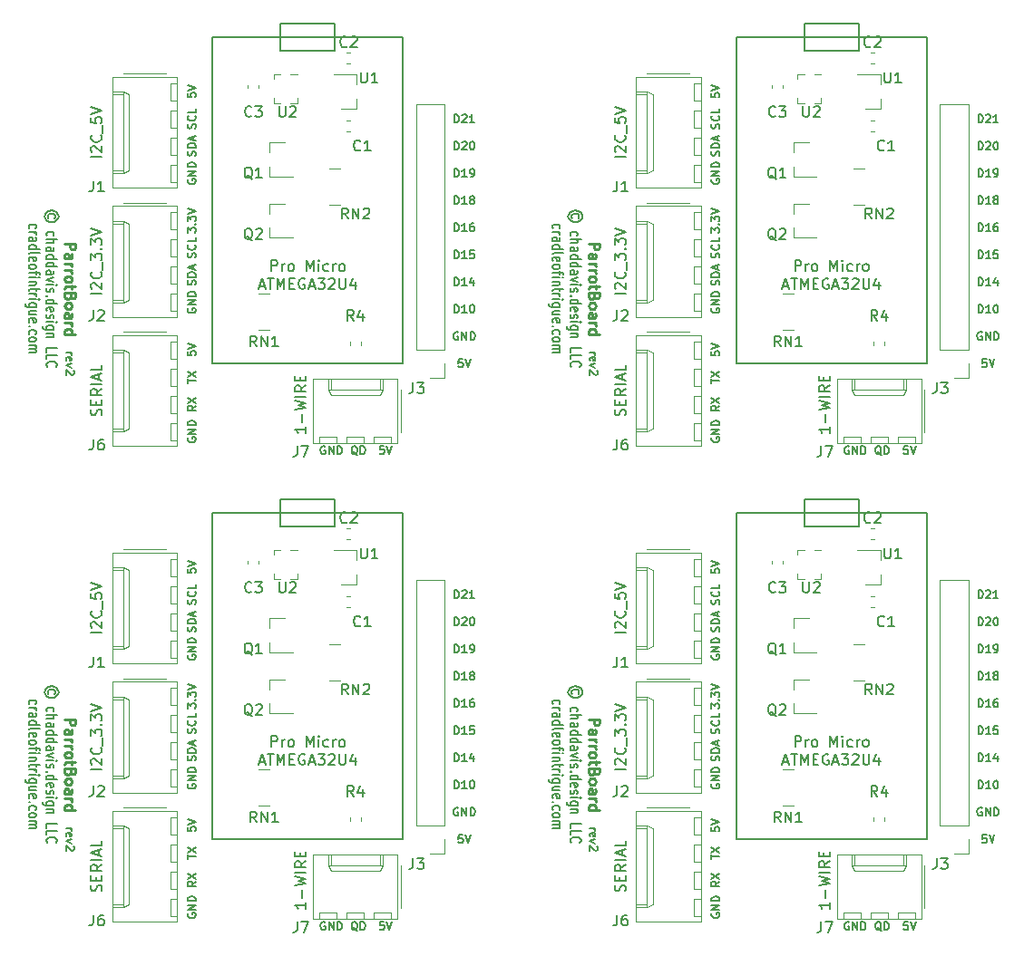
<source format=gbr>
G04 #@! TF.GenerationSoftware,KiCad,Pcbnew,5.0.2-bee76a0~70~ubuntu18.04.1*
G04 #@! TF.CreationDate,2020-04-02T20:28:14-04:00*
G04 #@! TF.ProjectId,output.panel,6f757470-7574-42e7-9061-6e656c2e6b69,rev?*
G04 #@! TF.SameCoordinates,Original*
G04 #@! TF.FileFunction,Legend,Top*
G04 #@! TF.FilePolarity,Positive*
%FSLAX46Y46*%
G04 Gerber Fmt 4.6, Leading zero omitted, Abs format (unit mm)*
G04 Created by KiCad (PCBNEW 5.0.2-bee76a0~70~ubuntu18.04.1) date Thu 02 Apr 2020 08:28:14 PM EDT*
%MOMM*%
%LPD*%
G01*
G04 APERTURE LIST*
%ADD10C,0.150000*%
%ADD11C,0.180000*%
%ADD12C,0.250000*%
%ADD13C,0.120000*%
%ADD14C,0.100000*%
G04 APERTURE END LIST*
D10*
X70145714Y-113282142D02*
X70645714Y-113282142D01*
X70502857Y-113282142D02*
X70574285Y-113317857D01*
X70610000Y-113353571D01*
X70645714Y-113425000D01*
X70645714Y-113496428D01*
X70181428Y-114032142D02*
X70145714Y-113960714D01*
X70145714Y-113817857D01*
X70181428Y-113746428D01*
X70252857Y-113710714D01*
X70538571Y-113710714D01*
X70610000Y-113746428D01*
X70645714Y-113817857D01*
X70645714Y-113960714D01*
X70610000Y-114032142D01*
X70538571Y-114067857D01*
X70467142Y-114067857D01*
X70395714Y-113710714D01*
X70645714Y-114317857D02*
X70145714Y-114496428D01*
X70645714Y-114675000D01*
X70824285Y-114925000D02*
X70860000Y-114960714D01*
X70895714Y-115032142D01*
X70895714Y-115210714D01*
X70860000Y-115282142D01*
X70824285Y-115317857D01*
X70752857Y-115353571D01*
X70681428Y-115353571D01*
X70574285Y-115317857D01*
X70145714Y-114889285D01*
X70145714Y-115353571D01*
X106743571Y-111385000D02*
X106672142Y-111349285D01*
X106565000Y-111349285D01*
X106457857Y-111385000D01*
X106386428Y-111456428D01*
X106350714Y-111527857D01*
X106315000Y-111670714D01*
X106315000Y-111777857D01*
X106350714Y-111920714D01*
X106386428Y-111992142D01*
X106457857Y-112063571D01*
X106565000Y-112099285D01*
X106636428Y-112099285D01*
X106743571Y-112063571D01*
X106779285Y-112027857D01*
X106779285Y-111777857D01*
X106636428Y-111777857D01*
X107100714Y-112099285D02*
X107100714Y-111349285D01*
X107529285Y-112099285D01*
X107529285Y-111349285D01*
X107886428Y-112099285D02*
X107886428Y-111349285D01*
X108065000Y-111349285D01*
X108172142Y-111385000D01*
X108243571Y-111456428D01*
X108279285Y-111527857D01*
X108315000Y-111670714D01*
X108315000Y-111777857D01*
X108279285Y-111920714D01*
X108243571Y-111992142D01*
X108172142Y-112063571D01*
X108065000Y-112099285D01*
X107886428Y-112099285D01*
X57509285Y-99399285D02*
X57509285Y-98649285D01*
X57687857Y-98649285D01*
X57795000Y-98685000D01*
X57866428Y-98756428D01*
X57902142Y-98827857D01*
X57937857Y-98970714D01*
X57937857Y-99077857D01*
X57902142Y-99220714D01*
X57866428Y-99292142D01*
X57795000Y-99363571D01*
X57687857Y-99399285D01*
X57509285Y-99399285D01*
X58652142Y-99399285D02*
X58223571Y-99399285D01*
X58437857Y-99399285D02*
X58437857Y-98649285D01*
X58366428Y-98756428D01*
X58295000Y-98827857D01*
X58223571Y-98863571D01*
X59080714Y-98970714D02*
X59009285Y-98935000D01*
X58973571Y-98899285D01*
X58937857Y-98827857D01*
X58937857Y-98792142D01*
X58973571Y-98720714D01*
X59009285Y-98685000D01*
X59080714Y-98649285D01*
X59223571Y-98649285D01*
X59295000Y-98685000D01*
X59330714Y-98720714D01*
X59366428Y-98792142D01*
X59366428Y-98827857D01*
X59330714Y-98899285D01*
X59295000Y-98935000D01*
X59223571Y-98970714D01*
X59080714Y-98970714D01*
X59009285Y-99006428D01*
X58973571Y-99042142D01*
X58937857Y-99113571D01*
X58937857Y-99256428D01*
X58973571Y-99327857D01*
X59009285Y-99363571D01*
X59080714Y-99399285D01*
X59223571Y-99399285D01*
X59295000Y-99363571D01*
X59330714Y-99327857D01*
X59366428Y-99256428D01*
X59366428Y-99113571D01*
X59330714Y-99042142D01*
X59295000Y-99006428D01*
X59223571Y-98970714D01*
X57509285Y-101939285D02*
X57509285Y-101189285D01*
X57687857Y-101189285D01*
X57795000Y-101225000D01*
X57866428Y-101296428D01*
X57902142Y-101367857D01*
X57937857Y-101510714D01*
X57937857Y-101617857D01*
X57902142Y-101760714D01*
X57866428Y-101832142D01*
X57795000Y-101903571D01*
X57687857Y-101939285D01*
X57509285Y-101939285D01*
X58652142Y-101939285D02*
X58223571Y-101939285D01*
X58437857Y-101939285D02*
X58437857Y-101189285D01*
X58366428Y-101296428D01*
X58295000Y-101367857D01*
X58223571Y-101403571D01*
X59295000Y-101189285D02*
X59152142Y-101189285D01*
X59080714Y-101225000D01*
X59045000Y-101260714D01*
X58973571Y-101367857D01*
X58937857Y-101510714D01*
X58937857Y-101796428D01*
X58973571Y-101867857D01*
X59009285Y-101903571D01*
X59080714Y-101939285D01*
X59223571Y-101939285D01*
X59295000Y-101903571D01*
X59330714Y-101867857D01*
X59366428Y-101796428D01*
X59366428Y-101617857D01*
X59330714Y-101546428D01*
X59295000Y-101510714D01*
X59223571Y-101475000D01*
X59080714Y-101475000D01*
X59009285Y-101510714D01*
X58973571Y-101546428D01*
X58937857Y-101617857D01*
X32609285Y-113172857D02*
X32609285Y-113530000D01*
X32966428Y-113565714D01*
X32930714Y-113530000D01*
X32895000Y-113458571D01*
X32895000Y-113280000D01*
X32930714Y-113208571D01*
X32966428Y-113172857D01*
X33037857Y-113137142D01*
X33216428Y-113137142D01*
X33287857Y-113172857D01*
X33323571Y-113208571D01*
X33359285Y-113280000D01*
X33359285Y-113458571D01*
X33323571Y-113530000D01*
X33287857Y-113565714D01*
X32609285Y-112922857D02*
X33359285Y-112672857D01*
X32609285Y-112422857D01*
X32609285Y-116141428D02*
X32609285Y-115712857D01*
X33359285Y-115927142D02*
X32609285Y-115927142D01*
X32609285Y-115534285D02*
X33359285Y-115034285D01*
X32609285Y-115034285D02*
X33359285Y-115534285D01*
X57509285Y-94319285D02*
X57509285Y-93569285D01*
X57687857Y-93569285D01*
X57795000Y-93605000D01*
X57866428Y-93676428D01*
X57902142Y-93747857D01*
X57937857Y-93890714D01*
X57937857Y-93997857D01*
X57902142Y-94140714D01*
X57866428Y-94212142D01*
X57795000Y-94283571D01*
X57687857Y-94319285D01*
X57509285Y-94319285D01*
X58223571Y-93640714D02*
X58259285Y-93605000D01*
X58330714Y-93569285D01*
X58509285Y-93569285D01*
X58580714Y-93605000D01*
X58616428Y-93640714D01*
X58652142Y-93712142D01*
X58652142Y-93783571D01*
X58616428Y-93890714D01*
X58187857Y-94319285D01*
X58652142Y-94319285D01*
X59116428Y-93569285D02*
X59187857Y-93569285D01*
X59259285Y-93605000D01*
X59295000Y-93640714D01*
X59330714Y-93712142D01*
X59366428Y-93855000D01*
X59366428Y-94033571D01*
X59330714Y-94176428D01*
X59295000Y-94247857D01*
X59259285Y-94283571D01*
X59187857Y-94319285D01*
X59116428Y-94319285D01*
X59045000Y-94283571D01*
X59009285Y-94247857D01*
X58973571Y-94176428D01*
X58937857Y-94033571D01*
X58937857Y-93855000D01*
X58973571Y-93712142D01*
X59009285Y-93640714D01*
X59045000Y-93605000D01*
X59116428Y-93569285D01*
X57509285Y-96859285D02*
X57509285Y-96109285D01*
X57687857Y-96109285D01*
X57795000Y-96145000D01*
X57866428Y-96216428D01*
X57902142Y-96287857D01*
X57937857Y-96430714D01*
X57937857Y-96537857D01*
X57902142Y-96680714D01*
X57866428Y-96752142D01*
X57795000Y-96823571D01*
X57687857Y-96859285D01*
X57509285Y-96859285D01*
X58652142Y-96859285D02*
X58223571Y-96859285D01*
X58437857Y-96859285D02*
X58437857Y-96109285D01*
X58366428Y-96216428D01*
X58295000Y-96287857D01*
X58223571Y-96323571D01*
X59009285Y-96859285D02*
X59152142Y-96859285D01*
X59223571Y-96823571D01*
X59259285Y-96787857D01*
X59330714Y-96680714D01*
X59366428Y-96537857D01*
X59366428Y-96252142D01*
X59330714Y-96180714D01*
X59295000Y-96145000D01*
X59223571Y-96109285D01*
X59080714Y-96109285D01*
X59009285Y-96145000D01*
X58973571Y-96180714D01*
X58937857Y-96252142D01*
X58937857Y-96430714D01*
X58973571Y-96502142D01*
X59009285Y-96537857D01*
X59080714Y-96573571D01*
X59223571Y-96573571D01*
X59295000Y-96537857D01*
X59330714Y-96502142D01*
X59366428Y-96430714D01*
X57509285Y-109559285D02*
X57509285Y-108809285D01*
X57687857Y-108809285D01*
X57795000Y-108845000D01*
X57866428Y-108916428D01*
X57902142Y-108987857D01*
X57937857Y-109130714D01*
X57937857Y-109237857D01*
X57902142Y-109380714D01*
X57866428Y-109452142D01*
X57795000Y-109523571D01*
X57687857Y-109559285D01*
X57509285Y-109559285D01*
X58652142Y-109559285D02*
X58223571Y-109559285D01*
X58437857Y-109559285D02*
X58437857Y-108809285D01*
X58366428Y-108916428D01*
X58295000Y-108987857D01*
X58223571Y-109023571D01*
X59116428Y-108809285D02*
X59187857Y-108809285D01*
X59259285Y-108845000D01*
X59295000Y-108880714D01*
X59330714Y-108952142D01*
X59366428Y-109095000D01*
X59366428Y-109273571D01*
X59330714Y-109416428D01*
X59295000Y-109487857D01*
X59259285Y-109523571D01*
X59187857Y-109559285D01*
X59116428Y-109559285D01*
X59045000Y-109523571D01*
X59009285Y-109487857D01*
X58973571Y-109416428D01*
X58937857Y-109273571D01*
X58937857Y-109095000D01*
X58973571Y-108952142D01*
X59009285Y-108880714D01*
X59045000Y-108845000D01*
X59116428Y-108809285D01*
X45431632Y-122049586D02*
X45360203Y-122013871D01*
X45253061Y-122013871D01*
X45145918Y-122049586D01*
X45074489Y-122121014D01*
X45038775Y-122192443D01*
X45003061Y-122335300D01*
X45003061Y-122442443D01*
X45038775Y-122585300D01*
X45074489Y-122656728D01*
X45145918Y-122728157D01*
X45253061Y-122763871D01*
X45324489Y-122763871D01*
X45431632Y-122728157D01*
X45467346Y-122692443D01*
X45467346Y-122442443D01*
X45324489Y-122442443D01*
X45788775Y-122763871D02*
X45788775Y-122013871D01*
X46217346Y-122763871D01*
X46217346Y-122013871D01*
X46574489Y-122763871D02*
X46574489Y-122013871D01*
X46753061Y-122013871D01*
X46860203Y-122049586D01*
X46931632Y-122121014D01*
X46967346Y-122192443D01*
X47003061Y-122335300D01*
X47003061Y-122442443D01*
X46967346Y-122585300D01*
X46931632Y-122656728D01*
X46860203Y-122728157D01*
X46753061Y-122763871D01*
X46574489Y-122763871D01*
X43632380Y-120205238D02*
X43632380Y-120776666D01*
X43632380Y-120490952D02*
X42632380Y-120490952D01*
X42775238Y-120586190D01*
X42870476Y-120681428D01*
X42918095Y-120776666D01*
X43251428Y-119776666D02*
X43251428Y-119014761D01*
X42632380Y-118633809D02*
X43632380Y-118395714D01*
X42918095Y-118205238D01*
X43632380Y-118014761D01*
X42632380Y-117776666D01*
X43632380Y-117395714D02*
X42632380Y-117395714D01*
X43632380Y-116348095D02*
X43156190Y-116681428D01*
X43632380Y-116919523D02*
X42632380Y-116919523D01*
X42632380Y-116538571D01*
X42680000Y-116443333D01*
X42727619Y-116395714D01*
X42822857Y-116348095D01*
X42965714Y-116348095D01*
X43060952Y-116395714D01*
X43108571Y-116443333D01*
X43156190Y-116538571D01*
X43156190Y-116919523D01*
X43108571Y-115919523D02*
X43108571Y-115586190D01*
X43632380Y-115443333D02*
X43632380Y-115919523D01*
X42632380Y-115919523D01*
X42632380Y-115443333D01*
X57509285Y-91779285D02*
X57509285Y-91029285D01*
X57687857Y-91029285D01*
X57795000Y-91065000D01*
X57866428Y-91136428D01*
X57902142Y-91207857D01*
X57937857Y-91350714D01*
X57937857Y-91457857D01*
X57902142Y-91600714D01*
X57866428Y-91672142D01*
X57795000Y-91743571D01*
X57687857Y-91779285D01*
X57509285Y-91779285D01*
X58223571Y-91100714D02*
X58259285Y-91065000D01*
X58330714Y-91029285D01*
X58509285Y-91029285D01*
X58580714Y-91065000D01*
X58616428Y-91100714D01*
X58652142Y-91172142D01*
X58652142Y-91243571D01*
X58616428Y-91350714D01*
X58187857Y-91779285D01*
X58652142Y-91779285D01*
X59366428Y-91779285D02*
X58937857Y-91779285D01*
X59152142Y-91779285D02*
X59152142Y-91029285D01*
X59080714Y-91136428D01*
X59009285Y-91207857D01*
X58937857Y-91243571D01*
X92527380Y-120205238D02*
X92527380Y-120776666D01*
X92527380Y-120490952D02*
X91527380Y-120490952D01*
X91670238Y-120586190D01*
X91765476Y-120681428D01*
X91813095Y-120776666D01*
X92146428Y-119776666D02*
X92146428Y-119014761D01*
X91527380Y-118633809D02*
X92527380Y-118395714D01*
X91813095Y-118205238D01*
X92527380Y-118014761D01*
X91527380Y-117776666D01*
X92527380Y-117395714D02*
X91527380Y-117395714D01*
X92527380Y-116348095D02*
X92051190Y-116681428D01*
X92527380Y-116919523D02*
X91527380Y-116919523D01*
X91527380Y-116538571D01*
X91575000Y-116443333D01*
X91622619Y-116395714D01*
X91717857Y-116348095D01*
X91860714Y-116348095D01*
X91955952Y-116395714D01*
X92003571Y-116443333D01*
X92051190Y-116538571D01*
X92051190Y-116919523D01*
X92003571Y-115919523D02*
X92003571Y-115586190D01*
X92527380Y-115443333D02*
X92527380Y-115919523D01*
X91527380Y-115919523D01*
X91527380Y-115443333D01*
X32645000Y-97091428D02*
X32609285Y-97162857D01*
X32609285Y-97270000D01*
X32645000Y-97377142D01*
X32716428Y-97448571D01*
X32787857Y-97484285D01*
X32930714Y-97520000D01*
X33037857Y-97520000D01*
X33180714Y-97484285D01*
X33252142Y-97448571D01*
X33323571Y-97377142D01*
X33359285Y-97270000D01*
X33359285Y-97198571D01*
X33323571Y-97091428D01*
X33287857Y-97055714D01*
X33037857Y-97055714D01*
X33037857Y-97198571D01*
X33359285Y-96734285D02*
X32609285Y-96734285D01*
X33359285Y-96305714D01*
X32609285Y-96305714D01*
X33359285Y-95948571D02*
X32609285Y-95948571D01*
X32609285Y-95770000D01*
X32645000Y-95662857D01*
X32716428Y-95591428D01*
X32787857Y-95555714D01*
X32930714Y-95520000D01*
X33037857Y-95520000D01*
X33180714Y-95555714D01*
X33252142Y-95591428D01*
X33323571Y-95662857D01*
X33359285Y-95770000D01*
X33359285Y-95948571D01*
X33323571Y-92332857D02*
X33359285Y-92225714D01*
X33359285Y-92047142D01*
X33323571Y-91975714D01*
X33287857Y-91940000D01*
X33216428Y-91904285D01*
X33145000Y-91904285D01*
X33073571Y-91940000D01*
X33037857Y-91975714D01*
X33002142Y-92047142D01*
X32966428Y-92190000D01*
X32930714Y-92261428D01*
X32895000Y-92297142D01*
X32823571Y-92332857D01*
X32752142Y-92332857D01*
X32680714Y-92297142D01*
X32645000Y-92261428D01*
X32609285Y-92190000D01*
X32609285Y-92011428D01*
X32645000Y-91904285D01*
X33287857Y-91154285D02*
X33323571Y-91190000D01*
X33359285Y-91297142D01*
X33359285Y-91368571D01*
X33323571Y-91475714D01*
X33252142Y-91547142D01*
X33180714Y-91582857D01*
X33037857Y-91618571D01*
X32930714Y-91618571D01*
X32787857Y-91582857D01*
X32716428Y-91547142D01*
X32645000Y-91475714D01*
X32609285Y-91368571D01*
X32609285Y-91297142D01*
X32645000Y-91190000D01*
X32680714Y-91154285D01*
X33359285Y-90475714D02*
X33359285Y-90832857D01*
X32609285Y-90832857D01*
X33323571Y-94890714D02*
X33359285Y-94783571D01*
X33359285Y-94605000D01*
X33323571Y-94533571D01*
X33287857Y-94497857D01*
X33216428Y-94462142D01*
X33145000Y-94462142D01*
X33073571Y-94497857D01*
X33037857Y-94533571D01*
X33002142Y-94605000D01*
X32966428Y-94747857D01*
X32930714Y-94819285D01*
X32895000Y-94855000D01*
X32823571Y-94890714D01*
X32752142Y-94890714D01*
X32680714Y-94855000D01*
X32645000Y-94819285D01*
X32609285Y-94747857D01*
X32609285Y-94569285D01*
X32645000Y-94462142D01*
X33359285Y-94140714D02*
X32609285Y-94140714D01*
X32609285Y-93962142D01*
X32645000Y-93855000D01*
X32716428Y-93783571D01*
X32787857Y-93747857D01*
X32930714Y-93712142D01*
X33037857Y-93712142D01*
X33180714Y-93747857D01*
X33252142Y-93783571D01*
X33323571Y-93855000D01*
X33359285Y-93962142D01*
X33359285Y-94140714D01*
X33145000Y-93426428D02*
X33145000Y-93069285D01*
X33359285Y-93497857D02*
X32609285Y-93247857D01*
X33359285Y-92997857D01*
X32609285Y-89042857D02*
X32609285Y-89400000D01*
X32966428Y-89435714D01*
X32930714Y-89400000D01*
X32895000Y-89328571D01*
X32895000Y-89150000D01*
X32930714Y-89078571D01*
X32966428Y-89042857D01*
X33037857Y-89007142D01*
X33216428Y-89007142D01*
X33287857Y-89042857D01*
X33323571Y-89078571D01*
X33359285Y-89150000D01*
X33359285Y-89328571D01*
X33323571Y-89400000D01*
X33287857Y-89435714D01*
X32609285Y-88792857D02*
X33359285Y-88542857D01*
X32609285Y-88292857D01*
X32609285Y-102072142D02*
X32609285Y-101607857D01*
X32895000Y-101857857D01*
X32895000Y-101750714D01*
X32930714Y-101679285D01*
X32966428Y-101643571D01*
X33037857Y-101607857D01*
X33216428Y-101607857D01*
X33287857Y-101643571D01*
X33323571Y-101679285D01*
X33359285Y-101750714D01*
X33359285Y-101965000D01*
X33323571Y-102036428D01*
X33287857Y-102072142D01*
X33287857Y-101286428D02*
X33323571Y-101250714D01*
X33359285Y-101286428D01*
X33323571Y-101322142D01*
X33287857Y-101286428D01*
X33359285Y-101286428D01*
X32609285Y-101000714D02*
X32609285Y-100536428D01*
X32895000Y-100786428D01*
X32895000Y-100679285D01*
X32930714Y-100607857D01*
X32966428Y-100572142D01*
X33037857Y-100536428D01*
X33216428Y-100536428D01*
X33287857Y-100572142D01*
X33323571Y-100607857D01*
X33359285Y-100679285D01*
X33359285Y-100893571D01*
X33323571Y-100965000D01*
X33287857Y-101000714D01*
X32609285Y-100322142D02*
X33359285Y-100072142D01*
X32609285Y-99822142D01*
X33323571Y-106955714D02*
X33359285Y-106848571D01*
X33359285Y-106670000D01*
X33323571Y-106598571D01*
X33287857Y-106562857D01*
X33216428Y-106527142D01*
X33145000Y-106527142D01*
X33073571Y-106562857D01*
X33037857Y-106598571D01*
X33002142Y-106670000D01*
X32966428Y-106812857D01*
X32930714Y-106884285D01*
X32895000Y-106920000D01*
X32823571Y-106955714D01*
X32752142Y-106955714D01*
X32680714Y-106920000D01*
X32645000Y-106884285D01*
X32609285Y-106812857D01*
X32609285Y-106634285D01*
X32645000Y-106527142D01*
X33359285Y-106205714D02*
X32609285Y-106205714D01*
X32609285Y-106027142D01*
X32645000Y-105920000D01*
X32716428Y-105848571D01*
X32787857Y-105812857D01*
X32930714Y-105777142D01*
X33037857Y-105777142D01*
X33180714Y-105812857D01*
X33252142Y-105848571D01*
X33323571Y-105920000D01*
X33359285Y-106027142D01*
X33359285Y-106205714D01*
X33145000Y-105491428D02*
X33145000Y-105134285D01*
X33359285Y-105562857D02*
X32609285Y-105312857D01*
X33359285Y-105062857D01*
X106404285Y-94319285D02*
X106404285Y-93569285D01*
X106582857Y-93569285D01*
X106690000Y-93605000D01*
X106761428Y-93676428D01*
X106797142Y-93747857D01*
X106832857Y-93890714D01*
X106832857Y-93997857D01*
X106797142Y-94140714D01*
X106761428Y-94212142D01*
X106690000Y-94283571D01*
X106582857Y-94319285D01*
X106404285Y-94319285D01*
X107118571Y-93640714D02*
X107154285Y-93605000D01*
X107225714Y-93569285D01*
X107404285Y-93569285D01*
X107475714Y-93605000D01*
X107511428Y-93640714D01*
X107547142Y-93712142D01*
X107547142Y-93783571D01*
X107511428Y-93890714D01*
X107082857Y-94319285D01*
X107547142Y-94319285D01*
X108011428Y-93569285D02*
X108082857Y-93569285D01*
X108154285Y-93605000D01*
X108190000Y-93640714D01*
X108225714Y-93712142D01*
X108261428Y-93855000D01*
X108261428Y-94033571D01*
X108225714Y-94176428D01*
X108190000Y-94247857D01*
X108154285Y-94283571D01*
X108082857Y-94319285D01*
X108011428Y-94319285D01*
X107940000Y-94283571D01*
X107904285Y-94247857D01*
X107868571Y-94176428D01*
X107832857Y-94033571D01*
X107832857Y-93855000D01*
X107868571Y-93712142D01*
X107904285Y-93640714D01*
X107940000Y-93605000D01*
X108011428Y-93569285D01*
X82218571Y-92332857D02*
X82254285Y-92225714D01*
X82254285Y-92047142D01*
X82218571Y-91975714D01*
X82182857Y-91940000D01*
X82111428Y-91904285D01*
X82040000Y-91904285D01*
X81968571Y-91940000D01*
X81932857Y-91975714D01*
X81897142Y-92047142D01*
X81861428Y-92190000D01*
X81825714Y-92261428D01*
X81790000Y-92297142D01*
X81718571Y-92332857D01*
X81647142Y-92332857D01*
X81575714Y-92297142D01*
X81540000Y-92261428D01*
X81504285Y-92190000D01*
X81504285Y-92011428D01*
X81540000Y-91904285D01*
X82182857Y-91154285D02*
X82218571Y-91190000D01*
X82254285Y-91297142D01*
X82254285Y-91368571D01*
X82218571Y-91475714D01*
X82147142Y-91547142D01*
X82075714Y-91582857D01*
X81932857Y-91618571D01*
X81825714Y-91618571D01*
X81682857Y-91582857D01*
X81611428Y-91547142D01*
X81540000Y-91475714D01*
X81504285Y-91368571D01*
X81504285Y-91297142D01*
X81540000Y-91190000D01*
X81575714Y-91154285D01*
X82254285Y-90475714D02*
X82254285Y-90832857D01*
X81504285Y-90832857D01*
X106404285Y-99399285D02*
X106404285Y-98649285D01*
X106582857Y-98649285D01*
X106690000Y-98685000D01*
X106761428Y-98756428D01*
X106797142Y-98827857D01*
X106832857Y-98970714D01*
X106832857Y-99077857D01*
X106797142Y-99220714D01*
X106761428Y-99292142D01*
X106690000Y-99363571D01*
X106582857Y-99399285D01*
X106404285Y-99399285D01*
X107547142Y-99399285D02*
X107118571Y-99399285D01*
X107332857Y-99399285D02*
X107332857Y-98649285D01*
X107261428Y-98756428D01*
X107190000Y-98827857D01*
X107118571Y-98863571D01*
X107975714Y-98970714D02*
X107904285Y-98935000D01*
X107868571Y-98899285D01*
X107832857Y-98827857D01*
X107832857Y-98792142D01*
X107868571Y-98720714D01*
X107904285Y-98685000D01*
X107975714Y-98649285D01*
X108118571Y-98649285D01*
X108190000Y-98685000D01*
X108225714Y-98720714D01*
X108261428Y-98792142D01*
X108261428Y-98827857D01*
X108225714Y-98899285D01*
X108190000Y-98935000D01*
X108118571Y-98970714D01*
X107975714Y-98970714D01*
X107904285Y-99006428D01*
X107868571Y-99042142D01*
X107832857Y-99113571D01*
X107832857Y-99256428D01*
X107868571Y-99327857D01*
X107904285Y-99363571D01*
X107975714Y-99399285D01*
X108118571Y-99399285D01*
X108190000Y-99363571D01*
X108225714Y-99327857D01*
X108261428Y-99256428D01*
X108261428Y-99113571D01*
X108225714Y-99042142D01*
X108190000Y-99006428D01*
X108118571Y-98970714D01*
X82254285Y-118235000D02*
X81897142Y-118485000D01*
X82254285Y-118663571D02*
X81504285Y-118663571D01*
X81504285Y-118377857D01*
X81540000Y-118306428D01*
X81575714Y-118270714D01*
X81647142Y-118235000D01*
X81754285Y-118235000D01*
X81825714Y-118270714D01*
X81861428Y-118306428D01*
X81897142Y-118377857D01*
X81897142Y-118663571D01*
X81504285Y-117985000D02*
X82254285Y-117485000D01*
X81504285Y-117485000D02*
X82254285Y-117985000D01*
X81504285Y-116141428D02*
X81504285Y-115712857D01*
X82254285Y-115927142D02*
X81504285Y-115927142D01*
X81504285Y-115534285D02*
X82254285Y-115034285D01*
X81504285Y-115034285D02*
X82254285Y-115534285D01*
X97348775Y-122835300D02*
X97277346Y-122799586D01*
X97205918Y-122728157D01*
X97098775Y-122621014D01*
X97027346Y-122585300D01*
X96955918Y-122585300D01*
X96991632Y-122763871D02*
X96920203Y-122728157D01*
X96848775Y-122656728D01*
X96813061Y-122513871D01*
X96813061Y-122263871D01*
X96848775Y-122121014D01*
X96920203Y-122049586D01*
X96991632Y-122013871D01*
X97134489Y-122013871D01*
X97205918Y-122049586D01*
X97277346Y-122121014D01*
X97313061Y-122263871D01*
X97313061Y-122513871D01*
X97277346Y-122656728D01*
X97205918Y-122728157D01*
X97134489Y-122763871D01*
X96991632Y-122763871D01*
X97634489Y-122763871D02*
X97634489Y-122013871D01*
X97813061Y-122013871D01*
X97920203Y-122049586D01*
X97991632Y-122121014D01*
X98027346Y-122192443D01*
X98063061Y-122335300D01*
X98063061Y-122442443D01*
X98027346Y-122585300D01*
X97991632Y-122656728D01*
X97920203Y-122728157D01*
X97813061Y-122763871D01*
X97634489Y-122763871D01*
X94326632Y-122049586D02*
X94255203Y-122013871D01*
X94148061Y-122013871D01*
X94040918Y-122049586D01*
X93969489Y-122121014D01*
X93933775Y-122192443D01*
X93898061Y-122335300D01*
X93898061Y-122442443D01*
X93933775Y-122585300D01*
X93969489Y-122656728D01*
X94040918Y-122728157D01*
X94148061Y-122763871D01*
X94219489Y-122763871D01*
X94326632Y-122728157D01*
X94362346Y-122692443D01*
X94362346Y-122442443D01*
X94219489Y-122442443D01*
X94683775Y-122763871D02*
X94683775Y-122013871D01*
X95112346Y-122763871D01*
X95112346Y-122013871D01*
X95469489Y-122763871D02*
X95469489Y-122013871D01*
X95648061Y-122013871D01*
X95755203Y-122049586D01*
X95826632Y-122121014D01*
X95862346Y-122192443D01*
X95898061Y-122335300D01*
X95898061Y-122442443D01*
X95862346Y-122585300D01*
X95826632Y-122656728D01*
X95755203Y-122728157D01*
X95648061Y-122763871D01*
X95469489Y-122763871D01*
X107172142Y-113889285D02*
X106815000Y-113889285D01*
X106779285Y-114246428D01*
X106815000Y-114210714D01*
X106886428Y-114175000D01*
X107065000Y-114175000D01*
X107136428Y-114210714D01*
X107172142Y-114246428D01*
X107207857Y-114317857D01*
X107207857Y-114496428D01*
X107172142Y-114567857D01*
X107136428Y-114603571D01*
X107065000Y-114639285D01*
X106886428Y-114639285D01*
X106815000Y-114603571D01*
X106779285Y-114567857D01*
X107422142Y-113889285D02*
X107672142Y-114639285D01*
X107922142Y-113889285D01*
X81504285Y-102072142D02*
X81504285Y-101607857D01*
X81790000Y-101857857D01*
X81790000Y-101750714D01*
X81825714Y-101679285D01*
X81861428Y-101643571D01*
X81932857Y-101607857D01*
X82111428Y-101607857D01*
X82182857Y-101643571D01*
X82218571Y-101679285D01*
X82254285Y-101750714D01*
X82254285Y-101965000D01*
X82218571Y-102036428D01*
X82182857Y-102072142D01*
X82182857Y-101286428D02*
X82218571Y-101250714D01*
X82254285Y-101286428D01*
X82218571Y-101322142D01*
X82182857Y-101286428D01*
X82254285Y-101286428D01*
X81504285Y-101000714D02*
X81504285Y-100536428D01*
X81790000Y-100786428D01*
X81790000Y-100679285D01*
X81825714Y-100607857D01*
X81861428Y-100572142D01*
X81932857Y-100536428D01*
X82111428Y-100536428D01*
X82182857Y-100572142D01*
X82218571Y-100607857D01*
X82254285Y-100679285D01*
X82254285Y-100893571D01*
X82218571Y-100965000D01*
X82182857Y-101000714D01*
X81504285Y-100322142D02*
X82254285Y-100072142D01*
X81504285Y-99822142D01*
X106404285Y-104479285D02*
X106404285Y-103729285D01*
X106582857Y-103729285D01*
X106690000Y-103765000D01*
X106761428Y-103836428D01*
X106797142Y-103907857D01*
X106832857Y-104050714D01*
X106832857Y-104157857D01*
X106797142Y-104300714D01*
X106761428Y-104372142D01*
X106690000Y-104443571D01*
X106582857Y-104479285D01*
X106404285Y-104479285D01*
X107547142Y-104479285D02*
X107118571Y-104479285D01*
X107332857Y-104479285D02*
X107332857Y-103729285D01*
X107261428Y-103836428D01*
X107190000Y-103907857D01*
X107118571Y-103943571D01*
X108225714Y-103729285D02*
X107868571Y-103729285D01*
X107832857Y-104086428D01*
X107868571Y-104050714D01*
X107940000Y-104015000D01*
X108118571Y-104015000D01*
X108190000Y-104050714D01*
X108225714Y-104086428D01*
X108261428Y-104157857D01*
X108261428Y-104336428D01*
X108225714Y-104407857D01*
X108190000Y-104443571D01*
X108118571Y-104479285D01*
X107940000Y-104479285D01*
X107868571Y-104443571D01*
X107832857Y-104407857D01*
X106404285Y-101939285D02*
X106404285Y-101189285D01*
X106582857Y-101189285D01*
X106690000Y-101225000D01*
X106761428Y-101296428D01*
X106797142Y-101367857D01*
X106832857Y-101510714D01*
X106832857Y-101617857D01*
X106797142Y-101760714D01*
X106761428Y-101832142D01*
X106690000Y-101903571D01*
X106582857Y-101939285D01*
X106404285Y-101939285D01*
X107547142Y-101939285D02*
X107118571Y-101939285D01*
X107332857Y-101939285D02*
X107332857Y-101189285D01*
X107261428Y-101296428D01*
X107190000Y-101367857D01*
X107118571Y-101403571D01*
X108190000Y-101189285D02*
X108047142Y-101189285D01*
X107975714Y-101225000D01*
X107940000Y-101260714D01*
X107868571Y-101367857D01*
X107832857Y-101510714D01*
X107832857Y-101796428D01*
X107868571Y-101867857D01*
X107904285Y-101903571D01*
X107975714Y-101939285D01*
X108118571Y-101939285D01*
X108190000Y-101903571D01*
X108225714Y-101867857D01*
X108261428Y-101796428D01*
X108261428Y-101617857D01*
X108225714Y-101546428D01*
X108190000Y-101510714D01*
X108118571Y-101475000D01*
X107975714Y-101475000D01*
X107904285Y-101510714D01*
X107868571Y-101546428D01*
X107832857Y-101617857D01*
X69079523Y-100705476D02*
X69127142Y-100629285D01*
X69127142Y-100476904D01*
X69079523Y-100400714D01*
X68984285Y-100324523D01*
X68889047Y-100286428D01*
X68698571Y-100286428D01*
X68603333Y-100324523D01*
X68508095Y-100400714D01*
X68460476Y-100476904D01*
X68460476Y-100629285D01*
X68508095Y-100705476D01*
X69460476Y-100553095D02*
X69412857Y-100362619D01*
X69270000Y-100172142D01*
X69031904Y-100057857D01*
X68793809Y-100019761D01*
X68555714Y-100057857D01*
X68317619Y-100172142D01*
X68174761Y-100362619D01*
X68127142Y-100553095D01*
X68174761Y-100743571D01*
X68317619Y-100934047D01*
X68555714Y-101048333D01*
X68793809Y-101086428D01*
X69031904Y-101048333D01*
X69270000Y-100934047D01*
X69412857Y-100743571D01*
X69460476Y-100553095D01*
X68365238Y-102381666D02*
X68317619Y-102305476D01*
X68317619Y-102153095D01*
X68365238Y-102076904D01*
X68412857Y-102038809D01*
X68508095Y-102000714D01*
X68793809Y-102000714D01*
X68889047Y-102038809D01*
X68936666Y-102076904D01*
X68984285Y-102153095D01*
X68984285Y-102305476D01*
X68936666Y-102381666D01*
X68317619Y-102724523D02*
X69317619Y-102724523D01*
X68317619Y-103067380D02*
X68841428Y-103067380D01*
X68936666Y-103029285D01*
X68984285Y-102953095D01*
X68984285Y-102838809D01*
X68936666Y-102762619D01*
X68889047Y-102724523D01*
X68317619Y-103791190D02*
X68841428Y-103791190D01*
X68936666Y-103753095D01*
X68984285Y-103676904D01*
X68984285Y-103524523D01*
X68936666Y-103448333D01*
X68365238Y-103791190D02*
X68317619Y-103715000D01*
X68317619Y-103524523D01*
X68365238Y-103448333D01*
X68460476Y-103410238D01*
X68555714Y-103410238D01*
X68650952Y-103448333D01*
X68698571Y-103524523D01*
X68698571Y-103715000D01*
X68746190Y-103791190D01*
X68317619Y-104515000D02*
X69317619Y-104515000D01*
X68365238Y-104515000D02*
X68317619Y-104438809D01*
X68317619Y-104286428D01*
X68365238Y-104210238D01*
X68412857Y-104172142D01*
X68508095Y-104134047D01*
X68793809Y-104134047D01*
X68889047Y-104172142D01*
X68936666Y-104210238D01*
X68984285Y-104286428D01*
X68984285Y-104438809D01*
X68936666Y-104515000D01*
X68317619Y-105238809D02*
X69317619Y-105238809D01*
X68365238Y-105238809D02*
X68317619Y-105162619D01*
X68317619Y-105010238D01*
X68365238Y-104934047D01*
X68412857Y-104895952D01*
X68508095Y-104857857D01*
X68793809Y-104857857D01*
X68889047Y-104895952D01*
X68936666Y-104934047D01*
X68984285Y-105010238D01*
X68984285Y-105162619D01*
X68936666Y-105238809D01*
X68317619Y-105962619D02*
X68841428Y-105962619D01*
X68936666Y-105924523D01*
X68984285Y-105848333D01*
X68984285Y-105695952D01*
X68936666Y-105619761D01*
X68365238Y-105962619D02*
X68317619Y-105886428D01*
X68317619Y-105695952D01*
X68365238Y-105619761D01*
X68460476Y-105581666D01*
X68555714Y-105581666D01*
X68650952Y-105619761D01*
X68698571Y-105695952D01*
X68698571Y-105886428D01*
X68746190Y-105962619D01*
X68984285Y-106267380D02*
X68317619Y-106457857D01*
X68984285Y-106648333D01*
X68317619Y-106953095D02*
X68984285Y-106953095D01*
X69317619Y-106953095D02*
X69270000Y-106915000D01*
X69222380Y-106953095D01*
X69270000Y-106991190D01*
X69317619Y-106953095D01*
X69222380Y-106953095D01*
X68365238Y-107295952D02*
X68317619Y-107372142D01*
X68317619Y-107524523D01*
X68365238Y-107600714D01*
X68460476Y-107638809D01*
X68508095Y-107638809D01*
X68603333Y-107600714D01*
X68650952Y-107524523D01*
X68650952Y-107410238D01*
X68698571Y-107334047D01*
X68793809Y-107295952D01*
X68841428Y-107295952D01*
X68936666Y-107334047D01*
X68984285Y-107410238D01*
X68984285Y-107524523D01*
X68936666Y-107600714D01*
X68412857Y-107981666D02*
X68365238Y-108019761D01*
X68317619Y-107981666D01*
X68365238Y-107943571D01*
X68412857Y-107981666D01*
X68317619Y-107981666D01*
X68317619Y-108705476D02*
X69317619Y-108705476D01*
X68365238Y-108705476D02*
X68317619Y-108629285D01*
X68317619Y-108476904D01*
X68365238Y-108400714D01*
X68412857Y-108362619D01*
X68508095Y-108324523D01*
X68793809Y-108324523D01*
X68889047Y-108362619D01*
X68936666Y-108400714D01*
X68984285Y-108476904D01*
X68984285Y-108629285D01*
X68936666Y-108705476D01*
X68365238Y-109391190D02*
X68317619Y-109315000D01*
X68317619Y-109162619D01*
X68365238Y-109086428D01*
X68460476Y-109048333D01*
X68841428Y-109048333D01*
X68936666Y-109086428D01*
X68984285Y-109162619D01*
X68984285Y-109315000D01*
X68936666Y-109391190D01*
X68841428Y-109429285D01*
X68746190Y-109429285D01*
X68650952Y-109048333D01*
X68365238Y-109734047D02*
X68317619Y-109810238D01*
X68317619Y-109962619D01*
X68365238Y-110038809D01*
X68460476Y-110076904D01*
X68508095Y-110076904D01*
X68603333Y-110038809D01*
X68650952Y-109962619D01*
X68650952Y-109848333D01*
X68698571Y-109772142D01*
X68793809Y-109734047D01*
X68841428Y-109734047D01*
X68936666Y-109772142D01*
X68984285Y-109848333D01*
X68984285Y-109962619D01*
X68936666Y-110038809D01*
X68317619Y-110419761D02*
X68984285Y-110419761D01*
X69317619Y-110419761D02*
X69270000Y-110381666D01*
X69222380Y-110419761D01*
X69270000Y-110457857D01*
X69317619Y-110419761D01*
X69222380Y-110419761D01*
X68984285Y-111143571D02*
X68174761Y-111143571D01*
X68079523Y-111105476D01*
X68031904Y-111067380D01*
X67984285Y-110991190D01*
X67984285Y-110876904D01*
X68031904Y-110800714D01*
X68365238Y-111143571D02*
X68317619Y-111067380D01*
X68317619Y-110915000D01*
X68365238Y-110838809D01*
X68412857Y-110800714D01*
X68508095Y-110762619D01*
X68793809Y-110762619D01*
X68889047Y-110800714D01*
X68936666Y-110838809D01*
X68984285Y-110915000D01*
X68984285Y-111067380D01*
X68936666Y-111143571D01*
X68984285Y-111524523D02*
X68317619Y-111524523D01*
X68889047Y-111524523D02*
X68936666Y-111562619D01*
X68984285Y-111638809D01*
X68984285Y-111753095D01*
X68936666Y-111829285D01*
X68841428Y-111867380D01*
X68317619Y-111867380D01*
X68317619Y-113238809D02*
X68317619Y-112857857D01*
X69317619Y-112857857D01*
X68317619Y-113886428D02*
X68317619Y-113505476D01*
X69317619Y-113505476D01*
X68412857Y-114610238D02*
X68365238Y-114572142D01*
X68317619Y-114457857D01*
X68317619Y-114381666D01*
X68365238Y-114267380D01*
X68460476Y-114191190D01*
X68555714Y-114153095D01*
X68746190Y-114115000D01*
X68889047Y-114115000D01*
X69079523Y-114153095D01*
X69174761Y-114191190D01*
X69270000Y-114267380D01*
X69317619Y-114381666D01*
X69317619Y-114457857D01*
X69270000Y-114572142D01*
X69222380Y-114610238D01*
X66715238Y-101676904D02*
X66667619Y-101600714D01*
X66667619Y-101448333D01*
X66715238Y-101372142D01*
X66762857Y-101334047D01*
X66858095Y-101295952D01*
X67143809Y-101295952D01*
X67239047Y-101334047D01*
X67286666Y-101372142D01*
X67334285Y-101448333D01*
X67334285Y-101600714D01*
X67286666Y-101676904D01*
X66667619Y-102019761D02*
X67334285Y-102019761D01*
X67143809Y-102019761D02*
X67239047Y-102057857D01*
X67286666Y-102095952D01*
X67334285Y-102172142D01*
X67334285Y-102248333D01*
X66667619Y-102857857D02*
X67191428Y-102857857D01*
X67286666Y-102819761D01*
X67334285Y-102743571D01*
X67334285Y-102591190D01*
X67286666Y-102515000D01*
X66715238Y-102857857D02*
X66667619Y-102781666D01*
X66667619Y-102591190D01*
X66715238Y-102515000D01*
X66810476Y-102476904D01*
X66905714Y-102476904D01*
X67000952Y-102515000D01*
X67048571Y-102591190D01*
X67048571Y-102781666D01*
X67096190Y-102857857D01*
X66667619Y-103581666D02*
X67667619Y-103581666D01*
X66715238Y-103581666D02*
X66667619Y-103505476D01*
X66667619Y-103353095D01*
X66715238Y-103276904D01*
X66762857Y-103238809D01*
X66858095Y-103200714D01*
X67143809Y-103200714D01*
X67239047Y-103238809D01*
X67286666Y-103276904D01*
X67334285Y-103353095D01*
X67334285Y-103505476D01*
X67286666Y-103581666D01*
X66667619Y-104076904D02*
X66715238Y-104000714D01*
X66810476Y-103962619D01*
X67667619Y-103962619D01*
X66715238Y-104686428D02*
X66667619Y-104610238D01*
X66667619Y-104457857D01*
X66715238Y-104381666D01*
X66810476Y-104343571D01*
X67191428Y-104343571D01*
X67286666Y-104381666D01*
X67334285Y-104457857D01*
X67334285Y-104610238D01*
X67286666Y-104686428D01*
X67191428Y-104724523D01*
X67096190Y-104724523D01*
X67000952Y-104343571D01*
X66667619Y-105181666D02*
X66715238Y-105105476D01*
X66762857Y-105067380D01*
X66858095Y-105029285D01*
X67143809Y-105029285D01*
X67239047Y-105067380D01*
X67286666Y-105105476D01*
X67334285Y-105181666D01*
X67334285Y-105295952D01*
X67286666Y-105372142D01*
X67239047Y-105410238D01*
X67143809Y-105448333D01*
X66858095Y-105448333D01*
X66762857Y-105410238D01*
X66715238Y-105372142D01*
X66667619Y-105295952D01*
X66667619Y-105181666D01*
X67334285Y-105676904D02*
X67334285Y-105981666D01*
X66667619Y-105791190D02*
X67524761Y-105791190D01*
X67620000Y-105829285D01*
X67667619Y-105905476D01*
X67667619Y-105981666D01*
X66667619Y-106248333D02*
X67334285Y-106248333D01*
X67667619Y-106248333D02*
X67620000Y-106210238D01*
X67572380Y-106248333D01*
X67620000Y-106286428D01*
X67667619Y-106248333D01*
X67572380Y-106248333D01*
X67334285Y-106629285D02*
X66667619Y-106629285D01*
X67239047Y-106629285D02*
X67286666Y-106667380D01*
X67334285Y-106743571D01*
X67334285Y-106857857D01*
X67286666Y-106934047D01*
X67191428Y-106972142D01*
X66667619Y-106972142D01*
X67334285Y-107238809D02*
X67334285Y-107543571D01*
X67667619Y-107353095D02*
X66810476Y-107353095D01*
X66715238Y-107391190D01*
X66667619Y-107467380D01*
X66667619Y-107543571D01*
X66667619Y-107810238D02*
X67334285Y-107810238D01*
X67143809Y-107810238D02*
X67239047Y-107848333D01*
X67286666Y-107886428D01*
X67334285Y-107962619D01*
X67334285Y-108038809D01*
X66667619Y-108305476D02*
X67334285Y-108305476D01*
X67667619Y-108305476D02*
X67620000Y-108267380D01*
X67572380Y-108305476D01*
X67620000Y-108343571D01*
X67667619Y-108305476D01*
X67572380Y-108305476D01*
X67334285Y-109029285D02*
X66524761Y-109029285D01*
X66429523Y-108991190D01*
X66381904Y-108953095D01*
X66334285Y-108876904D01*
X66334285Y-108762619D01*
X66381904Y-108686428D01*
X66715238Y-109029285D02*
X66667619Y-108953095D01*
X66667619Y-108800714D01*
X66715238Y-108724523D01*
X66762857Y-108686428D01*
X66858095Y-108648333D01*
X67143809Y-108648333D01*
X67239047Y-108686428D01*
X67286666Y-108724523D01*
X67334285Y-108800714D01*
X67334285Y-108953095D01*
X67286666Y-109029285D01*
X67334285Y-109753095D02*
X66667619Y-109753095D01*
X67334285Y-109410238D02*
X66810476Y-109410238D01*
X66715238Y-109448333D01*
X66667619Y-109524523D01*
X66667619Y-109638809D01*
X66715238Y-109715000D01*
X66762857Y-109753095D01*
X66715238Y-110438809D02*
X66667619Y-110362619D01*
X66667619Y-110210238D01*
X66715238Y-110134047D01*
X66810476Y-110095952D01*
X67191428Y-110095952D01*
X67286666Y-110134047D01*
X67334285Y-110210238D01*
X67334285Y-110362619D01*
X67286666Y-110438809D01*
X67191428Y-110476904D01*
X67096190Y-110476904D01*
X67000952Y-110095952D01*
X66762857Y-110819761D02*
X66715238Y-110857857D01*
X66667619Y-110819761D01*
X66715238Y-110781666D01*
X66762857Y-110819761D01*
X66667619Y-110819761D01*
X66715238Y-111543571D02*
X66667619Y-111467380D01*
X66667619Y-111315000D01*
X66715238Y-111238809D01*
X66762857Y-111200714D01*
X66858095Y-111162619D01*
X67143809Y-111162619D01*
X67239047Y-111200714D01*
X67286666Y-111238809D01*
X67334285Y-111315000D01*
X67334285Y-111467380D01*
X67286666Y-111543571D01*
X66667619Y-112000714D02*
X66715238Y-111924523D01*
X66762857Y-111886428D01*
X66858095Y-111848333D01*
X67143809Y-111848333D01*
X67239047Y-111886428D01*
X67286666Y-111924523D01*
X67334285Y-112000714D01*
X67334285Y-112115000D01*
X67286666Y-112191190D01*
X67239047Y-112229285D01*
X67143809Y-112267380D01*
X66858095Y-112267380D01*
X66762857Y-112229285D01*
X66715238Y-112191190D01*
X66667619Y-112115000D01*
X66667619Y-112000714D01*
X66667619Y-112610238D02*
X67334285Y-112610238D01*
X67239047Y-112610238D02*
X67286666Y-112648333D01*
X67334285Y-112724523D01*
X67334285Y-112838809D01*
X67286666Y-112915000D01*
X67191428Y-112953095D01*
X66667619Y-112953095D01*
X67191428Y-112953095D02*
X67286666Y-112991190D01*
X67334285Y-113067380D01*
X67334285Y-113181666D01*
X67286666Y-113257857D01*
X67191428Y-113295952D01*
X66667619Y-113295952D01*
X73477380Y-94971904D02*
X72477380Y-94971904D01*
X72572619Y-94543333D02*
X72525000Y-94495714D01*
X72477380Y-94400476D01*
X72477380Y-94162380D01*
X72525000Y-94067142D01*
X72572619Y-94019523D01*
X72667857Y-93971904D01*
X72763095Y-93971904D01*
X72905952Y-94019523D01*
X73477380Y-94590952D01*
X73477380Y-93971904D01*
X73382142Y-92971904D02*
X73429761Y-93019523D01*
X73477380Y-93162380D01*
X73477380Y-93257619D01*
X73429761Y-93400476D01*
X73334523Y-93495714D01*
X73239285Y-93543333D01*
X73048809Y-93590952D01*
X72905952Y-93590952D01*
X72715476Y-93543333D01*
X72620238Y-93495714D01*
X72525000Y-93400476D01*
X72477380Y-93257619D01*
X72477380Y-93162380D01*
X72525000Y-93019523D01*
X72572619Y-92971904D01*
X73572619Y-92781428D02*
X73572619Y-92019523D01*
X72477380Y-91305238D02*
X72477380Y-91781428D01*
X72953571Y-91829047D01*
X72905952Y-91781428D01*
X72858333Y-91686190D01*
X72858333Y-91448095D01*
X72905952Y-91352857D01*
X72953571Y-91305238D01*
X73048809Y-91257619D01*
X73286904Y-91257619D01*
X73382142Y-91305238D01*
X73429761Y-91352857D01*
X73477380Y-91448095D01*
X73477380Y-91686190D01*
X73429761Y-91781428D01*
X73382142Y-91829047D01*
X72477380Y-90971904D02*
X73477380Y-90638571D01*
X72477380Y-90305238D01*
X73429761Y-119149523D02*
X73477380Y-119006666D01*
X73477380Y-118768571D01*
X73429761Y-118673333D01*
X73382142Y-118625714D01*
X73286904Y-118578095D01*
X73191666Y-118578095D01*
X73096428Y-118625714D01*
X73048809Y-118673333D01*
X73001190Y-118768571D01*
X72953571Y-118959047D01*
X72905952Y-119054285D01*
X72858333Y-119101904D01*
X72763095Y-119149523D01*
X72667857Y-119149523D01*
X72572619Y-119101904D01*
X72525000Y-119054285D01*
X72477380Y-118959047D01*
X72477380Y-118720952D01*
X72525000Y-118578095D01*
X72953571Y-118149523D02*
X72953571Y-117816190D01*
X73477380Y-117673333D02*
X73477380Y-118149523D01*
X72477380Y-118149523D01*
X72477380Y-117673333D01*
X73477380Y-116673333D02*
X73001190Y-117006666D01*
X73477380Y-117244761D02*
X72477380Y-117244761D01*
X72477380Y-116863809D01*
X72525000Y-116768571D01*
X72572619Y-116720952D01*
X72667857Y-116673333D01*
X72810714Y-116673333D01*
X72905952Y-116720952D01*
X72953571Y-116768571D01*
X73001190Y-116863809D01*
X73001190Y-117244761D01*
X73477380Y-116244761D02*
X72477380Y-116244761D01*
X73191666Y-115816190D02*
X73191666Y-115340000D01*
X73477380Y-115911428D02*
X72477380Y-115578095D01*
X73477380Y-115244761D01*
X73477380Y-114435238D02*
X73477380Y-114911428D01*
X72477380Y-114911428D01*
X81504285Y-89042857D02*
X81504285Y-89400000D01*
X81861428Y-89435714D01*
X81825714Y-89400000D01*
X81790000Y-89328571D01*
X81790000Y-89150000D01*
X81825714Y-89078571D01*
X81861428Y-89042857D01*
X81932857Y-89007142D01*
X82111428Y-89007142D01*
X82182857Y-89042857D01*
X82218571Y-89078571D01*
X82254285Y-89150000D01*
X82254285Y-89328571D01*
X82218571Y-89400000D01*
X82182857Y-89435714D01*
X81504285Y-88792857D02*
X82254285Y-88542857D01*
X81504285Y-88292857D01*
D11*
X89305238Y-105657380D02*
X89305238Y-104657380D01*
X89686190Y-104657380D01*
X89781428Y-104705000D01*
X89829047Y-104752619D01*
X89876666Y-104847857D01*
X89876666Y-104990714D01*
X89829047Y-105085952D01*
X89781428Y-105133571D01*
X89686190Y-105181190D01*
X89305238Y-105181190D01*
X90305238Y-105657380D02*
X90305238Y-104990714D01*
X90305238Y-105181190D02*
X90352857Y-105085952D01*
X90400476Y-105038333D01*
X90495714Y-104990714D01*
X90590952Y-104990714D01*
X91067142Y-105657380D02*
X90971904Y-105609761D01*
X90924285Y-105562142D01*
X90876666Y-105466904D01*
X90876666Y-105181190D01*
X90924285Y-105085952D01*
X90971904Y-105038333D01*
X91067142Y-104990714D01*
X91210000Y-104990714D01*
X91305238Y-105038333D01*
X91352857Y-105085952D01*
X91400476Y-105181190D01*
X91400476Y-105466904D01*
X91352857Y-105562142D01*
X91305238Y-105609761D01*
X91210000Y-105657380D01*
X91067142Y-105657380D01*
X92590952Y-105657380D02*
X92590952Y-104657380D01*
X92924285Y-105371666D01*
X93257619Y-104657380D01*
X93257619Y-105657380D01*
X93733809Y-105657380D02*
X93733809Y-104990714D01*
X93733809Y-104657380D02*
X93686190Y-104705000D01*
X93733809Y-104752619D01*
X93781428Y-104705000D01*
X93733809Y-104657380D01*
X93733809Y-104752619D01*
X94638571Y-105609761D02*
X94543333Y-105657380D01*
X94352857Y-105657380D01*
X94257619Y-105609761D01*
X94210000Y-105562142D01*
X94162380Y-105466904D01*
X94162380Y-105181190D01*
X94210000Y-105085952D01*
X94257619Y-105038333D01*
X94352857Y-104990714D01*
X94543333Y-104990714D01*
X94638571Y-105038333D01*
X95067142Y-105657380D02*
X95067142Y-104990714D01*
X95067142Y-105181190D02*
X95114761Y-105085952D01*
X95162380Y-105038333D01*
X95257619Y-104990714D01*
X95352857Y-104990714D01*
X95829047Y-105657380D02*
X95733809Y-105609761D01*
X95686190Y-105562142D01*
X95638571Y-105466904D01*
X95638571Y-105181190D01*
X95686190Y-105085952D01*
X95733809Y-105038333D01*
X95829047Y-104990714D01*
X95971904Y-104990714D01*
X96067142Y-105038333D01*
X96114761Y-105085952D01*
X96162380Y-105181190D01*
X96162380Y-105466904D01*
X96114761Y-105562142D01*
X96067142Y-105609761D01*
X95971904Y-105657380D01*
X95829047Y-105657380D01*
X88186190Y-107051666D02*
X88662380Y-107051666D01*
X88090952Y-107337380D02*
X88424285Y-106337380D01*
X88757619Y-107337380D01*
X88948095Y-106337380D02*
X89519523Y-106337380D01*
X89233809Y-107337380D02*
X89233809Y-106337380D01*
X89852857Y-107337380D02*
X89852857Y-106337380D01*
X90186190Y-107051666D01*
X90519523Y-106337380D01*
X90519523Y-107337380D01*
X90995714Y-106813571D02*
X91329047Y-106813571D01*
X91471904Y-107337380D02*
X90995714Y-107337380D01*
X90995714Y-106337380D01*
X91471904Y-106337380D01*
X92424285Y-106385000D02*
X92329047Y-106337380D01*
X92186190Y-106337380D01*
X92043333Y-106385000D01*
X91948095Y-106480238D01*
X91900476Y-106575476D01*
X91852857Y-106765952D01*
X91852857Y-106908809D01*
X91900476Y-107099285D01*
X91948095Y-107194523D01*
X92043333Y-107289761D01*
X92186190Y-107337380D01*
X92281428Y-107337380D01*
X92424285Y-107289761D01*
X92471904Y-107242142D01*
X92471904Y-106908809D01*
X92281428Y-106908809D01*
X92852857Y-107051666D02*
X93329047Y-107051666D01*
X92757619Y-107337380D02*
X93090952Y-106337380D01*
X93424285Y-107337380D01*
X93662380Y-106337380D02*
X94281428Y-106337380D01*
X93948095Y-106718333D01*
X94090952Y-106718333D01*
X94186190Y-106765952D01*
X94233809Y-106813571D01*
X94281428Y-106908809D01*
X94281428Y-107146904D01*
X94233809Y-107242142D01*
X94186190Y-107289761D01*
X94090952Y-107337380D01*
X93805238Y-107337380D01*
X93710000Y-107289761D01*
X93662380Y-107242142D01*
X94662380Y-106432619D02*
X94710000Y-106385000D01*
X94805238Y-106337380D01*
X95043333Y-106337380D01*
X95138571Y-106385000D01*
X95186190Y-106432619D01*
X95233809Y-106527857D01*
X95233809Y-106623095D01*
X95186190Y-106765952D01*
X94614761Y-107337380D01*
X95233809Y-107337380D01*
X95662380Y-106337380D02*
X95662380Y-107146904D01*
X95710000Y-107242142D01*
X95757619Y-107289761D01*
X95852857Y-107337380D01*
X96043333Y-107337380D01*
X96138571Y-107289761D01*
X96186190Y-107242142D01*
X96233809Y-107146904D01*
X96233809Y-106337380D01*
X97138571Y-106670714D02*
X97138571Y-107337380D01*
X96900476Y-106289761D02*
X96662380Y-107004047D01*
X97281428Y-107004047D01*
D12*
X70032619Y-103076904D02*
X71032619Y-103076904D01*
X71032619Y-103457857D01*
X70985000Y-103553095D01*
X70937380Y-103600714D01*
X70842142Y-103648333D01*
X70699285Y-103648333D01*
X70604047Y-103600714D01*
X70556428Y-103553095D01*
X70508809Y-103457857D01*
X70508809Y-103076904D01*
X70032619Y-104505476D02*
X70556428Y-104505476D01*
X70651666Y-104457857D01*
X70699285Y-104362619D01*
X70699285Y-104172142D01*
X70651666Y-104076904D01*
X70080238Y-104505476D02*
X70032619Y-104410238D01*
X70032619Y-104172142D01*
X70080238Y-104076904D01*
X70175476Y-104029285D01*
X70270714Y-104029285D01*
X70365952Y-104076904D01*
X70413571Y-104172142D01*
X70413571Y-104410238D01*
X70461190Y-104505476D01*
X70032619Y-104981666D02*
X70699285Y-104981666D01*
X70508809Y-104981666D02*
X70604047Y-105029285D01*
X70651666Y-105076904D01*
X70699285Y-105172142D01*
X70699285Y-105267380D01*
X70032619Y-105600714D02*
X70699285Y-105600714D01*
X70508809Y-105600714D02*
X70604047Y-105648333D01*
X70651666Y-105695952D01*
X70699285Y-105791190D01*
X70699285Y-105886428D01*
X70032619Y-106362619D02*
X70080238Y-106267380D01*
X70127857Y-106219761D01*
X70223095Y-106172142D01*
X70508809Y-106172142D01*
X70604047Y-106219761D01*
X70651666Y-106267380D01*
X70699285Y-106362619D01*
X70699285Y-106505476D01*
X70651666Y-106600714D01*
X70604047Y-106648333D01*
X70508809Y-106695952D01*
X70223095Y-106695952D01*
X70127857Y-106648333D01*
X70080238Y-106600714D01*
X70032619Y-106505476D01*
X70032619Y-106362619D01*
X70699285Y-106981666D02*
X70699285Y-107362619D01*
X71032619Y-107124523D02*
X70175476Y-107124523D01*
X70080238Y-107172142D01*
X70032619Y-107267380D01*
X70032619Y-107362619D01*
X70556428Y-108029285D02*
X70508809Y-108172142D01*
X70461190Y-108219761D01*
X70365952Y-108267380D01*
X70223095Y-108267380D01*
X70127857Y-108219761D01*
X70080238Y-108172142D01*
X70032619Y-108076904D01*
X70032619Y-107695952D01*
X71032619Y-107695952D01*
X71032619Y-108029285D01*
X70985000Y-108124523D01*
X70937380Y-108172142D01*
X70842142Y-108219761D01*
X70746904Y-108219761D01*
X70651666Y-108172142D01*
X70604047Y-108124523D01*
X70556428Y-108029285D01*
X70556428Y-107695952D01*
X70032619Y-108838809D02*
X70080238Y-108743571D01*
X70127857Y-108695952D01*
X70223095Y-108648333D01*
X70508809Y-108648333D01*
X70604047Y-108695952D01*
X70651666Y-108743571D01*
X70699285Y-108838809D01*
X70699285Y-108981666D01*
X70651666Y-109076904D01*
X70604047Y-109124523D01*
X70508809Y-109172142D01*
X70223095Y-109172142D01*
X70127857Y-109124523D01*
X70080238Y-109076904D01*
X70032619Y-108981666D01*
X70032619Y-108838809D01*
X70032619Y-110029285D02*
X70556428Y-110029285D01*
X70651666Y-109981666D01*
X70699285Y-109886428D01*
X70699285Y-109695952D01*
X70651666Y-109600714D01*
X70080238Y-110029285D02*
X70032619Y-109934047D01*
X70032619Y-109695952D01*
X70080238Y-109600714D01*
X70175476Y-109553095D01*
X70270714Y-109553095D01*
X70365952Y-109600714D01*
X70413571Y-109695952D01*
X70413571Y-109934047D01*
X70461190Y-110029285D01*
X70032619Y-110505476D02*
X70699285Y-110505476D01*
X70508809Y-110505476D02*
X70604047Y-110553095D01*
X70651666Y-110600714D01*
X70699285Y-110695952D01*
X70699285Y-110791190D01*
X70032619Y-111553095D02*
X71032619Y-111553095D01*
X70080238Y-111553095D02*
X70032619Y-111457857D01*
X70032619Y-111267380D01*
X70080238Y-111172142D01*
X70127857Y-111124523D01*
X70223095Y-111076904D01*
X70508809Y-111076904D01*
X70604047Y-111124523D01*
X70651666Y-111172142D01*
X70699285Y-111267380D01*
X70699285Y-111457857D01*
X70651666Y-111553095D01*
D10*
X106404285Y-107019285D02*
X106404285Y-106269285D01*
X106582857Y-106269285D01*
X106690000Y-106305000D01*
X106761428Y-106376428D01*
X106797142Y-106447857D01*
X106832857Y-106590714D01*
X106832857Y-106697857D01*
X106797142Y-106840714D01*
X106761428Y-106912142D01*
X106690000Y-106983571D01*
X106582857Y-107019285D01*
X106404285Y-107019285D01*
X107547142Y-107019285D02*
X107118571Y-107019285D01*
X107332857Y-107019285D02*
X107332857Y-106269285D01*
X107261428Y-106376428D01*
X107190000Y-106447857D01*
X107118571Y-106483571D01*
X108190000Y-106519285D02*
X108190000Y-107019285D01*
X108011428Y-106233571D02*
X107832857Y-106769285D01*
X108297142Y-106769285D01*
X82218571Y-94890714D02*
X82254285Y-94783571D01*
X82254285Y-94605000D01*
X82218571Y-94533571D01*
X82182857Y-94497857D01*
X82111428Y-94462142D01*
X82040000Y-94462142D01*
X81968571Y-94497857D01*
X81932857Y-94533571D01*
X81897142Y-94605000D01*
X81861428Y-94747857D01*
X81825714Y-94819285D01*
X81790000Y-94855000D01*
X81718571Y-94890714D01*
X81647142Y-94890714D01*
X81575714Y-94855000D01*
X81540000Y-94819285D01*
X81504285Y-94747857D01*
X81504285Y-94569285D01*
X81540000Y-94462142D01*
X82254285Y-94140714D02*
X81504285Y-94140714D01*
X81504285Y-93962142D01*
X81540000Y-93855000D01*
X81611428Y-93783571D01*
X81682857Y-93747857D01*
X81825714Y-93712142D01*
X81932857Y-93712142D01*
X82075714Y-93747857D01*
X82147142Y-93783571D01*
X82218571Y-93855000D01*
X82254285Y-93962142D01*
X82254285Y-94140714D01*
X82040000Y-93426428D02*
X82040000Y-93069285D01*
X82254285Y-93497857D02*
X81504285Y-93247857D01*
X82254285Y-92997857D01*
X99835203Y-122013871D02*
X99478061Y-122013871D01*
X99442346Y-122371014D01*
X99478061Y-122335300D01*
X99549489Y-122299586D01*
X99728061Y-122299586D01*
X99799489Y-122335300D01*
X99835203Y-122371014D01*
X99870918Y-122442443D01*
X99870918Y-122621014D01*
X99835203Y-122692443D01*
X99799489Y-122728157D01*
X99728061Y-122763871D01*
X99549489Y-122763871D01*
X99478061Y-122728157D01*
X99442346Y-122692443D01*
X100085203Y-122013871D02*
X100335203Y-122763871D01*
X100585203Y-122013871D01*
D11*
X40410238Y-105657380D02*
X40410238Y-104657380D01*
X40791190Y-104657380D01*
X40886428Y-104705000D01*
X40934047Y-104752619D01*
X40981666Y-104847857D01*
X40981666Y-104990714D01*
X40934047Y-105085952D01*
X40886428Y-105133571D01*
X40791190Y-105181190D01*
X40410238Y-105181190D01*
X41410238Y-105657380D02*
X41410238Y-104990714D01*
X41410238Y-105181190D02*
X41457857Y-105085952D01*
X41505476Y-105038333D01*
X41600714Y-104990714D01*
X41695952Y-104990714D01*
X42172142Y-105657380D02*
X42076904Y-105609761D01*
X42029285Y-105562142D01*
X41981666Y-105466904D01*
X41981666Y-105181190D01*
X42029285Y-105085952D01*
X42076904Y-105038333D01*
X42172142Y-104990714D01*
X42315000Y-104990714D01*
X42410238Y-105038333D01*
X42457857Y-105085952D01*
X42505476Y-105181190D01*
X42505476Y-105466904D01*
X42457857Y-105562142D01*
X42410238Y-105609761D01*
X42315000Y-105657380D01*
X42172142Y-105657380D01*
X43695952Y-105657380D02*
X43695952Y-104657380D01*
X44029285Y-105371666D01*
X44362619Y-104657380D01*
X44362619Y-105657380D01*
X44838809Y-105657380D02*
X44838809Y-104990714D01*
X44838809Y-104657380D02*
X44791190Y-104705000D01*
X44838809Y-104752619D01*
X44886428Y-104705000D01*
X44838809Y-104657380D01*
X44838809Y-104752619D01*
X45743571Y-105609761D02*
X45648333Y-105657380D01*
X45457857Y-105657380D01*
X45362619Y-105609761D01*
X45315000Y-105562142D01*
X45267380Y-105466904D01*
X45267380Y-105181190D01*
X45315000Y-105085952D01*
X45362619Y-105038333D01*
X45457857Y-104990714D01*
X45648333Y-104990714D01*
X45743571Y-105038333D01*
X46172142Y-105657380D02*
X46172142Y-104990714D01*
X46172142Y-105181190D02*
X46219761Y-105085952D01*
X46267380Y-105038333D01*
X46362619Y-104990714D01*
X46457857Y-104990714D01*
X46934047Y-105657380D02*
X46838809Y-105609761D01*
X46791190Y-105562142D01*
X46743571Y-105466904D01*
X46743571Y-105181190D01*
X46791190Y-105085952D01*
X46838809Y-105038333D01*
X46934047Y-104990714D01*
X47076904Y-104990714D01*
X47172142Y-105038333D01*
X47219761Y-105085952D01*
X47267380Y-105181190D01*
X47267380Y-105466904D01*
X47219761Y-105562142D01*
X47172142Y-105609761D01*
X47076904Y-105657380D01*
X46934047Y-105657380D01*
X39291190Y-107051666D02*
X39767380Y-107051666D01*
X39195952Y-107337380D02*
X39529285Y-106337380D01*
X39862619Y-107337380D01*
X40053095Y-106337380D02*
X40624523Y-106337380D01*
X40338809Y-107337380D02*
X40338809Y-106337380D01*
X40957857Y-107337380D02*
X40957857Y-106337380D01*
X41291190Y-107051666D01*
X41624523Y-106337380D01*
X41624523Y-107337380D01*
X42100714Y-106813571D02*
X42434047Y-106813571D01*
X42576904Y-107337380D02*
X42100714Y-107337380D01*
X42100714Y-106337380D01*
X42576904Y-106337380D01*
X43529285Y-106385000D02*
X43434047Y-106337380D01*
X43291190Y-106337380D01*
X43148333Y-106385000D01*
X43053095Y-106480238D01*
X43005476Y-106575476D01*
X42957857Y-106765952D01*
X42957857Y-106908809D01*
X43005476Y-107099285D01*
X43053095Y-107194523D01*
X43148333Y-107289761D01*
X43291190Y-107337380D01*
X43386428Y-107337380D01*
X43529285Y-107289761D01*
X43576904Y-107242142D01*
X43576904Y-106908809D01*
X43386428Y-106908809D01*
X43957857Y-107051666D02*
X44434047Y-107051666D01*
X43862619Y-107337380D02*
X44195952Y-106337380D01*
X44529285Y-107337380D01*
X44767380Y-106337380D02*
X45386428Y-106337380D01*
X45053095Y-106718333D01*
X45195952Y-106718333D01*
X45291190Y-106765952D01*
X45338809Y-106813571D01*
X45386428Y-106908809D01*
X45386428Y-107146904D01*
X45338809Y-107242142D01*
X45291190Y-107289761D01*
X45195952Y-107337380D01*
X44910238Y-107337380D01*
X44815000Y-107289761D01*
X44767380Y-107242142D01*
X45767380Y-106432619D02*
X45815000Y-106385000D01*
X45910238Y-106337380D01*
X46148333Y-106337380D01*
X46243571Y-106385000D01*
X46291190Y-106432619D01*
X46338809Y-106527857D01*
X46338809Y-106623095D01*
X46291190Y-106765952D01*
X45719761Y-107337380D01*
X46338809Y-107337380D01*
X46767380Y-106337380D02*
X46767380Y-107146904D01*
X46815000Y-107242142D01*
X46862619Y-107289761D01*
X46957857Y-107337380D01*
X47148333Y-107337380D01*
X47243571Y-107289761D01*
X47291190Y-107242142D01*
X47338809Y-107146904D01*
X47338809Y-106337380D01*
X48243571Y-106670714D02*
X48243571Y-107337380D01*
X48005476Y-106289761D02*
X47767380Y-107004047D01*
X48386428Y-107004047D01*
D10*
X106404285Y-109559285D02*
X106404285Y-108809285D01*
X106582857Y-108809285D01*
X106690000Y-108845000D01*
X106761428Y-108916428D01*
X106797142Y-108987857D01*
X106832857Y-109130714D01*
X106832857Y-109237857D01*
X106797142Y-109380714D01*
X106761428Y-109452142D01*
X106690000Y-109523571D01*
X106582857Y-109559285D01*
X106404285Y-109559285D01*
X107547142Y-109559285D02*
X107118571Y-109559285D01*
X107332857Y-109559285D02*
X107332857Y-108809285D01*
X107261428Y-108916428D01*
X107190000Y-108987857D01*
X107118571Y-109023571D01*
X108011428Y-108809285D02*
X108082857Y-108809285D01*
X108154285Y-108845000D01*
X108190000Y-108880714D01*
X108225714Y-108952142D01*
X108261428Y-109095000D01*
X108261428Y-109273571D01*
X108225714Y-109416428D01*
X108190000Y-109487857D01*
X108154285Y-109523571D01*
X108082857Y-109559285D01*
X108011428Y-109559285D01*
X107940000Y-109523571D01*
X107904285Y-109487857D01*
X107868571Y-109416428D01*
X107832857Y-109273571D01*
X107832857Y-109095000D01*
X107868571Y-108952142D01*
X107904285Y-108880714D01*
X107940000Y-108845000D01*
X108011428Y-108809285D01*
X73477380Y-107751190D02*
X72477380Y-107751190D01*
X72572619Y-107322619D02*
X72525000Y-107275000D01*
X72477380Y-107179761D01*
X72477380Y-106941666D01*
X72525000Y-106846428D01*
X72572619Y-106798809D01*
X72667857Y-106751190D01*
X72763095Y-106751190D01*
X72905952Y-106798809D01*
X73477380Y-107370238D01*
X73477380Y-106751190D01*
X73382142Y-105751190D02*
X73429761Y-105798809D01*
X73477380Y-105941666D01*
X73477380Y-106036904D01*
X73429761Y-106179761D01*
X73334523Y-106275000D01*
X73239285Y-106322619D01*
X73048809Y-106370238D01*
X72905952Y-106370238D01*
X72715476Y-106322619D01*
X72620238Y-106275000D01*
X72525000Y-106179761D01*
X72477380Y-106036904D01*
X72477380Y-105941666D01*
X72525000Y-105798809D01*
X72572619Y-105751190D01*
X73572619Y-105560714D02*
X73572619Y-104798809D01*
X72477380Y-104655952D02*
X72477380Y-104036904D01*
X72858333Y-104370238D01*
X72858333Y-104227380D01*
X72905952Y-104132142D01*
X72953571Y-104084523D01*
X73048809Y-104036904D01*
X73286904Y-104036904D01*
X73382142Y-104084523D01*
X73429761Y-104132142D01*
X73477380Y-104227380D01*
X73477380Y-104513095D01*
X73429761Y-104608333D01*
X73382142Y-104655952D01*
X73382142Y-103608333D02*
X73429761Y-103560714D01*
X73477380Y-103608333D01*
X73429761Y-103655952D01*
X73382142Y-103608333D01*
X73477380Y-103608333D01*
X72477380Y-103227380D02*
X72477380Y-102608333D01*
X72858333Y-102941666D01*
X72858333Y-102798809D01*
X72905952Y-102703571D01*
X72953571Y-102655952D01*
X73048809Y-102608333D01*
X73286904Y-102608333D01*
X73382142Y-102655952D01*
X73429761Y-102703571D01*
X73477380Y-102798809D01*
X73477380Y-103084523D01*
X73429761Y-103179761D01*
X73382142Y-103227380D01*
X72477380Y-102322619D02*
X73477380Y-101989285D01*
X72477380Y-101655952D01*
X106404285Y-96859285D02*
X106404285Y-96109285D01*
X106582857Y-96109285D01*
X106690000Y-96145000D01*
X106761428Y-96216428D01*
X106797142Y-96287857D01*
X106832857Y-96430714D01*
X106832857Y-96537857D01*
X106797142Y-96680714D01*
X106761428Y-96752142D01*
X106690000Y-96823571D01*
X106582857Y-96859285D01*
X106404285Y-96859285D01*
X107547142Y-96859285D02*
X107118571Y-96859285D01*
X107332857Y-96859285D02*
X107332857Y-96109285D01*
X107261428Y-96216428D01*
X107190000Y-96287857D01*
X107118571Y-96323571D01*
X107904285Y-96859285D02*
X108047142Y-96859285D01*
X108118571Y-96823571D01*
X108154285Y-96787857D01*
X108225714Y-96680714D01*
X108261428Y-96537857D01*
X108261428Y-96252142D01*
X108225714Y-96180714D01*
X108190000Y-96145000D01*
X108118571Y-96109285D01*
X107975714Y-96109285D01*
X107904285Y-96145000D01*
X107868571Y-96180714D01*
X107832857Y-96252142D01*
X107832857Y-96430714D01*
X107868571Y-96502142D01*
X107904285Y-96537857D01*
X107975714Y-96573571D01*
X108118571Y-96573571D01*
X108190000Y-96537857D01*
X108225714Y-96502142D01*
X108261428Y-96430714D01*
X81540000Y-97091428D02*
X81504285Y-97162857D01*
X81504285Y-97270000D01*
X81540000Y-97377142D01*
X81611428Y-97448571D01*
X81682857Y-97484285D01*
X81825714Y-97520000D01*
X81932857Y-97520000D01*
X82075714Y-97484285D01*
X82147142Y-97448571D01*
X82218571Y-97377142D01*
X82254285Y-97270000D01*
X82254285Y-97198571D01*
X82218571Y-97091428D01*
X82182857Y-97055714D01*
X81932857Y-97055714D01*
X81932857Y-97198571D01*
X82254285Y-96734285D02*
X81504285Y-96734285D01*
X82254285Y-96305714D01*
X81504285Y-96305714D01*
X82254285Y-95948571D02*
X81504285Y-95948571D01*
X81504285Y-95770000D01*
X81540000Y-95662857D01*
X81611428Y-95591428D01*
X81682857Y-95555714D01*
X81825714Y-95520000D01*
X81932857Y-95520000D01*
X82075714Y-95555714D01*
X82147142Y-95591428D01*
X82218571Y-95662857D01*
X82254285Y-95770000D01*
X82254285Y-95948571D01*
X81540000Y-109156428D02*
X81504285Y-109227857D01*
X81504285Y-109335000D01*
X81540000Y-109442142D01*
X81611428Y-109513571D01*
X81682857Y-109549285D01*
X81825714Y-109585000D01*
X81932857Y-109585000D01*
X82075714Y-109549285D01*
X82147142Y-109513571D01*
X82218571Y-109442142D01*
X82254285Y-109335000D01*
X82254285Y-109263571D01*
X82218571Y-109156428D01*
X82182857Y-109120714D01*
X81932857Y-109120714D01*
X81932857Y-109263571D01*
X82254285Y-108799285D02*
X81504285Y-108799285D01*
X82254285Y-108370714D01*
X81504285Y-108370714D01*
X82254285Y-108013571D02*
X81504285Y-108013571D01*
X81504285Y-107835000D01*
X81540000Y-107727857D01*
X81611428Y-107656428D01*
X81682857Y-107620714D01*
X81825714Y-107585000D01*
X81932857Y-107585000D01*
X82075714Y-107620714D01*
X82147142Y-107656428D01*
X82218571Y-107727857D01*
X82254285Y-107835000D01*
X82254285Y-108013571D01*
X82218571Y-106955714D02*
X82254285Y-106848571D01*
X82254285Y-106670000D01*
X82218571Y-106598571D01*
X82182857Y-106562857D01*
X82111428Y-106527142D01*
X82040000Y-106527142D01*
X81968571Y-106562857D01*
X81932857Y-106598571D01*
X81897142Y-106670000D01*
X81861428Y-106812857D01*
X81825714Y-106884285D01*
X81790000Y-106920000D01*
X81718571Y-106955714D01*
X81647142Y-106955714D01*
X81575714Y-106920000D01*
X81540000Y-106884285D01*
X81504285Y-106812857D01*
X81504285Y-106634285D01*
X81540000Y-106527142D01*
X82254285Y-106205714D02*
X81504285Y-106205714D01*
X81504285Y-106027142D01*
X81540000Y-105920000D01*
X81611428Y-105848571D01*
X81682857Y-105812857D01*
X81825714Y-105777142D01*
X81932857Y-105777142D01*
X82075714Y-105812857D01*
X82147142Y-105848571D01*
X82218571Y-105920000D01*
X82254285Y-106027142D01*
X82254285Y-106205714D01*
X82040000Y-105491428D02*
X82040000Y-105134285D01*
X82254285Y-105562857D02*
X81504285Y-105312857D01*
X82254285Y-105062857D01*
X81504285Y-113172857D02*
X81504285Y-113530000D01*
X81861428Y-113565714D01*
X81825714Y-113530000D01*
X81790000Y-113458571D01*
X81790000Y-113280000D01*
X81825714Y-113208571D01*
X81861428Y-113172857D01*
X81932857Y-113137142D01*
X82111428Y-113137142D01*
X82182857Y-113172857D01*
X82218571Y-113208571D01*
X82254285Y-113280000D01*
X82254285Y-113458571D01*
X82218571Y-113530000D01*
X82182857Y-113565714D01*
X81504285Y-112922857D02*
X82254285Y-112672857D01*
X81504285Y-112422857D01*
X24582380Y-107751190D02*
X23582380Y-107751190D01*
X23677619Y-107322619D02*
X23630000Y-107275000D01*
X23582380Y-107179761D01*
X23582380Y-106941666D01*
X23630000Y-106846428D01*
X23677619Y-106798809D01*
X23772857Y-106751190D01*
X23868095Y-106751190D01*
X24010952Y-106798809D01*
X24582380Y-107370238D01*
X24582380Y-106751190D01*
X24487142Y-105751190D02*
X24534761Y-105798809D01*
X24582380Y-105941666D01*
X24582380Y-106036904D01*
X24534761Y-106179761D01*
X24439523Y-106275000D01*
X24344285Y-106322619D01*
X24153809Y-106370238D01*
X24010952Y-106370238D01*
X23820476Y-106322619D01*
X23725238Y-106275000D01*
X23630000Y-106179761D01*
X23582380Y-106036904D01*
X23582380Y-105941666D01*
X23630000Y-105798809D01*
X23677619Y-105751190D01*
X24677619Y-105560714D02*
X24677619Y-104798809D01*
X23582380Y-104655952D02*
X23582380Y-104036904D01*
X23963333Y-104370238D01*
X23963333Y-104227380D01*
X24010952Y-104132142D01*
X24058571Y-104084523D01*
X24153809Y-104036904D01*
X24391904Y-104036904D01*
X24487142Y-104084523D01*
X24534761Y-104132142D01*
X24582380Y-104227380D01*
X24582380Y-104513095D01*
X24534761Y-104608333D01*
X24487142Y-104655952D01*
X24487142Y-103608333D02*
X24534761Y-103560714D01*
X24582380Y-103608333D01*
X24534761Y-103655952D01*
X24487142Y-103608333D01*
X24582380Y-103608333D01*
X23582380Y-103227380D02*
X23582380Y-102608333D01*
X23963333Y-102941666D01*
X23963333Y-102798809D01*
X24010952Y-102703571D01*
X24058571Y-102655952D01*
X24153809Y-102608333D01*
X24391904Y-102608333D01*
X24487142Y-102655952D01*
X24534761Y-102703571D01*
X24582380Y-102798809D01*
X24582380Y-103084523D01*
X24534761Y-103179761D01*
X24487142Y-103227380D01*
X23582380Y-102322619D02*
X24582380Y-101989285D01*
X23582380Y-101655952D01*
X24582380Y-94971904D02*
X23582380Y-94971904D01*
X23677619Y-94543333D02*
X23630000Y-94495714D01*
X23582380Y-94400476D01*
X23582380Y-94162380D01*
X23630000Y-94067142D01*
X23677619Y-94019523D01*
X23772857Y-93971904D01*
X23868095Y-93971904D01*
X24010952Y-94019523D01*
X24582380Y-94590952D01*
X24582380Y-93971904D01*
X24487142Y-92971904D02*
X24534761Y-93019523D01*
X24582380Y-93162380D01*
X24582380Y-93257619D01*
X24534761Y-93400476D01*
X24439523Y-93495714D01*
X24344285Y-93543333D01*
X24153809Y-93590952D01*
X24010952Y-93590952D01*
X23820476Y-93543333D01*
X23725238Y-93495714D01*
X23630000Y-93400476D01*
X23582380Y-93257619D01*
X23582380Y-93162380D01*
X23630000Y-93019523D01*
X23677619Y-92971904D01*
X24677619Y-92781428D02*
X24677619Y-92019523D01*
X23582380Y-91305238D02*
X23582380Y-91781428D01*
X24058571Y-91829047D01*
X24010952Y-91781428D01*
X23963333Y-91686190D01*
X23963333Y-91448095D01*
X24010952Y-91352857D01*
X24058571Y-91305238D01*
X24153809Y-91257619D01*
X24391904Y-91257619D01*
X24487142Y-91305238D01*
X24534761Y-91352857D01*
X24582380Y-91448095D01*
X24582380Y-91686190D01*
X24534761Y-91781428D01*
X24487142Y-91829047D01*
X23582380Y-90971904D02*
X24582380Y-90638571D01*
X23582380Y-90305238D01*
X24534761Y-119149523D02*
X24582380Y-119006666D01*
X24582380Y-118768571D01*
X24534761Y-118673333D01*
X24487142Y-118625714D01*
X24391904Y-118578095D01*
X24296666Y-118578095D01*
X24201428Y-118625714D01*
X24153809Y-118673333D01*
X24106190Y-118768571D01*
X24058571Y-118959047D01*
X24010952Y-119054285D01*
X23963333Y-119101904D01*
X23868095Y-119149523D01*
X23772857Y-119149523D01*
X23677619Y-119101904D01*
X23630000Y-119054285D01*
X23582380Y-118959047D01*
X23582380Y-118720952D01*
X23630000Y-118578095D01*
X24058571Y-118149523D02*
X24058571Y-117816190D01*
X24582380Y-117673333D02*
X24582380Y-118149523D01*
X23582380Y-118149523D01*
X23582380Y-117673333D01*
X24582380Y-116673333D02*
X24106190Y-117006666D01*
X24582380Y-117244761D02*
X23582380Y-117244761D01*
X23582380Y-116863809D01*
X23630000Y-116768571D01*
X23677619Y-116720952D01*
X23772857Y-116673333D01*
X23915714Y-116673333D01*
X24010952Y-116720952D01*
X24058571Y-116768571D01*
X24106190Y-116863809D01*
X24106190Y-117244761D01*
X24582380Y-116244761D02*
X23582380Y-116244761D01*
X24296666Y-115816190D02*
X24296666Y-115340000D01*
X24582380Y-115911428D02*
X23582380Y-115578095D01*
X24582380Y-115244761D01*
X24582380Y-114435238D02*
X24582380Y-114911428D01*
X23582380Y-114911428D01*
X32645000Y-121221428D02*
X32609285Y-121292857D01*
X32609285Y-121400000D01*
X32645000Y-121507142D01*
X32716428Y-121578571D01*
X32787857Y-121614285D01*
X32930714Y-121650000D01*
X33037857Y-121650000D01*
X33180714Y-121614285D01*
X33252142Y-121578571D01*
X33323571Y-121507142D01*
X33359285Y-121400000D01*
X33359285Y-121328571D01*
X33323571Y-121221428D01*
X33287857Y-121185714D01*
X33037857Y-121185714D01*
X33037857Y-121328571D01*
X33359285Y-120864285D02*
X32609285Y-120864285D01*
X33359285Y-120435714D01*
X32609285Y-120435714D01*
X33359285Y-120078571D02*
X32609285Y-120078571D01*
X32609285Y-119900000D01*
X32645000Y-119792857D01*
X32716428Y-119721428D01*
X32787857Y-119685714D01*
X32930714Y-119650000D01*
X33037857Y-119650000D01*
X33180714Y-119685714D01*
X33252142Y-119721428D01*
X33323571Y-119792857D01*
X33359285Y-119900000D01*
X33359285Y-120078571D01*
X33359285Y-118235000D02*
X33002142Y-118485000D01*
X33359285Y-118663571D02*
X32609285Y-118663571D01*
X32609285Y-118377857D01*
X32645000Y-118306428D01*
X32680714Y-118270714D01*
X32752142Y-118235000D01*
X32859285Y-118235000D01*
X32930714Y-118270714D01*
X32966428Y-118306428D01*
X33002142Y-118377857D01*
X33002142Y-118663571D01*
X32609285Y-117985000D02*
X33359285Y-117485000D01*
X32609285Y-117485000D02*
X33359285Y-117985000D01*
X57509285Y-104479285D02*
X57509285Y-103729285D01*
X57687857Y-103729285D01*
X57795000Y-103765000D01*
X57866428Y-103836428D01*
X57902142Y-103907857D01*
X57937857Y-104050714D01*
X57937857Y-104157857D01*
X57902142Y-104300714D01*
X57866428Y-104372142D01*
X57795000Y-104443571D01*
X57687857Y-104479285D01*
X57509285Y-104479285D01*
X58652142Y-104479285D02*
X58223571Y-104479285D01*
X58437857Y-104479285D02*
X58437857Y-103729285D01*
X58366428Y-103836428D01*
X58295000Y-103907857D01*
X58223571Y-103943571D01*
X59330714Y-103729285D02*
X58973571Y-103729285D01*
X58937857Y-104086428D01*
X58973571Y-104050714D01*
X59045000Y-104015000D01*
X59223571Y-104015000D01*
X59295000Y-104050714D01*
X59330714Y-104086428D01*
X59366428Y-104157857D01*
X59366428Y-104336428D01*
X59330714Y-104407857D01*
X59295000Y-104443571D01*
X59223571Y-104479285D01*
X59045000Y-104479285D01*
X58973571Y-104443571D01*
X58937857Y-104407857D01*
X57509285Y-107019285D02*
X57509285Y-106269285D01*
X57687857Y-106269285D01*
X57795000Y-106305000D01*
X57866428Y-106376428D01*
X57902142Y-106447857D01*
X57937857Y-106590714D01*
X57937857Y-106697857D01*
X57902142Y-106840714D01*
X57866428Y-106912142D01*
X57795000Y-106983571D01*
X57687857Y-107019285D01*
X57509285Y-107019285D01*
X58652142Y-107019285D02*
X58223571Y-107019285D01*
X58437857Y-107019285D02*
X58437857Y-106269285D01*
X58366428Y-106376428D01*
X58295000Y-106447857D01*
X58223571Y-106483571D01*
X59295000Y-106519285D02*
X59295000Y-107019285D01*
X59116428Y-106233571D02*
X58937857Y-106769285D01*
X59402142Y-106769285D01*
X48453775Y-122835300D02*
X48382346Y-122799586D01*
X48310918Y-122728157D01*
X48203775Y-122621014D01*
X48132346Y-122585300D01*
X48060918Y-122585300D01*
X48096632Y-122763871D02*
X48025203Y-122728157D01*
X47953775Y-122656728D01*
X47918061Y-122513871D01*
X47918061Y-122263871D01*
X47953775Y-122121014D01*
X48025203Y-122049586D01*
X48096632Y-122013871D01*
X48239489Y-122013871D01*
X48310918Y-122049586D01*
X48382346Y-122121014D01*
X48418061Y-122263871D01*
X48418061Y-122513871D01*
X48382346Y-122656728D01*
X48310918Y-122728157D01*
X48239489Y-122763871D01*
X48096632Y-122763871D01*
X48739489Y-122763871D02*
X48739489Y-122013871D01*
X48918061Y-122013871D01*
X49025203Y-122049586D01*
X49096632Y-122121014D01*
X49132346Y-122192443D01*
X49168061Y-122335300D01*
X49168061Y-122442443D01*
X49132346Y-122585300D01*
X49096632Y-122656728D01*
X49025203Y-122728157D01*
X48918061Y-122763871D01*
X48739489Y-122763871D01*
X50940203Y-122013871D02*
X50583061Y-122013871D01*
X50547346Y-122371014D01*
X50583061Y-122335300D01*
X50654489Y-122299586D01*
X50833061Y-122299586D01*
X50904489Y-122335300D01*
X50940203Y-122371014D01*
X50975918Y-122442443D01*
X50975918Y-122621014D01*
X50940203Y-122692443D01*
X50904489Y-122728157D01*
X50833061Y-122763871D01*
X50654489Y-122763871D01*
X50583061Y-122728157D01*
X50547346Y-122692443D01*
X51190203Y-122013871D02*
X51440203Y-122763871D01*
X51690203Y-122013871D01*
X81540000Y-121221428D02*
X81504285Y-121292857D01*
X81504285Y-121400000D01*
X81540000Y-121507142D01*
X81611428Y-121578571D01*
X81682857Y-121614285D01*
X81825714Y-121650000D01*
X81932857Y-121650000D01*
X82075714Y-121614285D01*
X82147142Y-121578571D01*
X82218571Y-121507142D01*
X82254285Y-121400000D01*
X82254285Y-121328571D01*
X82218571Y-121221428D01*
X82182857Y-121185714D01*
X81932857Y-121185714D01*
X81932857Y-121328571D01*
X82254285Y-120864285D02*
X81504285Y-120864285D01*
X82254285Y-120435714D01*
X81504285Y-120435714D01*
X82254285Y-120078571D02*
X81504285Y-120078571D01*
X81504285Y-119900000D01*
X81540000Y-119792857D01*
X81611428Y-119721428D01*
X81682857Y-119685714D01*
X81825714Y-119650000D01*
X81932857Y-119650000D01*
X82075714Y-119685714D01*
X82147142Y-119721428D01*
X82218571Y-119792857D01*
X82254285Y-119900000D01*
X82254285Y-120078571D01*
X20184523Y-100705476D02*
X20232142Y-100629285D01*
X20232142Y-100476904D01*
X20184523Y-100400714D01*
X20089285Y-100324523D01*
X19994047Y-100286428D01*
X19803571Y-100286428D01*
X19708333Y-100324523D01*
X19613095Y-100400714D01*
X19565476Y-100476904D01*
X19565476Y-100629285D01*
X19613095Y-100705476D01*
X20565476Y-100553095D02*
X20517857Y-100362619D01*
X20375000Y-100172142D01*
X20136904Y-100057857D01*
X19898809Y-100019761D01*
X19660714Y-100057857D01*
X19422619Y-100172142D01*
X19279761Y-100362619D01*
X19232142Y-100553095D01*
X19279761Y-100743571D01*
X19422619Y-100934047D01*
X19660714Y-101048333D01*
X19898809Y-101086428D01*
X20136904Y-101048333D01*
X20375000Y-100934047D01*
X20517857Y-100743571D01*
X20565476Y-100553095D01*
X19470238Y-102381666D02*
X19422619Y-102305476D01*
X19422619Y-102153095D01*
X19470238Y-102076904D01*
X19517857Y-102038809D01*
X19613095Y-102000714D01*
X19898809Y-102000714D01*
X19994047Y-102038809D01*
X20041666Y-102076904D01*
X20089285Y-102153095D01*
X20089285Y-102305476D01*
X20041666Y-102381666D01*
X19422619Y-102724523D02*
X20422619Y-102724523D01*
X19422619Y-103067380D02*
X19946428Y-103067380D01*
X20041666Y-103029285D01*
X20089285Y-102953095D01*
X20089285Y-102838809D01*
X20041666Y-102762619D01*
X19994047Y-102724523D01*
X19422619Y-103791190D02*
X19946428Y-103791190D01*
X20041666Y-103753095D01*
X20089285Y-103676904D01*
X20089285Y-103524523D01*
X20041666Y-103448333D01*
X19470238Y-103791190D02*
X19422619Y-103715000D01*
X19422619Y-103524523D01*
X19470238Y-103448333D01*
X19565476Y-103410238D01*
X19660714Y-103410238D01*
X19755952Y-103448333D01*
X19803571Y-103524523D01*
X19803571Y-103715000D01*
X19851190Y-103791190D01*
X19422619Y-104515000D02*
X20422619Y-104515000D01*
X19470238Y-104515000D02*
X19422619Y-104438809D01*
X19422619Y-104286428D01*
X19470238Y-104210238D01*
X19517857Y-104172142D01*
X19613095Y-104134047D01*
X19898809Y-104134047D01*
X19994047Y-104172142D01*
X20041666Y-104210238D01*
X20089285Y-104286428D01*
X20089285Y-104438809D01*
X20041666Y-104515000D01*
X19422619Y-105238809D02*
X20422619Y-105238809D01*
X19470238Y-105238809D02*
X19422619Y-105162619D01*
X19422619Y-105010238D01*
X19470238Y-104934047D01*
X19517857Y-104895952D01*
X19613095Y-104857857D01*
X19898809Y-104857857D01*
X19994047Y-104895952D01*
X20041666Y-104934047D01*
X20089285Y-105010238D01*
X20089285Y-105162619D01*
X20041666Y-105238809D01*
X19422619Y-105962619D02*
X19946428Y-105962619D01*
X20041666Y-105924523D01*
X20089285Y-105848333D01*
X20089285Y-105695952D01*
X20041666Y-105619761D01*
X19470238Y-105962619D02*
X19422619Y-105886428D01*
X19422619Y-105695952D01*
X19470238Y-105619761D01*
X19565476Y-105581666D01*
X19660714Y-105581666D01*
X19755952Y-105619761D01*
X19803571Y-105695952D01*
X19803571Y-105886428D01*
X19851190Y-105962619D01*
X20089285Y-106267380D02*
X19422619Y-106457857D01*
X20089285Y-106648333D01*
X19422619Y-106953095D02*
X20089285Y-106953095D01*
X20422619Y-106953095D02*
X20375000Y-106915000D01*
X20327380Y-106953095D01*
X20375000Y-106991190D01*
X20422619Y-106953095D01*
X20327380Y-106953095D01*
X19470238Y-107295952D02*
X19422619Y-107372142D01*
X19422619Y-107524523D01*
X19470238Y-107600714D01*
X19565476Y-107638809D01*
X19613095Y-107638809D01*
X19708333Y-107600714D01*
X19755952Y-107524523D01*
X19755952Y-107410238D01*
X19803571Y-107334047D01*
X19898809Y-107295952D01*
X19946428Y-107295952D01*
X20041666Y-107334047D01*
X20089285Y-107410238D01*
X20089285Y-107524523D01*
X20041666Y-107600714D01*
X19517857Y-107981666D02*
X19470238Y-108019761D01*
X19422619Y-107981666D01*
X19470238Y-107943571D01*
X19517857Y-107981666D01*
X19422619Y-107981666D01*
X19422619Y-108705476D02*
X20422619Y-108705476D01*
X19470238Y-108705476D02*
X19422619Y-108629285D01*
X19422619Y-108476904D01*
X19470238Y-108400714D01*
X19517857Y-108362619D01*
X19613095Y-108324523D01*
X19898809Y-108324523D01*
X19994047Y-108362619D01*
X20041666Y-108400714D01*
X20089285Y-108476904D01*
X20089285Y-108629285D01*
X20041666Y-108705476D01*
X19470238Y-109391190D02*
X19422619Y-109315000D01*
X19422619Y-109162619D01*
X19470238Y-109086428D01*
X19565476Y-109048333D01*
X19946428Y-109048333D01*
X20041666Y-109086428D01*
X20089285Y-109162619D01*
X20089285Y-109315000D01*
X20041666Y-109391190D01*
X19946428Y-109429285D01*
X19851190Y-109429285D01*
X19755952Y-109048333D01*
X19470238Y-109734047D02*
X19422619Y-109810238D01*
X19422619Y-109962619D01*
X19470238Y-110038809D01*
X19565476Y-110076904D01*
X19613095Y-110076904D01*
X19708333Y-110038809D01*
X19755952Y-109962619D01*
X19755952Y-109848333D01*
X19803571Y-109772142D01*
X19898809Y-109734047D01*
X19946428Y-109734047D01*
X20041666Y-109772142D01*
X20089285Y-109848333D01*
X20089285Y-109962619D01*
X20041666Y-110038809D01*
X19422619Y-110419761D02*
X20089285Y-110419761D01*
X20422619Y-110419761D02*
X20375000Y-110381666D01*
X20327380Y-110419761D01*
X20375000Y-110457857D01*
X20422619Y-110419761D01*
X20327380Y-110419761D01*
X20089285Y-111143571D02*
X19279761Y-111143571D01*
X19184523Y-111105476D01*
X19136904Y-111067380D01*
X19089285Y-110991190D01*
X19089285Y-110876904D01*
X19136904Y-110800714D01*
X19470238Y-111143571D02*
X19422619Y-111067380D01*
X19422619Y-110915000D01*
X19470238Y-110838809D01*
X19517857Y-110800714D01*
X19613095Y-110762619D01*
X19898809Y-110762619D01*
X19994047Y-110800714D01*
X20041666Y-110838809D01*
X20089285Y-110915000D01*
X20089285Y-111067380D01*
X20041666Y-111143571D01*
X20089285Y-111524523D02*
X19422619Y-111524523D01*
X19994047Y-111524523D02*
X20041666Y-111562619D01*
X20089285Y-111638809D01*
X20089285Y-111753095D01*
X20041666Y-111829285D01*
X19946428Y-111867380D01*
X19422619Y-111867380D01*
X19422619Y-113238809D02*
X19422619Y-112857857D01*
X20422619Y-112857857D01*
X19422619Y-113886428D02*
X19422619Y-113505476D01*
X20422619Y-113505476D01*
X19517857Y-114610238D02*
X19470238Y-114572142D01*
X19422619Y-114457857D01*
X19422619Y-114381666D01*
X19470238Y-114267380D01*
X19565476Y-114191190D01*
X19660714Y-114153095D01*
X19851190Y-114115000D01*
X19994047Y-114115000D01*
X20184523Y-114153095D01*
X20279761Y-114191190D01*
X20375000Y-114267380D01*
X20422619Y-114381666D01*
X20422619Y-114457857D01*
X20375000Y-114572142D01*
X20327380Y-114610238D01*
X17820238Y-101676904D02*
X17772619Y-101600714D01*
X17772619Y-101448333D01*
X17820238Y-101372142D01*
X17867857Y-101334047D01*
X17963095Y-101295952D01*
X18248809Y-101295952D01*
X18344047Y-101334047D01*
X18391666Y-101372142D01*
X18439285Y-101448333D01*
X18439285Y-101600714D01*
X18391666Y-101676904D01*
X17772619Y-102019761D02*
X18439285Y-102019761D01*
X18248809Y-102019761D02*
X18344047Y-102057857D01*
X18391666Y-102095952D01*
X18439285Y-102172142D01*
X18439285Y-102248333D01*
X17772619Y-102857857D02*
X18296428Y-102857857D01*
X18391666Y-102819761D01*
X18439285Y-102743571D01*
X18439285Y-102591190D01*
X18391666Y-102515000D01*
X17820238Y-102857857D02*
X17772619Y-102781666D01*
X17772619Y-102591190D01*
X17820238Y-102515000D01*
X17915476Y-102476904D01*
X18010714Y-102476904D01*
X18105952Y-102515000D01*
X18153571Y-102591190D01*
X18153571Y-102781666D01*
X18201190Y-102857857D01*
X17772619Y-103581666D02*
X18772619Y-103581666D01*
X17820238Y-103581666D02*
X17772619Y-103505476D01*
X17772619Y-103353095D01*
X17820238Y-103276904D01*
X17867857Y-103238809D01*
X17963095Y-103200714D01*
X18248809Y-103200714D01*
X18344047Y-103238809D01*
X18391666Y-103276904D01*
X18439285Y-103353095D01*
X18439285Y-103505476D01*
X18391666Y-103581666D01*
X17772619Y-104076904D02*
X17820238Y-104000714D01*
X17915476Y-103962619D01*
X18772619Y-103962619D01*
X17820238Y-104686428D02*
X17772619Y-104610238D01*
X17772619Y-104457857D01*
X17820238Y-104381666D01*
X17915476Y-104343571D01*
X18296428Y-104343571D01*
X18391666Y-104381666D01*
X18439285Y-104457857D01*
X18439285Y-104610238D01*
X18391666Y-104686428D01*
X18296428Y-104724523D01*
X18201190Y-104724523D01*
X18105952Y-104343571D01*
X17772619Y-105181666D02*
X17820238Y-105105476D01*
X17867857Y-105067380D01*
X17963095Y-105029285D01*
X18248809Y-105029285D01*
X18344047Y-105067380D01*
X18391666Y-105105476D01*
X18439285Y-105181666D01*
X18439285Y-105295952D01*
X18391666Y-105372142D01*
X18344047Y-105410238D01*
X18248809Y-105448333D01*
X17963095Y-105448333D01*
X17867857Y-105410238D01*
X17820238Y-105372142D01*
X17772619Y-105295952D01*
X17772619Y-105181666D01*
X18439285Y-105676904D02*
X18439285Y-105981666D01*
X17772619Y-105791190D02*
X18629761Y-105791190D01*
X18725000Y-105829285D01*
X18772619Y-105905476D01*
X18772619Y-105981666D01*
X17772619Y-106248333D02*
X18439285Y-106248333D01*
X18772619Y-106248333D02*
X18725000Y-106210238D01*
X18677380Y-106248333D01*
X18725000Y-106286428D01*
X18772619Y-106248333D01*
X18677380Y-106248333D01*
X18439285Y-106629285D02*
X17772619Y-106629285D01*
X18344047Y-106629285D02*
X18391666Y-106667380D01*
X18439285Y-106743571D01*
X18439285Y-106857857D01*
X18391666Y-106934047D01*
X18296428Y-106972142D01*
X17772619Y-106972142D01*
X18439285Y-107238809D02*
X18439285Y-107543571D01*
X18772619Y-107353095D02*
X17915476Y-107353095D01*
X17820238Y-107391190D01*
X17772619Y-107467380D01*
X17772619Y-107543571D01*
X17772619Y-107810238D02*
X18439285Y-107810238D01*
X18248809Y-107810238D02*
X18344047Y-107848333D01*
X18391666Y-107886428D01*
X18439285Y-107962619D01*
X18439285Y-108038809D01*
X17772619Y-108305476D02*
X18439285Y-108305476D01*
X18772619Y-108305476D02*
X18725000Y-108267380D01*
X18677380Y-108305476D01*
X18725000Y-108343571D01*
X18772619Y-108305476D01*
X18677380Y-108305476D01*
X18439285Y-109029285D02*
X17629761Y-109029285D01*
X17534523Y-108991190D01*
X17486904Y-108953095D01*
X17439285Y-108876904D01*
X17439285Y-108762619D01*
X17486904Y-108686428D01*
X17820238Y-109029285D02*
X17772619Y-108953095D01*
X17772619Y-108800714D01*
X17820238Y-108724523D01*
X17867857Y-108686428D01*
X17963095Y-108648333D01*
X18248809Y-108648333D01*
X18344047Y-108686428D01*
X18391666Y-108724523D01*
X18439285Y-108800714D01*
X18439285Y-108953095D01*
X18391666Y-109029285D01*
X18439285Y-109753095D02*
X17772619Y-109753095D01*
X18439285Y-109410238D02*
X17915476Y-109410238D01*
X17820238Y-109448333D01*
X17772619Y-109524523D01*
X17772619Y-109638809D01*
X17820238Y-109715000D01*
X17867857Y-109753095D01*
X17820238Y-110438809D02*
X17772619Y-110362619D01*
X17772619Y-110210238D01*
X17820238Y-110134047D01*
X17915476Y-110095952D01*
X18296428Y-110095952D01*
X18391666Y-110134047D01*
X18439285Y-110210238D01*
X18439285Y-110362619D01*
X18391666Y-110438809D01*
X18296428Y-110476904D01*
X18201190Y-110476904D01*
X18105952Y-110095952D01*
X17867857Y-110819761D02*
X17820238Y-110857857D01*
X17772619Y-110819761D01*
X17820238Y-110781666D01*
X17867857Y-110819761D01*
X17772619Y-110819761D01*
X17820238Y-111543571D02*
X17772619Y-111467380D01*
X17772619Y-111315000D01*
X17820238Y-111238809D01*
X17867857Y-111200714D01*
X17963095Y-111162619D01*
X18248809Y-111162619D01*
X18344047Y-111200714D01*
X18391666Y-111238809D01*
X18439285Y-111315000D01*
X18439285Y-111467380D01*
X18391666Y-111543571D01*
X17772619Y-112000714D02*
X17820238Y-111924523D01*
X17867857Y-111886428D01*
X17963095Y-111848333D01*
X18248809Y-111848333D01*
X18344047Y-111886428D01*
X18391666Y-111924523D01*
X18439285Y-112000714D01*
X18439285Y-112115000D01*
X18391666Y-112191190D01*
X18344047Y-112229285D01*
X18248809Y-112267380D01*
X17963095Y-112267380D01*
X17867857Y-112229285D01*
X17820238Y-112191190D01*
X17772619Y-112115000D01*
X17772619Y-112000714D01*
X17772619Y-112610238D02*
X18439285Y-112610238D01*
X18344047Y-112610238D02*
X18391666Y-112648333D01*
X18439285Y-112724523D01*
X18439285Y-112838809D01*
X18391666Y-112915000D01*
X18296428Y-112953095D01*
X17772619Y-112953095D01*
X18296428Y-112953095D02*
X18391666Y-112991190D01*
X18439285Y-113067380D01*
X18439285Y-113181666D01*
X18391666Y-113257857D01*
X18296428Y-113295952D01*
X17772619Y-113295952D01*
X58277142Y-113889285D02*
X57920000Y-113889285D01*
X57884285Y-114246428D01*
X57920000Y-114210714D01*
X57991428Y-114175000D01*
X58170000Y-114175000D01*
X58241428Y-114210714D01*
X58277142Y-114246428D01*
X58312857Y-114317857D01*
X58312857Y-114496428D01*
X58277142Y-114567857D01*
X58241428Y-114603571D01*
X58170000Y-114639285D01*
X57991428Y-114639285D01*
X57920000Y-114603571D01*
X57884285Y-114567857D01*
X58527142Y-113889285D02*
X58777142Y-114639285D01*
X59027142Y-113889285D01*
X57848571Y-111385000D02*
X57777142Y-111349285D01*
X57670000Y-111349285D01*
X57562857Y-111385000D01*
X57491428Y-111456428D01*
X57455714Y-111527857D01*
X57420000Y-111670714D01*
X57420000Y-111777857D01*
X57455714Y-111920714D01*
X57491428Y-111992142D01*
X57562857Y-112063571D01*
X57670000Y-112099285D01*
X57741428Y-112099285D01*
X57848571Y-112063571D01*
X57884285Y-112027857D01*
X57884285Y-111777857D01*
X57741428Y-111777857D01*
X58205714Y-112099285D02*
X58205714Y-111349285D01*
X58634285Y-112099285D01*
X58634285Y-111349285D01*
X58991428Y-112099285D02*
X58991428Y-111349285D01*
X59170000Y-111349285D01*
X59277142Y-111385000D01*
X59348571Y-111456428D01*
X59384285Y-111527857D01*
X59420000Y-111670714D01*
X59420000Y-111777857D01*
X59384285Y-111920714D01*
X59348571Y-111992142D01*
X59277142Y-112063571D01*
X59170000Y-112099285D01*
X58991428Y-112099285D01*
D12*
X21137619Y-103076904D02*
X22137619Y-103076904D01*
X22137619Y-103457857D01*
X22090000Y-103553095D01*
X22042380Y-103600714D01*
X21947142Y-103648333D01*
X21804285Y-103648333D01*
X21709047Y-103600714D01*
X21661428Y-103553095D01*
X21613809Y-103457857D01*
X21613809Y-103076904D01*
X21137619Y-104505476D02*
X21661428Y-104505476D01*
X21756666Y-104457857D01*
X21804285Y-104362619D01*
X21804285Y-104172142D01*
X21756666Y-104076904D01*
X21185238Y-104505476D02*
X21137619Y-104410238D01*
X21137619Y-104172142D01*
X21185238Y-104076904D01*
X21280476Y-104029285D01*
X21375714Y-104029285D01*
X21470952Y-104076904D01*
X21518571Y-104172142D01*
X21518571Y-104410238D01*
X21566190Y-104505476D01*
X21137619Y-104981666D02*
X21804285Y-104981666D01*
X21613809Y-104981666D02*
X21709047Y-105029285D01*
X21756666Y-105076904D01*
X21804285Y-105172142D01*
X21804285Y-105267380D01*
X21137619Y-105600714D02*
X21804285Y-105600714D01*
X21613809Y-105600714D02*
X21709047Y-105648333D01*
X21756666Y-105695952D01*
X21804285Y-105791190D01*
X21804285Y-105886428D01*
X21137619Y-106362619D02*
X21185238Y-106267380D01*
X21232857Y-106219761D01*
X21328095Y-106172142D01*
X21613809Y-106172142D01*
X21709047Y-106219761D01*
X21756666Y-106267380D01*
X21804285Y-106362619D01*
X21804285Y-106505476D01*
X21756666Y-106600714D01*
X21709047Y-106648333D01*
X21613809Y-106695952D01*
X21328095Y-106695952D01*
X21232857Y-106648333D01*
X21185238Y-106600714D01*
X21137619Y-106505476D01*
X21137619Y-106362619D01*
X21804285Y-106981666D02*
X21804285Y-107362619D01*
X22137619Y-107124523D02*
X21280476Y-107124523D01*
X21185238Y-107172142D01*
X21137619Y-107267380D01*
X21137619Y-107362619D01*
X21661428Y-108029285D02*
X21613809Y-108172142D01*
X21566190Y-108219761D01*
X21470952Y-108267380D01*
X21328095Y-108267380D01*
X21232857Y-108219761D01*
X21185238Y-108172142D01*
X21137619Y-108076904D01*
X21137619Y-107695952D01*
X22137619Y-107695952D01*
X22137619Y-108029285D01*
X22090000Y-108124523D01*
X22042380Y-108172142D01*
X21947142Y-108219761D01*
X21851904Y-108219761D01*
X21756666Y-108172142D01*
X21709047Y-108124523D01*
X21661428Y-108029285D01*
X21661428Y-107695952D01*
X21137619Y-108838809D02*
X21185238Y-108743571D01*
X21232857Y-108695952D01*
X21328095Y-108648333D01*
X21613809Y-108648333D01*
X21709047Y-108695952D01*
X21756666Y-108743571D01*
X21804285Y-108838809D01*
X21804285Y-108981666D01*
X21756666Y-109076904D01*
X21709047Y-109124523D01*
X21613809Y-109172142D01*
X21328095Y-109172142D01*
X21232857Y-109124523D01*
X21185238Y-109076904D01*
X21137619Y-108981666D01*
X21137619Y-108838809D01*
X21137619Y-110029285D02*
X21661428Y-110029285D01*
X21756666Y-109981666D01*
X21804285Y-109886428D01*
X21804285Y-109695952D01*
X21756666Y-109600714D01*
X21185238Y-110029285D02*
X21137619Y-109934047D01*
X21137619Y-109695952D01*
X21185238Y-109600714D01*
X21280476Y-109553095D01*
X21375714Y-109553095D01*
X21470952Y-109600714D01*
X21518571Y-109695952D01*
X21518571Y-109934047D01*
X21566190Y-110029285D01*
X21137619Y-110505476D02*
X21804285Y-110505476D01*
X21613809Y-110505476D02*
X21709047Y-110553095D01*
X21756666Y-110600714D01*
X21804285Y-110695952D01*
X21804285Y-110791190D01*
X21137619Y-111553095D02*
X22137619Y-111553095D01*
X21185238Y-111553095D02*
X21137619Y-111457857D01*
X21137619Y-111267380D01*
X21185238Y-111172142D01*
X21232857Y-111124523D01*
X21328095Y-111076904D01*
X21613809Y-111076904D01*
X21709047Y-111124523D01*
X21756666Y-111172142D01*
X21804285Y-111267380D01*
X21804285Y-111457857D01*
X21756666Y-111553095D01*
D10*
X21250714Y-113282142D02*
X21750714Y-113282142D01*
X21607857Y-113282142D02*
X21679285Y-113317857D01*
X21715000Y-113353571D01*
X21750714Y-113425000D01*
X21750714Y-113496428D01*
X21286428Y-114032142D02*
X21250714Y-113960714D01*
X21250714Y-113817857D01*
X21286428Y-113746428D01*
X21357857Y-113710714D01*
X21643571Y-113710714D01*
X21715000Y-113746428D01*
X21750714Y-113817857D01*
X21750714Y-113960714D01*
X21715000Y-114032142D01*
X21643571Y-114067857D01*
X21572142Y-114067857D01*
X21500714Y-113710714D01*
X21750714Y-114317857D02*
X21250714Y-114496428D01*
X21750714Y-114675000D01*
X21929285Y-114925000D02*
X21965000Y-114960714D01*
X22000714Y-115032142D01*
X22000714Y-115210714D01*
X21965000Y-115282142D01*
X21929285Y-115317857D01*
X21857857Y-115353571D01*
X21786428Y-115353571D01*
X21679285Y-115317857D01*
X21250714Y-114889285D01*
X21250714Y-115353571D01*
X33323571Y-104397857D02*
X33359285Y-104290714D01*
X33359285Y-104112142D01*
X33323571Y-104040714D01*
X33287857Y-104005000D01*
X33216428Y-103969285D01*
X33145000Y-103969285D01*
X33073571Y-104005000D01*
X33037857Y-104040714D01*
X33002142Y-104112142D01*
X32966428Y-104255000D01*
X32930714Y-104326428D01*
X32895000Y-104362142D01*
X32823571Y-104397857D01*
X32752142Y-104397857D01*
X32680714Y-104362142D01*
X32645000Y-104326428D01*
X32609285Y-104255000D01*
X32609285Y-104076428D01*
X32645000Y-103969285D01*
X33287857Y-103219285D02*
X33323571Y-103255000D01*
X33359285Y-103362142D01*
X33359285Y-103433571D01*
X33323571Y-103540714D01*
X33252142Y-103612142D01*
X33180714Y-103647857D01*
X33037857Y-103683571D01*
X32930714Y-103683571D01*
X32787857Y-103647857D01*
X32716428Y-103612142D01*
X32645000Y-103540714D01*
X32609285Y-103433571D01*
X32609285Y-103362142D01*
X32645000Y-103255000D01*
X32680714Y-103219285D01*
X33359285Y-102540714D02*
X33359285Y-102897857D01*
X32609285Y-102897857D01*
X32645000Y-109156428D02*
X32609285Y-109227857D01*
X32609285Y-109335000D01*
X32645000Y-109442142D01*
X32716428Y-109513571D01*
X32787857Y-109549285D01*
X32930714Y-109585000D01*
X33037857Y-109585000D01*
X33180714Y-109549285D01*
X33252142Y-109513571D01*
X33323571Y-109442142D01*
X33359285Y-109335000D01*
X33359285Y-109263571D01*
X33323571Y-109156428D01*
X33287857Y-109120714D01*
X33037857Y-109120714D01*
X33037857Y-109263571D01*
X33359285Y-108799285D02*
X32609285Y-108799285D01*
X33359285Y-108370714D01*
X32609285Y-108370714D01*
X33359285Y-108013571D02*
X32609285Y-108013571D01*
X32609285Y-107835000D01*
X32645000Y-107727857D01*
X32716428Y-107656428D01*
X32787857Y-107620714D01*
X32930714Y-107585000D01*
X33037857Y-107585000D01*
X33180714Y-107620714D01*
X33252142Y-107656428D01*
X33323571Y-107727857D01*
X33359285Y-107835000D01*
X33359285Y-108013571D01*
X106404285Y-91779285D02*
X106404285Y-91029285D01*
X106582857Y-91029285D01*
X106690000Y-91065000D01*
X106761428Y-91136428D01*
X106797142Y-91207857D01*
X106832857Y-91350714D01*
X106832857Y-91457857D01*
X106797142Y-91600714D01*
X106761428Y-91672142D01*
X106690000Y-91743571D01*
X106582857Y-91779285D01*
X106404285Y-91779285D01*
X107118571Y-91100714D02*
X107154285Y-91065000D01*
X107225714Y-91029285D01*
X107404285Y-91029285D01*
X107475714Y-91065000D01*
X107511428Y-91100714D01*
X107547142Y-91172142D01*
X107547142Y-91243571D01*
X107511428Y-91350714D01*
X107082857Y-91779285D01*
X107547142Y-91779285D01*
X108261428Y-91779285D02*
X107832857Y-91779285D01*
X108047142Y-91779285D02*
X108047142Y-91029285D01*
X107975714Y-91136428D01*
X107904285Y-91207857D01*
X107832857Y-91243571D01*
X82218571Y-104397857D02*
X82254285Y-104290714D01*
X82254285Y-104112142D01*
X82218571Y-104040714D01*
X82182857Y-104005000D01*
X82111428Y-103969285D01*
X82040000Y-103969285D01*
X81968571Y-104005000D01*
X81932857Y-104040714D01*
X81897142Y-104112142D01*
X81861428Y-104255000D01*
X81825714Y-104326428D01*
X81790000Y-104362142D01*
X81718571Y-104397857D01*
X81647142Y-104397857D01*
X81575714Y-104362142D01*
X81540000Y-104326428D01*
X81504285Y-104255000D01*
X81504285Y-104076428D01*
X81540000Y-103969285D01*
X82182857Y-103219285D02*
X82218571Y-103255000D01*
X82254285Y-103362142D01*
X82254285Y-103433571D01*
X82218571Y-103540714D01*
X82147142Y-103612142D01*
X82075714Y-103647857D01*
X81932857Y-103683571D01*
X81825714Y-103683571D01*
X81682857Y-103647857D01*
X81611428Y-103612142D01*
X81540000Y-103540714D01*
X81504285Y-103433571D01*
X81504285Y-103362142D01*
X81540000Y-103255000D01*
X81575714Y-103219285D01*
X82254285Y-102540714D02*
X82254285Y-102897857D01*
X81504285Y-102897857D01*
X106404285Y-54949285D02*
X106404285Y-54199285D01*
X106582857Y-54199285D01*
X106690000Y-54235000D01*
X106761428Y-54306428D01*
X106797142Y-54377857D01*
X106832857Y-54520714D01*
X106832857Y-54627857D01*
X106797142Y-54770714D01*
X106761428Y-54842142D01*
X106690000Y-54913571D01*
X106582857Y-54949285D01*
X106404285Y-54949285D01*
X107547142Y-54949285D02*
X107118571Y-54949285D01*
X107332857Y-54949285D02*
X107332857Y-54199285D01*
X107261428Y-54306428D01*
X107190000Y-54377857D01*
X107118571Y-54413571D01*
X107975714Y-54520714D02*
X107904285Y-54485000D01*
X107868571Y-54449285D01*
X107832857Y-54377857D01*
X107832857Y-54342142D01*
X107868571Y-54270714D01*
X107904285Y-54235000D01*
X107975714Y-54199285D01*
X108118571Y-54199285D01*
X108190000Y-54235000D01*
X108225714Y-54270714D01*
X108261428Y-54342142D01*
X108261428Y-54377857D01*
X108225714Y-54449285D01*
X108190000Y-54485000D01*
X108118571Y-54520714D01*
X107975714Y-54520714D01*
X107904285Y-54556428D01*
X107868571Y-54592142D01*
X107832857Y-54663571D01*
X107832857Y-54806428D01*
X107868571Y-54877857D01*
X107904285Y-54913571D01*
X107975714Y-54949285D01*
X108118571Y-54949285D01*
X108190000Y-54913571D01*
X108225714Y-54877857D01*
X108261428Y-54806428D01*
X108261428Y-54663571D01*
X108225714Y-54592142D01*
X108190000Y-54556428D01*
X108118571Y-54520714D01*
X106404285Y-57489285D02*
X106404285Y-56739285D01*
X106582857Y-56739285D01*
X106690000Y-56775000D01*
X106761428Y-56846428D01*
X106797142Y-56917857D01*
X106832857Y-57060714D01*
X106832857Y-57167857D01*
X106797142Y-57310714D01*
X106761428Y-57382142D01*
X106690000Y-57453571D01*
X106582857Y-57489285D01*
X106404285Y-57489285D01*
X107547142Y-57489285D02*
X107118571Y-57489285D01*
X107332857Y-57489285D02*
X107332857Y-56739285D01*
X107261428Y-56846428D01*
X107190000Y-56917857D01*
X107118571Y-56953571D01*
X108190000Y-56739285D02*
X108047142Y-56739285D01*
X107975714Y-56775000D01*
X107940000Y-56810714D01*
X107868571Y-56917857D01*
X107832857Y-57060714D01*
X107832857Y-57346428D01*
X107868571Y-57417857D01*
X107904285Y-57453571D01*
X107975714Y-57489285D01*
X108118571Y-57489285D01*
X108190000Y-57453571D01*
X108225714Y-57417857D01*
X108261428Y-57346428D01*
X108261428Y-57167857D01*
X108225714Y-57096428D01*
X108190000Y-57060714D01*
X108118571Y-57025000D01*
X107975714Y-57025000D01*
X107904285Y-57060714D01*
X107868571Y-57096428D01*
X107832857Y-57167857D01*
X81504285Y-68722857D02*
X81504285Y-69080000D01*
X81861428Y-69115714D01*
X81825714Y-69080000D01*
X81790000Y-69008571D01*
X81790000Y-68830000D01*
X81825714Y-68758571D01*
X81861428Y-68722857D01*
X81932857Y-68687142D01*
X82111428Y-68687142D01*
X82182857Y-68722857D01*
X82218571Y-68758571D01*
X82254285Y-68830000D01*
X82254285Y-69008571D01*
X82218571Y-69080000D01*
X82182857Y-69115714D01*
X81504285Y-68472857D02*
X82254285Y-68222857D01*
X81504285Y-67972857D01*
X81504285Y-71691428D02*
X81504285Y-71262857D01*
X82254285Y-71477142D02*
X81504285Y-71477142D01*
X81504285Y-71084285D02*
X82254285Y-70584285D01*
X81504285Y-70584285D02*
X82254285Y-71084285D01*
X106404285Y-49869285D02*
X106404285Y-49119285D01*
X106582857Y-49119285D01*
X106690000Y-49155000D01*
X106761428Y-49226428D01*
X106797142Y-49297857D01*
X106832857Y-49440714D01*
X106832857Y-49547857D01*
X106797142Y-49690714D01*
X106761428Y-49762142D01*
X106690000Y-49833571D01*
X106582857Y-49869285D01*
X106404285Y-49869285D01*
X107118571Y-49190714D02*
X107154285Y-49155000D01*
X107225714Y-49119285D01*
X107404285Y-49119285D01*
X107475714Y-49155000D01*
X107511428Y-49190714D01*
X107547142Y-49262142D01*
X107547142Y-49333571D01*
X107511428Y-49440714D01*
X107082857Y-49869285D01*
X107547142Y-49869285D01*
X108011428Y-49119285D02*
X108082857Y-49119285D01*
X108154285Y-49155000D01*
X108190000Y-49190714D01*
X108225714Y-49262142D01*
X108261428Y-49405000D01*
X108261428Y-49583571D01*
X108225714Y-49726428D01*
X108190000Y-49797857D01*
X108154285Y-49833571D01*
X108082857Y-49869285D01*
X108011428Y-49869285D01*
X107940000Y-49833571D01*
X107904285Y-49797857D01*
X107868571Y-49726428D01*
X107832857Y-49583571D01*
X107832857Y-49405000D01*
X107868571Y-49262142D01*
X107904285Y-49190714D01*
X107940000Y-49155000D01*
X108011428Y-49119285D01*
X106404285Y-52409285D02*
X106404285Y-51659285D01*
X106582857Y-51659285D01*
X106690000Y-51695000D01*
X106761428Y-51766428D01*
X106797142Y-51837857D01*
X106832857Y-51980714D01*
X106832857Y-52087857D01*
X106797142Y-52230714D01*
X106761428Y-52302142D01*
X106690000Y-52373571D01*
X106582857Y-52409285D01*
X106404285Y-52409285D01*
X107547142Y-52409285D02*
X107118571Y-52409285D01*
X107332857Y-52409285D02*
X107332857Y-51659285D01*
X107261428Y-51766428D01*
X107190000Y-51837857D01*
X107118571Y-51873571D01*
X107904285Y-52409285D02*
X108047142Y-52409285D01*
X108118571Y-52373571D01*
X108154285Y-52337857D01*
X108225714Y-52230714D01*
X108261428Y-52087857D01*
X108261428Y-51802142D01*
X108225714Y-51730714D01*
X108190000Y-51695000D01*
X108118571Y-51659285D01*
X107975714Y-51659285D01*
X107904285Y-51695000D01*
X107868571Y-51730714D01*
X107832857Y-51802142D01*
X107832857Y-51980714D01*
X107868571Y-52052142D01*
X107904285Y-52087857D01*
X107975714Y-52123571D01*
X108118571Y-52123571D01*
X108190000Y-52087857D01*
X108225714Y-52052142D01*
X108261428Y-51980714D01*
X106404285Y-65109285D02*
X106404285Y-64359285D01*
X106582857Y-64359285D01*
X106690000Y-64395000D01*
X106761428Y-64466428D01*
X106797142Y-64537857D01*
X106832857Y-64680714D01*
X106832857Y-64787857D01*
X106797142Y-64930714D01*
X106761428Y-65002142D01*
X106690000Y-65073571D01*
X106582857Y-65109285D01*
X106404285Y-65109285D01*
X107547142Y-65109285D02*
X107118571Y-65109285D01*
X107332857Y-65109285D02*
X107332857Y-64359285D01*
X107261428Y-64466428D01*
X107190000Y-64537857D01*
X107118571Y-64573571D01*
X108011428Y-64359285D02*
X108082857Y-64359285D01*
X108154285Y-64395000D01*
X108190000Y-64430714D01*
X108225714Y-64502142D01*
X108261428Y-64645000D01*
X108261428Y-64823571D01*
X108225714Y-64966428D01*
X108190000Y-65037857D01*
X108154285Y-65073571D01*
X108082857Y-65109285D01*
X108011428Y-65109285D01*
X107940000Y-65073571D01*
X107904285Y-65037857D01*
X107868571Y-64966428D01*
X107832857Y-64823571D01*
X107832857Y-64645000D01*
X107868571Y-64502142D01*
X107904285Y-64430714D01*
X107940000Y-64395000D01*
X108011428Y-64359285D01*
X94326632Y-77599586D02*
X94255203Y-77563871D01*
X94148061Y-77563871D01*
X94040918Y-77599586D01*
X93969489Y-77671014D01*
X93933775Y-77742443D01*
X93898061Y-77885300D01*
X93898061Y-77992443D01*
X93933775Y-78135300D01*
X93969489Y-78206728D01*
X94040918Y-78278157D01*
X94148061Y-78313871D01*
X94219489Y-78313871D01*
X94326632Y-78278157D01*
X94362346Y-78242443D01*
X94362346Y-77992443D01*
X94219489Y-77992443D01*
X94683775Y-78313871D02*
X94683775Y-77563871D01*
X95112346Y-78313871D01*
X95112346Y-77563871D01*
X95469489Y-78313871D02*
X95469489Y-77563871D01*
X95648061Y-77563871D01*
X95755203Y-77599586D01*
X95826632Y-77671014D01*
X95862346Y-77742443D01*
X95898061Y-77885300D01*
X95898061Y-77992443D01*
X95862346Y-78135300D01*
X95826632Y-78206728D01*
X95755203Y-78278157D01*
X95648061Y-78313871D01*
X95469489Y-78313871D01*
X92527380Y-75755238D02*
X92527380Y-76326666D01*
X92527380Y-76040952D02*
X91527380Y-76040952D01*
X91670238Y-76136190D01*
X91765476Y-76231428D01*
X91813095Y-76326666D01*
X92146428Y-75326666D02*
X92146428Y-74564761D01*
X91527380Y-74183809D02*
X92527380Y-73945714D01*
X91813095Y-73755238D01*
X92527380Y-73564761D01*
X91527380Y-73326666D01*
X92527380Y-72945714D02*
X91527380Y-72945714D01*
X92527380Y-71898095D02*
X92051190Y-72231428D01*
X92527380Y-72469523D02*
X91527380Y-72469523D01*
X91527380Y-72088571D01*
X91575000Y-71993333D01*
X91622619Y-71945714D01*
X91717857Y-71898095D01*
X91860714Y-71898095D01*
X91955952Y-71945714D01*
X92003571Y-71993333D01*
X92051190Y-72088571D01*
X92051190Y-72469523D01*
X92003571Y-71469523D02*
X92003571Y-71136190D01*
X92527380Y-70993333D02*
X92527380Y-71469523D01*
X91527380Y-71469523D01*
X91527380Y-70993333D01*
X106404285Y-47329285D02*
X106404285Y-46579285D01*
X106582857Y-46579285D01*
X106690000Y-46615000D01*
X106761428Y-46686428D01*
X106797142Y-46757857D01*
X106832857Y-46900714D01*
X106832857Y-47007857D01*
X106797142Y-47150714D01*
X106761428Y-47222142D01*
X106690000Y-47293571D01*
X106582857Y-47329285D01*
X106404285Y-47329285D01*
X107118571Y-46650714D02*
X107154285Y-46615000D01*
X107225714Y-46579285D01*
X107404285Y-46579285D01*
X107475714Y-46615000D01*
X107511428Y-46650714D01*
X107547142Y-46722142D01*
X107547142Y-46793571D01*
X107511428Y-46900714D01*
X107082857Y-47329285D01*
X107547142Y-47329285D01*
X108261428Y-47329285D02*
X107832857Y-47329285D01*
X108047142Y-47329285D02*
X108047142Y-46579285D01*
X107975714Y-46686428D01*
X107904285Y-46757857D01*
X107832857Y-46793571D01*
X81540000Y-52641428D02*
X81504285Y-52712857D01*
X81504285Y-52820000D01*
X81540000Y-52927142D01*
X81611428Y-52998571D01*
X81682857Y-53034285D01*
X81825714Y-53070000D01*
X81932857Y-53070000D01*
X82075714Y-53034285D01*
X82147142Y-52998571D01*
X82218571Y-52927142D01*
X82254285Y-52820000D01*
X82254285Y-52748571D01*
X82218571Y-52641428D01*
X82182857Y-52605714D01*
X81932857Y-52605714D01*
X81932857Y-52748571D01*
X82254285Y-52284285D02*
X81504285Y-52284285D01*
X82254285Y-51855714D01*
X81504285Y-51855714D01*
X82254285Y-51498571D02*
X81504285Y-51498571D01*
X81504285Y-51320000D01*
X81540000Y-51212857D01*
X81611428Y-51141428D01*
X81682857Y-51105714D01*
X81825714Y-51070000D01*
X81932857Y-51070000D01*
X82075714Y-51105714D01*
X82147142Y-51141428D01*
X82218571Y-51212857D01*
X82254285Y-51320000D01*
X82254285Y-51498571D01*
X82218571Y-47882857D02*
X82254285Y-47775714D01*
X82254285Y-47597142D01*
X82218571Y-47525714D01*
X82182857Y-47490000D01*
X82111428Y-47454285D01*
X82040000Y-47454285D01*
X81968571Y-47490000D01*
X81932857Y-47525714D01*
X81897142Y-47597142D01*
X81861428Y-47740000D01*
X81825714Y-47811428D01*
X81790000Y-47847142D01*
X81718571Y-47882857D01*
X81647142Y-47882857D01*
X81575714Y-47847142D01*
X81540000Y-47811428D01*
X81504285Y-47740000D01*
X81504285Y-47561428D01*
X81540000Y-47454285D01*
X82182857Y-46704285D02*
X82218571Y-46740000D01*
X82254285Y-46847142D01*
X82254285Y-46918571D01*
X82218571Y-47025714D01*
X82147142Y-47097142D01*
X82075714Y-47132857D01*
X81932857Y-47168571D01*
X81825714Y-47168571D01*
X81682857Y-47132857D01*
X81611428Y-47097142D01*
X81540000Y-47025714D01*
X81504285Y-46918571D01*
X81504285Y-46847142D01*
X81540000Y-46740000D01*
X81575714Y-46704285D01*
X82254285Y-46025714D02*
X82254285Y-46382857D01*
X81504285Y-46382857D01*
X82218571Y-50440714D02*
X82254285Y-50333571D01*
X82254285Y-50155000D01*
X82218571Y-50083571D01*
X82182857Y-50047857D01*
X82111428Y-50012142D01*
X82040000Y-50012142D01*
X81968571Y-50047857D01*
X81932857Y-50083571D01*
X81897142Y-50155000D01*
X81861428Y-50297857D01*
X81825714Y-50369285D01*
X81790000Y-50405000D01*
X81718571Y-50440714D01*
X81647142Y-50440714D01*
X81575714Y-50405000D01*
X81540000Y-50369285D01*
X81504285Y-50297857D01*
X81504285Y-50119285D01*
X81540000Y-50012142D01*
X82254285Y-49690714D02*
X81504285Y-49690714D01*
X81504285Y-49512142D01*
X81540000Y-49405000D01*
X81611428Y-49333571D01*
X81682857Y-49297857D01*
X81825714Y-49262142D01*
X81932857Y-49262142D01*
X82075714Y-49297857D01*
X82147142Y-49333571D01*
X82218571Y-49405000D01*
X82254285Y-49512142D01*
X82254285Y-49690714D01*
X82040000Y-48976428D02*
X82040000Y-48619285D01*
X82254285Y-49047857D02*
X81504285Y-48797857D01*
X82254285Y-48547857D01*
X81504285Y-44592857D02*
X81504285Y-44950000D01*
X81861428Y-44985714D01*
X81825714Y-44950000D01*
X81790000Y-44878571D01*
X81790000Y-44700000D01*
X81825714Y-44628571D01*
X81861428Y-44592857D01*
X81932857Y-44557142D01*
X82111428Y-44557142D01*
X82182857Y-44592857D01*
X82218571Y-44628571D01*
X82254285Y-44700000D01*
X82254285Y-44878571D01*
X82218571Y-44950000D01*
X82182857Y-44985714D01*
X81504285Y-44342857D02*
X82254285Y-44092857D01*
X81504285Y-43842857D01*
X81504285Y-57622142D02*
X81504285Y-57157857D01*
X81790000Y-57407857D01*
X81790000Y-57300714D01*
X81825714Y-57229285D01*
X81861428Y-57193571D01*
X81932857Y-57157857D01*
X82111428Y-57157857D01*
X82182857Y-57193571D01*
X82218571Y-57229285D01*
X82254285Y-57300714D01*
X82254285Y-57515000D01*
X82218571Y-57586428D01*
X82182857Y-57622142D01*
X82182857Y-56836428D02*
X82218571Y-56800714D01*
X82254285Y-56836428D01*
X82218571Y-56872142D01*
X82182857Y-56836428D01*
X82254285Y-56836428D01*
X81504285Y-56550714D02*
X81504285Y-56086428D01*
X81790000Y-56336428D01*
X81790000Y-56229285D01*
X81825714Y-56157857D01*
X81861428Y-56122142D01*
X81932857Y-56086428D01*
X82111428Y-56086428D01*
X82182857Y-56122142D01*
X82218571Y-56157857D01*
X82254285Y-56229285D01*
X82254285Y-56443571D01*
X82218571Y-56515000D01*
X82182857Y-56550714D01*
X81504285Y-55872142D02*
X82254285Y-55622142D01*
X81504285Y-55372142D01*
X82218571Y-62505714D02*
X82254285Y-62398571D01*
X82254285Y-62220000D01*
X82218571Y-62148571D01*
X82182857Y-62112857D01*
X82111428Y-62077142D01*
X82040000Y-62077142D01*
X81968571Y-62112857D01*
X81932857Y-62148571D01*
X81897142Y-62220000D01*
X81861428Y-62362857D01*
X81825714Y-62434285D01*
X81790000Y-62470000D01*
X81718571Y-62505714D01*
X81647142Y-62505714D01*
X81575714Y-62470000D01*
X81540000Y-62434285D01*
X81504285Y-62362857D01*
X81504285Y-62184285D01*
X81540000Y-62077142D01*
X82254285Y-61755714D02*
X81504285Y-61755714D01*
X81504285Y-61577142D01*
X81540000Y-61470000D01*
X81611428Y-61398571D01*
X81682857Y-61362857D01*
X81825714Y-61327142D01*
X81932857Y-61327142D01*
X82075714Y-61362857D01*
X82147142Y-61398571D01*
X82218571Y-61470000D01*
X82254285Y-61577142D01*
X82254285Y-61755714D01*
X82040000Y-61041428D02*
X82040000Y-60684285D01*
X82254285Y-61112857D02*
X81504285Y-60862857D01*
X82254285Y-60612857D01*
D11*
X89305238Y-61207380D02*
X89305238Y-60207380D01*
X89686190Y-60207380D01*
X89781428Y-60255000D01*
X89829047Y-60302619D01*
X89876666Y-60397857D01*
X89876666Y-60540714D01*
X89829047Y-60635952D01*
X89781428Y-60683571D01*
X89686190Y-60731190D01*
X89305238Y-60731190D01*
X90305238Y-61207380D02*
X90305238Y-60540714D01*
X90305238Y-60731190D02*
X90352857Y-60635952D01*
X90400476Y-60588333D01*
X90495714Y-60540714D01*
X90590952Y-60540714D01*
X91067142Y-61207380D02*
X90971904Y-61159761D01*
X90924285Y-61112142D01*
X90876666Y-61016904D01*
X90876666Y-60731190D01*
X90924285Y-60635952D01*
X90971904Y-60588333D01*
X91067142Y-60540714D01*
X91210000Y-60540714D01*
X91305238Y-60588333D01*
X91352857Y-60635952D01*
X91400476Y-60731190D01*
X91400476Y-61016904D01*
X91352857Y-61112142D01*
X91305238Y-61159761D01*
X91210000Y-61207380D01*
X91067142Y-61207380D01*
X92590952Y-61207380D02*
X92590952Y-60207380D01*
X92924285Y-60921666D01*
X93257619Y-60207380D01*
X93257619Y-61207380D01*
X93733809Y-61207380D02*
X93733809Y-60540714D01*
X93733809Y-60207380D02*
X93686190Y-60255000D01*
X93733809Y-60302619D01*
X93781428Y-60255000D01*
X93733809Y-60207380D01*
X93733809Y-60302619D01*
X94638571Y-61159761D02*
X94543333Y-61207380D01*
X94352857Y-61207380D01*
X94257619Y-61159761D01*
X94210000Y-61112142D01*
X94162380Y-61016904D01*
X94162380Y-60731190D01*
X94210000Y-60635952D01*
X94257619Y-60588333D01*
X94352857Y-60540714D01*
X94543333Y-60540714D01*
X94638571Y-60588333D01*
X95067142Y-61207380D02*
X95067142Y-60540714D01*
X95067142Y-60731190D02*
X95114761Y-60635952D01*
X95162380Y-60588333D01*
X95257619Y-60540714D01*
X95352857Y-60540714D01*
X95829047Y-61207380D02*
X95733809Y-61159761D01*
X95686190Y-61112142D01*
X95638571Y-61016904D01*
X95638571Y-60731190D01*
X95686190Y-60635952D01*
X95733809Y-60588333D01*
X95829047Y-60540714D01*
X95971904Y-60540714D01*
X96067142Y-60588333D01*
X96114761Y-60635952D01*
X96162380Y-60731190D01*
X96162380Y-61016904D01*
X96114761Y-61112142D01*
X96067142Y-61159761D01*
X95971904Y-61207380D01*
X95829047Y-61207380D01*
X88186190Y-62601666D02*
X88662380Y-62601666D01*
X88090952Y-62887380D02*
X88424285Y-61887380D01*
X88757619Y-62887380D01*
X88948095Y-61887380D02*
X89519523Y-61887380D01*
X89233809Y-62887380D02*
X89233809Y-61887380D01*
X89852857Y-62887380D02*
X89852857Y-61887380D01*
X90186190Y-62601666D01*
X90519523Y-61887380D01*
X90519523Y-62887380D01*
X90995714Y-62363571D02*
X91329047Y-62363571D01*
X91471904Y-62887380D02*
X90995714Y-62887380D01*
X90995714Y-61887380D01*
X91471904Y-61887380D01*
X92424285Y-61935000D02*
X92329047Y-61887380D01*
X92186190Y-61887380D01*
X92043333Y-61935000D01*
X91948095Y-62030238D01*
X91900476Y-62125476D01*
X91852857Y-62315952D01*
X91852857Y-62458809D01*
X91900476Y-62649285D01*
X91948095Y-62744523D01*
X92043333Y-62839761D01*
X92186190Y-62887380D01*
X92281428Y-62887380D01*
X92424285Y-62839761D01*
X92471904Y-62792142D01*
X92471904Y-62458809D01*
X92281428Y-62458809D01*
X92852857Y-62601666D02*
X93329047Y-62601666D01*
X92757619Y-62887380D02*
X93090952Y-61887380D01*
X93424285Y-62887380D01*
X93662380Y-61887380D02*
X94281428Y-61887380D01*
X93948095Y-62268333D01*
X94090952Y-62268333D01*
X94186190Y-62315952D01*
X94233809Y-62363571D01*
X94281428Y-62458809D01*
X94281428Y-62696904D01*
X94233809Y-62792142D01*
X94186190Y-62839761D01*
X94090952Y-62887380D01*
X93805238Y-62887380D01*
X93710000Y-62839761D01*
X93662380Y-62792142D01*
X94662380Y-61982619D02*
X94710000Y-61935000D01*
X94805238Y-61887380D01*
X95043333Y-61887380D01*
X95138571Y-61935000D01*
X95186190Y-61982619D01*
X95233809Y-62077857D01*
X95233809Y-62173095D01*
X95186190Y-62315952D01*
X94614761Y-62887380D01*
X95233809Y-62887380D01*
X95662380Y-61887380D02*
X95662380Y-62696904D01*
X95710000Y-62792142D01*
X95757619Y-62839761D01*
X95852857Y-62887380D01*
X96043333Y-62887380D01*
X96138571Y-62839761D01*
X96186190Y-62792142D01*
X96233809Y-62696904D01*
X96233809Y-61887380D01*
X97138571Y-62220714D02*
X97138571Y-62887380D01*
X96900476Y-61839761D02*
X96662380Y-62554047D01*
X97281428Y-62554047D01*
D10*
X73477380Y-63301190D02*
X72477380Y-63301190D01*
X72572619Y-62872619D02*
X72525000Y-62825000D01*
X72477380Y-62729761D01*
X72477380Y-62491666D01*
X72525000Y-62396428D01*
X72572619Y-62348809D01*
X72667857Y-62301190D01*
X72763095Y-62301190D01*
X72905952Y-62348809D01*
X73477380Y-62920238D01*
X73477380Y-62301190D01*
X73382142Y-61301190D02*
X73429761Y-61348809D01*
X73477380Y-61491666D01*
X73477380Y-61586904D01*
X73429761Y-61729761D01*
X73334523Y-61825000D01*
X73239285Y-61872619D01*
X73048809Y-61920238D01*
X72905952Y-61920238D01*
X72715476Y-61872619D01*
X72620238Y-61825000D01*
X72525000Y-61729761D01*
X72477380Y-61586904D01*
X72477380Y-61491666D01*
X72525000Y-61348809D01*
X72572619Y-61301190D01*
X73572619Y-61110714D02*
X73572619Y-60348809D01*
X72477380Y-60205952D02*
X72477380Y-59586904D01*
X72858333Y-59920238D01*
X72858333Y-59777380D01*
X72905952Y-59682142D01*
X72953571Y-59634523D01*
X73048809Y-59586904D01*
X73286904Y-59586904D01*
X73382142Y-59634523D01*
X73429761Y-59682142D01*
X73477380Y-59777380D01*
X73477380Y-60063095D01*
X73429761Y-60158333D01*
X73382142Y-60205952D01*
X73382142Y-59158333D02*
X73429761Y-59110714D01*
X73477380Y-59158333D01*
X73429761Y-59205952D01*
X73382142Y-59158333D01*
X73477380Y-59158333D01*
X72477380Y-58777380D02*
X72477380Y-58158333D01*
X72858333Y-58491666D01*
X72858333Y-58348809D01*
X72905952Y-58253571D01*
X72953571Y-58205952D01*
X73048809Y-58158333D01*
X73286904Y-58158333D01*
X73382142Y-58205952D01*
X73429761Y-58253571D01*
X73477380Y-58348809D01*
X73477380Y-58634523D01*
X73429761Y-58729761D01*
X73382142Y-58777380D01*
X72477380Y-57872619D02*
X73477380Y-57539285D01*
X72477380Y-57205952D01*
X73477380Y-50521904D02*
X72477380Y-50521904D01*
X72572619Y-50093333D02*
X72525000Y-50045714D01*
X72477380Y-49950476D01*
X72477380Y-49712380D01*
X72525000Y-49617142D01*
X72572619Y-49569523D01*
X72667857Y-49521904D01*
X72763095Y-49521904D01*
X72905952Y-49569523D01*
X73477380Y-50140952D01*
X73477380Y-49521904D01*
X73382142Y-48521904D02*
X73429761Y-48569523D01*
X73477380Y-48712380D01*
X73477380Y-48807619D01*
X73429761Y-48950476D01*
X73334523Y-49045714D01*
X73239285Y-49093333D01*
X73048809Y-49140952D01*
X72905952Y-49140952D01*
X72715476Y-49093333D01*
X72620238Y-49045714D01*
X72525000Y-48950476D01*
X72477380Y-48807619D01*
X72477380Y-48712380D01*
X72525000Y-48569523D01*
X72572619Y-48521904D01*
X73572619Y-48331428D02*
X73572619Y-47569523D01*
X72477380Y-46855238D02*
X72477380Y-47331428D01*
X72953571Y-47379047D01*
X72905952Y-47331428D01*
X72858333Y-47236190D01*
X72858333Y-46998095D01*
X72905952Y-46902857D01*
X72953571Y-46855238D01*
X73048809Y-46807619D01*
X73286904Y-46807619D01*
X73382142Y-46855238D01*
X73429761Y-46902857D01*
X73477380Y-46998095D01*
X73477380Y-47236190D01*
X73429761Y-47331428D01*
X73382142Y-47379047D01*
X72477380Y-46521904D02*
X73477380Y-46188571D01*
X72477380Y-45855238D01*
X73429761Y-74699523D02*
X73477380Y-74556666D01*
X73477380Y-74318571D01*
X73429761Y-74223333D01*
X73382142Y-74175714D01*
X73286904Y-74128095D01*
X73191666Y-74128095D01*
X73096428Y-74175714D01*
X73048809Y-74223333D01*
X73001190Y-74318571D01*
X72953571Y-74509047D01*
X72905952Y-74604285D01*
X72858333Y-74651904D01*
X72763095Y-74699523D01*
X72667857Y-74699523D01*
X72572619Y-74651904D01*
X72525000Y-74604285D01*
X72477380Y-74509047D01*
X72477380Y-74270952D01*
X72525000Y-74128095D01*
X72953571Y-73699523D02*
X72953571Y-73366190D01*
X73477380Y-73223333D02*
X73477380Y-73699523D01*
X72477380Y-73699523D01*
X72477380Y-73223333D01*
X73477380Y-72223333D02*
X73001190Y-72556666D01*
X73477380Y-72794761D02*
X72477380Y-72794761D01*
X72477380Y-72413809D01*
X72525000Y-72318571D01*
X72572619Y-72270952D01*
X72667857Y-72223333D01*
X72810714Y-72223333D01*
X72905952Y-72270952D01*
X72953571Y-72318571D01*
X73001190Y-72413809D01*
X73001190Y-72794761D01*
X73477380Y-71794761D02*
X72477380Y-71794761D01*
X73191666Y-71366190D02*
X73191666Y-70890000D01*
X73477380Y-71461428D02*
X72477380Y-71128095D01*
X73477380Y-70794761D01*
X73477380Y-69985238D02*
X73477380Y-70461428D01*
X72477380Y-70461428D01*
X81540000Y-76771428D02*
X81504285Y-76842857D01*
X81504285Y-76950000D01*
X81540000Y-77057142D01*
X81611428Y-77128571D01*
X81682857Y-77164285D01*
X81825714Y-77200000D01*
X81932857Y-77200000D01*
X82075714Y-77164285D01*
X82147142Y-77128571D01*
X82218571Y-77057142D01*
X82254285Y-76950000D01*
X82254285Y-76878571D01*
X82218571Y-76771428D01*
X82182857Y-76735714D01*
X81932857Y-76735714D01*
X81932857Y-76878571D01*
X82254285Y-76414285D02*
X81504285Y-76414285D01*
X82254285Y-75985714D01*
X81504285Y-75985714D01*
X82254285Y-75628571D02*
X81504285Y-75628571D01*
X81504285Y-75450000D01*
X81540000Y-75342857D01*
X81611428Y-75271428D01*
X81682857Y-75235714D01*
X81825714Y-75200000D01*
X81932857Y-75200000D01*
X82075714Y-75235714D01*
X82147142Y-75271428D01*
X82218571Y-75342857D01*
X82254285Y-75450000D01*
X82254285Y-75628571D01*
X82254285Y-73785000D02*
X81897142Y-74035000D01*
X82254285Y-74213571D02*
X81504285Y-74213571D01*
X81504285Y-73927857D01*
X81540000Y-73856428D01*
X81575714Y-73820714D01*
X81647142Y-73785000D01*
X81754285Y-73785000D01*
X81825714Y-73820714D01*
X81861428Y-73856428D01*
X81897142Y-73927857D01*
X81897142Y-74213571D01*
X81504285Y-73535000D02*
X82254285Y-73035000D01*
X81504285Y-73035000D02*
X82254285Y-73535000D01*
X106404285Y-60029285D02*
X106404285Y-59279285D01*
X106582857Y-59279285D01*
X106690000Y-59315000D01*
X106761428Y-59386428D01*
X106797142Y-59457857D01*
X106832857Y-59600714D01*
X106832857Y-59707857D01*
X106797142Y-59850714D01*
X106761428Y-59922142D01*
X106690000Y-59993571D01*
X106582857Y-60029285D01*
X106404285Y-60029285D01*
X107547142Y-60029285D02*
X107118571Y-60029285D01*
X107332857Y-60029285D02*
X107332857Y-59279285D01*
X107261428Y-59386428D01*
X107190000Y-59457857D01*
X107118571Y-59493571D01*
X108225714Y-59279285D02*
X107868571Y-59279285D01*
X107832857Y-59636428D01*
X107868571Y-59600714D01*
X107940000Y-59565000D01*
X108118571Y-59565000D01*
X108190000Y-59600714D01*
X108225714Y-59636428D01*
X108261428Y-59707857D01*
X108261428Y-59886428D01*
X108225714Y-59957857D01*
X108190000Y-59993571D01*
X108118571Y-60029285D01*
X107940000Y-60029285D01*
X107868571Y-59993571D01*
X107832857Y-59957857D01*
X106404285Y-62569285D02*
X106404285Y-61819285D01*
X106582857Y-61819285D01*
X106690000Y-61855000D01*
X106761428Y-61926428D01*
X106797142Y-61997857D01*
X106832857Y-62140714D01*
X106832857Y-62247857D01*
X106797142Y-62390714D01*
X106761428Y-62462142D01*
X106690000Y-62533571D01*
X106582857Y-62569285D01*
X106404285Y-62569285D01*
X107547142Y-62569285D02*
X107118571Y-62569285D01*
X107332857Y-62569285D02*
X107332857Y-61819285D01*
X107261428Y-61926428D01*
X107190000Y-61997857D01*
X107118571Y-62033571D01*
X108190000Y-62069285D02*
X108190000Y-62569285D01*
X108011428Y-61783571D02*
X107832857Y-62319285D01*
X108297142Y-62319285D01*
X97348775Y-78385300D02*
X97277346Y-78349586D01*
X97205918Y-78278157D01*
X97098775Y-78171014D01*
X97027346Y-78135300D01*
X96955918Y-78135300D01*
X96991632Y-78313871D02*
X96920203Y-78278157D01*
X96848775Y-78206728D01*
X96813061Y-78063871D01*
X96813061Y-77813871D01*
X96848775Y-77671014D01*
X96920203Y-77599586D01*
X96991632Y-77563871D01*
X97134489Y-77563871D01*
X97205918Y-77599586D01*
X97277346Y-77671014D01*
X97313061Y-77813871D01*
X97313061Y-78063871D01*
X97277346Y-78206728D01*
X97205918Y-78278157D01*
X97134489Y-78313871D01*
X96991632Y-78313871D01*
X97634489Y-78313871D02*
X97634489Y-77563871D01*
X97813061Y-77563871D01*
X97920203Y-77599586D01*
X97991632Y-77671014D01*
X98027346Y-77742443D01*
X98063061Y-77885300D01*
X98063061Y-77992443D01*
X98027346Y-78135300D01*
X97991632Y-78206728D01*
X97920203Y-78278157D01*
X97813061Y-78313871D01*
X97634489Y-78313871D01*
X99835203Y-77563871D02*
X99478061Y-77563871D01*
X99442346Y-77921014D01*
X99478061Y-77885300D01*
X99549489Y-77849586D01*
X99728061Y-77849586D01*
X99799489Y-77885300D01*
X99835203Y-77921014D01*
X99870918Y-77992443D01*
X99870918Y-78171014D01*
X99835203Y-78242443D01*
X99799489Y-78278157D01*
X99728061Y-78313871D01*
X99549489Y-78313871D01*
X99478061Y-78278157D01*
X99442346Y-78242443D01*
X100085203Y-77563871D02*
X100335203Y-78313871D01*
X100585203Y-77563871D01*
X69079523Y-56255476D02*
X69127142Y-56179285D01*
X69127142Y-56026904D01*
X69079523Y-55950714D01*
X68984285Y-55874523D01*
X68889047Y-55836428D01*
X68698571Y-55836428D01*
X68603333Y-55874523D01*
X68508095Y-55950714D01*
X68460476Y-56026904D01*
X68460476Y-56179285D01*
X68508095Y-56255476D01*
X69460476Y-56103095D02*
X69412857Y-55912619D01*
X69270000Y-55722142D01*
X69031904Y-55607857D01*
X68793809Y-55569761D01*
X68555714Y-55607857D01*
X68317619Y-55722142D01*
X68174761Y-55912619D01*
X68127142Y-56103095D01*
X68174761Y-56293571D01*
X68317619Y-56484047D01*
X68555714Y-56598333D01*
X68793809Y-56636428D01*
X69031904Y-56598333D01*
X69270000Y-56484047D01*
X69412857Y-56293571D01*
X69460476Y-56103095D01*
X68365238Y-57931666D02*
X68317619Y-57855476D01*
X68317619Y-57703095D01*
X68365238Y-57626904D01*
X68412857Y-57588809D01*
X68508095Y-57550714D01*
X68793809Y-57550714D01*
X68889047Y-57588809D01*
X68936666Y-57626904D01*
X68984285Y-57703095D01*
X68984285Y-57855476D01*
X68936666Y-57931666D01*
X68317619Y-58274523D02*
X69317619Y-58274523D01*
X68317619Y-58617380D02*
X68841428Y-58617380D01*
X68936666Y-58579285D01*
X68984285Y-58503095D01*
X68984285Y-58388809D01*
X68936666Y-58312619D01*
X68889047Y-58274523D01*
X68317619Y-59341190D02*
X68841428Y-59341190D01*
X68936666Y-59303095D01*
X68984285Y-59226904D01*
X68984285Y-59074523D01*
X68936666Y-58998333D01*
X68365238Y-59341190D02*
X68317619Y-59264999D01*
X68317619Y-59074523D01*
X68365238Y-58998333D01*
X68460476Y-58960238D01*
X68555714Y-58960238D01*
X68650952Y-58998333D01*
X68698571Y-59074523D01*
X68698571Y-59264999D01*
X68746190Y-59341190D01*
X68317619Y-60064999D02*
X69317619Y-60064999D01*
X68365238Y-60064999D02*
X68317619Y-59988809D01*
X68317619Y-59836428D01*
X68365238Y-59760238D01*
X68412857Y-59722142D01*
X68508095Y-59684047D01*
X68793809Y-59684047D01*
X68889047Y-59722142D01*
X68936666Y-59760238D01*
X68984285Y-59836428D01*
X68984285Y-59988809D01*
X68936666Y-60064999D01*
X68317619Y-60788809D02*
X69317619Y-60788809D01*
X68365238Y-60788809D02*
X68317619Y-60712619D01*
X68317619Y-60560238D01*
X68365238Y-60484047D01*
X68412857Y-60445952D01*
X68508095Y-60407857D01*
X68793809Y-60407857D01*
X68889047Y-60445952D01*
X68936666Y-60484047D01*
X68984285Y-60560238D01*
X68984285Y-60712619D01*
X68936666Y-60788809D01*
X68317619Y-61512619D02*
X68841428Y-61512619D01*
X68936666Y-61474523D01*
X68984285Y-61398333D01*
X68984285Y-61245952D01*
X68936666Y-61169761D01*
X68365238Y-61512619D02*
X68317619Y-61436428D01*
X68317619Y-61245952D01*
X68365238Y-61169761D01*
X68460476Y-61131666D01*
X68555714Y-61131666D01*
X68650952Y-61169761D01*
X68698571Y-61245952D01*
X68698571Y-61436428D01*
X68746190Y-61512619D01*
X68984285Y-61817380D02*
X68317619Y-62007857D01*
X68984285Y-62198333D01*
X68317619Y-62503095D02*
X68984285Y-62503095D01*
X69317619Y-62503095D02*
X69270000Y-62465000D01*
X69222380Y-62503095D01*
X69270000Y-62541190D01*
X69317619Y-62503095D01*
X69222380Y-62503095D01*
X68365238Y-62845952D02*
X68317619Y-62922142D01*
X68317619Y-63074523D01*
X68365238Y-63150714D01*
X68460476Y-63188809D01*
X68508095Y-63188809D01*
X68603333Y-63150714D01*
X68650952Y-63074523D01*
X68650952Y-62960238D01*
X68698571Y-62884047D01*
X68793809Y-62845952D01*
X68841428Y-62845952D01*
X68936666Y-62884047D01*
X68984285Y-62960238D01*
X68984285Y-63074523D01*
X68936666Y-63150714D01*
X68412857Y-63531666D02*
X68365238Y-63569761D01*
X68317619Y-63531666D01*
X68365238Y-63493571D01*
X68412857Y-63531666D01*
X68317619Y-63531666D01*
X68317619Y-64255476D02*
X69317619Y-64255476D01*
X68365238Y-64255476D02*
X68317619Y-64179285D01*
X68317619Y-64026904D01*
X68365238Y-63950714D01*
X68412857Y-63912619D01*
X68508095Y-63874523D01*
X68793809Y-63874523D01*
X68889047Y-63912619D01*
X68936666Y-63950714D01*
X68984285Y-64026904D01*
X68984285Y-64179285D01*
X68936666Y-64255476D01*
X68365238Y-64941190D02*
X68317619Y-64865000D01*
X68317619Y-64712619D01*
X68365238Y-64636428D01*
X68460476Y-64598333D01*
X68841428Y-64598333D01*
X68936666Y-64636428D01*
X68984285Y-64712619D01*
X68984285Y-64865000D01*
X68936666Y-64941190D01*
X68841428Y-64979285D01*
X68746190Y-64979285D01*
X68650952Y-64598333D01*
X68365238Y-65284047D02*
X68317619Y-65360238D01*
X68317619Y-65512619D01*
X68365238Y-65588809D01*
X68460476Y-65626904D01*
X68508095Y-65626904D01*
X68603333Y-65588809D01*
X68650952Y-65512619D01*
X68650952Y-65398333D01*
X68698571Y-65322142D01*
X68793809Y-65284047D01*
X68841428Y-65284047D01*
X68936666Y-65322142D01*
X68984285Y-65398333D01*
X68984285Y-65512619D01*
X68936666Y-65588809D01*
X68317619Y-65969761D02*
X68984285Y-65969761D01*
X69317619Y-65969761D02*
X69270000Y-65931666D01*
X69222380Y-65969761D01*
X69270000Y-66007857D01*
X69317619Y-65969761D01*
X69222380Y-65969761D01*
X68984285Y-66693571D02*
X68174761Y-66693571D01*
X68079523Y-66655476D01*
X68031904Y-66617380D01*
X67984285Y-66541190D01*
X67984285Y-66426904D01*
X68031904Y-66350714D01*
X68365238Y-66693571D02*
X68317619Y-66617380D01*
X68317619Y-66465000D01*
X68365238Y-66388809D01*
X68412857Y-66350714D01*
X68508095Y-66312619D01*
X68793809Y-66312619D01*
X68889047Y-66350714D01*
X68936666Y-66388809D01*
X68984285Y-66465000D01*
X68984285Y-66617380D01*
X68936666Y-66693571D01*
X68984285Y-67074523D02*
X68317619Y-67074523D01*
X68889047Y-67074523D02*
X68936666Y-67112619D01*
X68984285Y-67188809D01*
X68984285Y-67303095D01*
X68936666Y-67379285D01*
X68841428Y-67417380D01*
X68317619Y-67417380D01*
X68317619Y-68788809D02*
X68317619Y-68407857D01*
X69317619Y-68407857D01*
X68317619Y-69436428D02*
X68317619Y-69055476D01*
X69317619Y-69055476D01*
X68412857Y-70160238D02*
X68365238Y-70122142D01*
X68317619Y-70007857D01*
X68317619Y-69931666D01*
X68365238Y-69817380D01*
X68460476Y-69741190D01*
X68555714Y-69703095D01*
X68746190Y-69665000D01*
X68889047Y-69665000D01*
X69079523Y-69703095D01*
X69174761Y-69741190D01*
X69270000Y-69817380D01*
X69317619Y-69931666D01*
X69317619Y-70007857D01*
X69270000Y-70122142D01*
X69222380Y-70160238D01*
X66715238Y-57226904D02*
X66667619Y-57150714D01*
X66667619Y-56998333D01*
X66715238Y-56922142D01*
X66762857Y-56884047D01*
X66858095Y-56845952D01*
X67143809Y-56845952D01*
X67239047Y-56884047D01*
X67286666Y-56922142D01*
X67334285Y-56998333D01*
X67334285Y-57150714D01*
X67286666Y-57226904D01*
X66667619Y-57569761D02*
X67334285Y-57569761D01*
X67143809Y-57569761D02*
X67239047Y-57607857D01*
X67286666Y-57645952D01*
X67334285Y-57722142D01*
X67334285Y-57798333D01*
X66667619Y-58407857D02*
X67191428Y-58407857D01*
X67286666Y-58369761D01*
X67334285Y-58293571D01*
X67334285Y-58141190D01*
X67286666Y-58065000D01*
X66715238Y-58407857D02*
X66667619Y-58331666D01*
X66667619Y-58141190D01*
X66715238Y-58065000D01*
X66810476Y-58026904D01*
X66905714Y-58026904D01*
X67000952Y-58065000D01*
X67048571Y-58141190D01*
X67048571Y-58331666D01*
X67096190Y-58407857D01*
X66667619Y-59131666D02*
X67667619Y-59131666D01*
X66715238Y-59131666D02*
X66667619Y-59055476D01*
X66667619Y-58903095D01*
X66715238Y-58826904D01*
X66762857Y-58788809D01*
X66858095Y-58750714D01*
X67143809Y-58750714D01*
X67239047Y-58788809D01*
X67286666Y-58826904D01*
X67334285Y-58903095D01*
X67334285Y-59055476D01*
X67286666Y-59131666D01*
X66667619Y-59626904D02*
X66715238Y-59550714D01*
X66810476Y-59512619D01*
X67667619Y-59512619D01*
X66715238Y-60236428D02*
X66667619Y-60160238D01*
X66667619Y-60007857D01*
X66715238Y-59931666D01*
X66810476Y-59893571D01*
X67191428Y-59893571D01*
X67286666Y-59931666D01*
X67334285Y-60007857D01*
X67334285Y-60160238D01*
X67286666Y-60236428D01*
X67191428Y-60274523D01*
X67096190Y-60274523D01*
X67000952Y-59893571D01*
X66667619Y-60731666D02*
X66715238Y-60655476D01*
X66762857Y-60617380D01*
X66858095Y-60579285D01*
X67143809Y-60579285D01*
X67239047Y-60617380D01*
X67286666Y-60655476D01*
X67334285Y-60731666D01*
X67334285Y-60845952D01*
X67286666Y-60922142D01*
X67239047Y-60960238D01*
X67143809Y-60998333D01*
X66858095Y-60998333D01*
X66762857Y-60960238D01*
X66715238Y-60922142D01*
X66667619Y-60845952D01*
X66667619Y-60731666D01*
X67334285Y-61226904D02*
X67334285Y-61531666D01*
X66667619Y-61341190D02*
X67524761Y-61341190D01*
X67620000Y-61379285D01*
X67667619Y-61455476D01*
X67667619Y-61531666D01*
X66667619Y-61798333D02*
X67334285Y-61798333D01*
X67667619Y-61798333D02*
X67620000Y-61760238D01*
X67572380Y-61798333D01*
X67620000Y-61836428D01*
X67667619Y-61798333D01*
X67572380Y-61798333D01*
X67334285Y-62179285D02*
X66667619Y-62179285D01*
X67239047Y-62179285D02*
X67286666Y-62217380D01*
X67334285Y-62293571D01*
X67334285Y-62407857D01*
X67286666Y-62484047D01*
X67191428Y-62522142D01*
X66667619Y-62522142D01*
X67334285Y-62788809D02*
X67334285Y-63093571D01*
X67667619Y-62903095D02*
X66810476Y-62903095D01*
X66715238Y-62941190D01*
X66667619Y-63017380D01*
X66667619Y-63093571D01*
X66667619Y-63360238D02*
X67334285Y-63360238D01*
X67143809Y-63360238D02*
X67239047Y-63398333D01*
X67286666Y-63436428D01*
X67334285Y-63512619D01*
X67334285Y-63588809D01*
X66667619Y-63855476D02*
X67334285Y-63855476D01*
X67667619Y-63855476D02*
X67620000Y-63817380D01*
X67572380Y-63855476D01*
X67620000Y-63893571D01*
X67667619Y-63855476D01*
X67572380Y-63855476D01*
X67334285Y-64579285D02*
X66524761Y-64579285D01*
X66429523Y-64541190D01*
X66381904Y-64503095D01*
X66334285Y-64426904D01*
X66334285Y-64312619D01*
X66381904Y-64236428D01*
X66715238Y-64579285D02*
X66667619Y-64503095D01*
X66667619Y-64350714D01*
X66715238Y-64274523D01*
X66762857Y-64236428D01*
X66858095Y-64198333D01*
X67143809Y-64198333D01*
X67239047Y-64236428D01*
X67286666Y-64274523D01*
X67334285Y-64350714D01*
X67334285Y-64503095D01*
X67286666Y-64579285D01*
X67334285Y-65303095D02*
X66667619Y-65303095D01*
X67334285Y-64960238D02*
X66810476Y-64960238D01*
X66715238Y-64998333D01*
X66667619Y-65074523D01*
X66667619Y-65188809D01*
X66715238Y-65265000D01*
X66762857Y-65303095D01*
X66715238Y-65988809D02*
X66667619Y-65912619D01*
X66667619Y-65760238D01*
X66715238Y-65684047D01*
X66810476Y-65645952D01*
X67191428Y-65645952D01*
X67286666Y-65684047D01*
X67334285Y-65760238D01*
X67334285Y-65912619D01*
X67286666Y-65988809D01*
X67191428Y-66026904D01*
X67096190Y-66026904D01*
X67000952Y-65645952D01*
X66762857Y-66369761D02*
X66715238Y-66407857D01*
X66667619Y-66369761D01*
X66715238Y-66331666D01*
X66762857Y-66369761D01*
X66667619Y-66369761D01*
X66715238Y-67093571D02*
X66667619Y-67017380D01*
X66667619Y-66865000D01*
X66715238Y-66788809D01*
X66762857Y-66750714D01*
X66858095Y-66712619D01*
X67143809Y-66712619D01*
X67239047Y-66750714D01*
X67286666Y-66788809D01*
X67334285Y-66865000D01*
X67334285Y-67017380D01*
X67286666Y-67093571D01*
X66667619Y-67550714D02*
X66715238Y-67474523D01*
X66762857Y-67436428D01*
X66858095Y-67398333D01*
X67143809Y-67398333D01*
X67239047Y-67436428D01*
X67286666Y-67474523D01*
X67334285Y-67550714D01*
X67334285Y-67665000D01*
X67286666Y-67741190D01*
X67239047Y-67779285D01*
X67143809Y-67817380D01*
X66858095Y-67817380D01*
X66762857Y-67779285D01*
X66715238Y-67741190D01*
X66667619Y-67665000D01*
X66667619Y-67550714D01*
X66667619Y-68160238D02*
X67334285Y-68160238D01*
X67239047Y-68160238D02*
X67286666Y-68198333D01*
X67334285Y-68274523D01*
X67334285Y-68388809D01*
X67286666Y-68465000D01*
X67191428Y-68503095D01*
X66667619Y-68503095D01*
X67191428Y-68503095D02*
X67286666Y-68541190D01*
X67334285Y-68617380D01*
X67334285Y-68731666D01*
X67286666Y-68807857D01*
X67191428Y-68845952D01*
X66667619Y-68845952D01*
X107172142Y-69439285D02*
X106815000Y-69439285D01*
X106779285Y-69796428D01*
X106815000Y-69760714D01*
X106886428Y-69725000D01*
X107065000Y-69725000D01*
X107136428Y-69760714D01*
X107172142Y-69796428D01*
X107207857Y-69867857D01*
X107207857Y-70046428D01*
X107172142Y-70117857D01*
X107136428Y-70153571D01*
X107065000Y-70189285D01*
X106886428Y-70189285D01*
X106815000Y-70153571D01*
X106779285Y-70117857D01*
X107422142Y-69439285D02*
X107672142Y-70189285D01*
X107922142Y-69439285D01*
X106743571Y-66935000D02*
X106672142Y-66899285D01*
X106565000Y-66899285D01*
X106457857Y-66935000D01*
X106386428Y-67006428D01*
X106350714Y-67077857D01*
X106315000Y-67220714D01*
X106315000Y-67327857D01*
X106350714Y-67470714D01*
X106386428Y-67542142D01*
X106457857Y-67613571D01*
X106565000Y-67649285D01*
X106636428Y-67649285D01*
X106743571Y-67613571D01*
X106779285Y-67577857D01*
X106779285Y-67327857D01*
X106636428Y-67327857D01*
X107100714Y-67649285D02*
X107100714Y-66899285D01*
X107529285Y-67649285D01*
X107529285Y-66899285D01*
X107886428Y-67649285D02*
X107886428Y-66899285D01*
X108065000Y-66899285D01*
X108172142Y-66935000D01*
X108243571Y-67006428D01*
X108279285Y-67077857D01*
X108315000Y-67220714D01*
X108315000Y-67327857D01*
X108279285Y-67470714D01*
X108243571Y-67542142D01*
X108172142Y-67613571D01*
X108065000Y-67649285D01*
X107886428Y-67649285D01*
D12*
X70032619Y-58626904D02*
X71032619Y-58626904D01*
X71032619Y-59007857D01*
X70985000Y-59103095D01*
X70937380Y-59150714D01*
X70842142Y-59198333D01*
X70699285Y-59198333D01*
X70604047Y-59150714D01*
X70556428Y-59103095D01*
X70508809Y-59007857D01*
X70508809Y-58626904D01*
X70032619Y-60055476D02*
X70556428Y-60055476D01*
X70651666Y-60007857D01*
X70699285Y-59912619D01*
X70699285Y-59722142D01*
X70651666Y-59626904D01*
X70080238Y-60055476D02*
X70032619Y-59960238D01*
X70032619Y-59722142D01*
X70080238Y-59626904D01*
X70175476Y-59579285D01*
X70270714Y-59579285D01*
X70365952Y-59626904D01*
X70413571Y-59722142D01*
X70413571Y-59960238D01*
X70461190Y-60055476D01*
X70032619Y-60531666D02*
X70699285Y-60531666D01*
X70508809Y-60531666D02*
X70604047Y-60579285D01*
X70651666Y-60626904D01*
X70699285Y-60722142D01*
X70699285Y-60817380D01*
X70032619Y-61150714D02*
X70699285Y-61150714D01*
X70508809Y-61150714D02*
X70604047Y-61198333D01*
X70651666Y-61245952D01*
X70699285Y-61341190D01*
X70699285Y-61436428D01*
X70032619Y-61912619D02*
X70080238Y-61817380D01*
X70127857Y-61769761D01*
X70223095Y-61722142D01*
X70508809Y-61722142D01*
X70604047Y-61769761D01*
X70651666Y-61817380D01*
X70699285Y-61912619D01*
X70699285Y-62055476D01*
X70651666Y-62150714D01*
X70604047Y-62198333D01*
X70508809Y-62245952D01*
X70223095Y-62245952D01*
X70127857Y-62198333D01*
X70080238Y-62150714D01*
X70032619Y-62055476D01*
X70032619Y-61912619D01*
X70699285Y-62531666D02*
X70699285Y-62912619D01*
X71032619Y-62674523D02*
X70175476Y-62674523D01*
X70080238Y-62722142D01*
X70032619Y-62817380D01*
X70032619Y-62912619D01*
X70556428Y-63579285D02*
X70508809Y-63722142D01*
X70461190Y-63769761D01*
X70365952Y-63817380D01*
X70223095Y-63817380D01*
X70127857Y-63769761D01*
X70080238Y-63722142D01*
X70032619Y-63626904D01*
X70032619Y-63245952D01*
X71032619Y-63245952D01*
X71032619Y-63579285D01*
X70985000Y-63674523D01*
X70937380Y-63722142D01*
X70842142Y-63769761D01*
X70746904Y-63769761D01*
X70651666Y-63722142D01*
X70604047Y-63674523D01*
X70556428Y-63579285D01*
X70556428Y-63245952D01*
X70032619Y-64388809D02*
X70080238Y-64293571D01*
X70127857Y-64245952D01*
X70223095Y-64198333D01*
X70508809Y-64198333D01*
X70604047Y-64245952D01*
X70651666Y-64293571D01*
X70699285Y-64388809D01*
X70699285Y-64531666D01*
X70651666Y-64626904D01*
X70604047Y-64674523D01*
X70508809Y-64722142D01*
X70223095Y-64722142D01*
X70127857Y-64674523D01*
X70080238Y-64626904D01*
X70032619Y-64531666D01*
X70032619Y-64388809D01*
X70032619Y-65579285D02*
X70556428Y-65579285D01*
X70651666Y-65531666D01*
X70699285Y-65436428D01*
X70699285Y-65245952D01*
X70651666Y-65150714D01*
X70080238Y-65579285D02*
X70032619Y-65484047D01*
X70032619Y-65245952D01*
X70080238Y-65150714D01*
X70175476Y-65103095D01*
X70270714Y-65103095D01*
X70365952Y-65150714D01*
X70413571Y-65245952D01*
X70413571Y-65484047D01*
X70461190Y-65579285D01*
X70032619Y-66055476D02*
X70699285Y-66055476D01*
X70508809Y-66055476D02*
X70604047Y-66103095D01*
X70651666Y-66150714D01*
X70699285Y-66245952D01*
X70699285Y-66341190D01*
X70032619Y-67103095D02*
X71032619Y-67103095D01*
X70080238Y-67103095D02*
X70032619Y-67007857D01*
X70032619Y-66817380D01*
X70080238Y-66722142D01*
X70127857Y-66674523D01*
X70223095Y-66626904D01*
X70508809Y-66626904D01*
X70604047Y-66674523D01*
X70651666Y-66722142D01*
X70699285Y-66817380D01*
X70699285Y-67007857D01*
X70651666Y-67103095D01*
D10*
X70145714Y-68832142D02*
X70645714Y-68832142D01*
X70502857Y-68832142D02*
X70574285Y-68867857D01*
X70610000Y-68903571D01*
X70645714Y-68975000D01*
X70645714Y-69046428D01*
X70181428Y-69582142D02*
X70145714Y-69510714D01*
X70145714Y-69367857D01*
X70181428Y-69296428D01*
X70252857Y-69260714D01*
X70538571Y-69260714D01*
X70610000Y-69296428D01*
X70645714Y-69367857D01*
X70645714Y-69510714D01*
X70610000Y-69582142D01*
X70538571Y-69617857D01*
X70467142Y-69617857D01*
X70395714Y-69260714D01*
X70645714Y-69867857D02*
X70145714Y-70046428D01*
X70645714Y-70225000D01*
X70824285Y-70475000D02*
X70860000Y-70510714D01*
X70895714Y-70582142D01*
X70895714Y-70760714D01*
X70860000Y-70832142D01*
X70824285Y-70867857D01*
X70752857Y-70903571D01*
X70681428Y-70903571D01*
X70574285Y-70867857D01*
X70145714Y-70439285D01*
X70145714Y-70903571D01*
X82218571Y-59947857D02*
X82254285Y-59840714D01*
X82254285Y-59662142D01*
X82218571Y-59590714D01*
X82182857Y-59555000D01*
X82111428Y-59519285D01*
X82040000Y-59519285D01*
X81968571Y-59555000D01*
X81932857Y-59590714D01*
X81897142Y-59662142D01*
X81861428Y-59805000D01*
X81825714Y-59876428D01*
X81790000Y-59912142D01*
X81718571Y-59947857D01*
X81647142Y-59947857D01*
X81575714Y-59912142D01*
X81540000Y-59876428D01*
X81504285Y-59805000D01*
X81504285Y-59626428D01*
X81540000Y-59519285D01*
X82182857Y-58769285D02*
X82218571Y-58805000D01*
X82254285Y-58912142D01*
X82254285Y-58983571D01*
X82218571Y-59090714D01*
X82147142Y-59162142D01*
X82075714Y-59197857D01*
X81932857Y-59233571D01*
X81825714Y-59233571D01*
X81682857Y-59197857D01*
X81611428Y-59162142D01*
X81540000Y-59090714D01*
X81504285Y-58983571D01*
X81504285Y-58912142D01*
X81540000Y-58805000D01*
X81575714Y-58769285D01*
X82254285Y-58090714D02*
X82254285Y-58447857D01*
X81504285Y-58447857D01*
X81540000Y-64706428D02*
X81504285Y-64777857D01*
X81504285Y-64885000D01*
X81540000Y-64992142D01*
X81611428Y-65063571D01*
X81682857Y-65099285D01*
X81825714Y-65135000D01*
X81932857Y-65135000D01*
X82075714Y-65099285D01*
X82147142Y-65063571D01*
X82218571Y-64992142D01*
X82254285Y-64885000D01*
X82254285Y-64813571D01*
X82218571Y-64706428D01*
X82182857Y-64670714D01*
X81932857Y-64670714D01*
X81932857Y-64813571D01*
X82254285Y-64349285D02*
X81504285Y-64349285D01*
X82254285Y-63920714D01*
X81504285Y-63920714D01*
X82254285Y-63563571D02*
X81504285Y-63563571D01*
X81504285Y-63385000D01*
X81540000Y-63277857D01*
X81611428Y-63206428D01*
X81682857Y-63170714D01*
X81825714Y-63135000D01*
X81932857Y-63135000D01*
X82075714Y-63170714D01*
X82147142Y-63206428D01*
X82218571Y-63277857D01*
X82254285Y-63385000D01*
X82254285Y-63563571D01*
X24534761Y-74699523D02*
X24582380Y-74556666D01*
X24582380Y-74318571D01*
X24534761Y-74223333D01*
X24487142Y-74175714D01*
X24391904Y-74128095D01*
X24296666Y-74128095D01*
X24201428Y-74175714D01*
X24153809Y-74223333D01*
X24106190Y-74318571D01*
X24058571Y-74509047D01*
X24010952Y-74604285D01*
X23963333Y-74651904D01*
X23868095Y-74699523D01*
X23772857Y-74699523D01*
X23677619Y-74651904D01*
X23630000Y-74604285D01*
X23582380Y-74509047D01*
X23582380Y-74270952D01*
X23630000Y-74128095D01*
X24058571Y-73699523D02*
X24058571Y-73366190D01*
X24582380Y-73223333D02*
X24582380Y-73699523D01*
X23582380Y-73699523D01*
X23582380Y-73223333D01*
X24582380Y-72223333D02*
X24106190Y-72556666D01*
X24582380Y-72794761D02*
X23582380Y-72794761D01*
X23582380Y-72413809D01*
X23630000Y-72318571D01*
X23677619Y-72270952D01*
X23772857Y-72223333D01*
X23915714Y-72223333D01*
X24010952Y-72270952D01*
X24058571Y-72318571D01*
X24106190Y-72413809D01*
X24106190Y-72794761D01*
X24582380Y-71794761D02*
X23582380Y-71794761D01*
X24296666Y-71366190D02*
X24296666Y-70890000D01*
X24582380Y-71461428D02*
X23582380Y-71128095D01*
X24582380Y-70794761D01*
X24582380Y-69985238D02*
X24582380Y-70461428D01*
X23582380Y-70461428D01*
D11*
X40410238Y-61207380D02*
X40410238Y-60207380D01*
X40791190Y-60207380D01*
X40886428Y-60255000D01*
X40934047Y-60302619D01*
X40981666Y-60397857D01*
X40981666Y-60540714D01*
X40934047Y-60635952D01*
X40886428Y-60683571D01*
X40791190Y-60731190D01*
X40410238Y-60731190D01*
X41410238Y-61207380D02*
X41410238Y-60540714D01*
X41410238Y-60731190D02*
X41457857Y-60635952D01*
X41505476Y-60588333D01*
X41600714Y-60540714D01*
X41695952Y-60540714D01*
X42172142Y-61207380D02*
X42076904Y-61159761D01*
X42029285Y-61112142D01*
X41981666Y-61016904D01*
X41981666Y-60731190D01*
X42029285Y-60635952D01*
X42076904Y-60588333D01*
X42172142Y-60540714D01*
X42315000Y-60540714D01*
X42410238Y-60588333D01*
X42457857Y-60635952D01*
X42505476Y-60731190D01*
X42505476Y-61016904D01*
X42457857Y-61112142D01*
X42410238Y-61159761D01*
X42315000Y-61207380D01*
X42172142Y-61207380D01*
X43695952Y-61207380D02*
X43695952Y-60207380D01*
X44029285Y-60921666D01*
X44362619Y-60207380D01*
X44362619Y-61207380D01*
X44838809Y-61207380D02*
X44838809Y-60540714D01*
X44838809Y-60207380D02*
X44791190Y-60255000D01*
X44838809Y-60302619D01*
X44886428Y-60255000D01*
X44838809Y-60207380D01*
X44838809Y-60302619D01*
X45743571Y-61159761D02*
X45648333Y-61207380D01*
X45457857Y-61207380D01*
X45362619Y-61159761D01*
X45315000Y-61112142D01*
X45267380Y-61016904D01*
X45267380Y-60731190D01*
X45315000Y-60635952D01*
X45362619Y-60588333D01*
X45457857Y-60540714D01*
X45648333Y-60540714D01*
X45743571Y-60588333D01*
X46172142Y-61207380D02*
X46172142Y-60540714D01*
X46172142Y-60731190D02*
X46219761Y-60635952D01*
X46267380Y-60588333D01*
X46362619Y-60540714D01*
X46457857Y-60540714D01*
X46934047Y-61207380D02*
X46838809Y-61159761D01*
X46791190Y-61112142D01*
X46743571Y-61016904D01*
X46743571Y-60731190D01*
X46791190Y-60635952D01*
X46838809Y-60588333D01*
X46934047Y-60540714D01*
X47076904Y-60540714D01*
X47172142Y-60588333D01*
X47219761Y-60635952D01*
X47267380Y-60731190D01*
X47267380Y-61016904D01*
X47219761Y-61112142D01*
X47172142Y-61159761D01*
X47076904Y-61207380D01*
X46934047Y-61207380D01*
X39291190Y-62601666D02*
X39767380Y-62601666D01*
X39195952Y-62887380D02*
X39529285Y-61887380D01*
X39862619Y-62887380D01*
X40053095Y-61887380D02*
X40624523Y-61887380D01*
X40338809Y-62887380D02*
X40338809Y-61887380D01*
X40957857Y-62887380D02*
X40957857Y-61887380D01*
X41291190Y-62601666D01*
X41624523Y-61887380D01*
X41624523Y-62887380D01*
X42100714Y-62363571D02*
X42434047Y-62363571D01*
X42576904Y-62887380D02*
X42100714Y-62887380D01*
X42100714Y-61887380D01*
X42576904Y-61887380D01*
X43529285Y-61935000D02*
X43434047Y-61887380D01*
X43291190Y-61887380D01*
X43148333Y-61935000D01*
X43053095Y-62030238D01*
X43005476Y-62125476D01*
X42957857Y-62315952D01*
X42957857Y-62458809D01*
X43005476Y-62649285D01*
X43053095Y-62744523D01*
X43148333Y-62839761D01*
X43291190Y-62887380D01*
X43386428Y-62887380D01*
X43529285Y-62839761D01*
X43576904Y-62792142D01*
X43576904Y-62458809D01*
X43386428Y-62458809D01*
X43957857Y-62601666D02*
X44434047Y-62601666D01*
X43862619Y-62887380D02*
X44195952Y-61887380D01*
X44529285Y-62887380D01*
X44767380Y-61887380D02*
X45386428Y-61887380D01*
X45053095Y-62268333D01*
X45195952Y-62268333D01*
X45291190Y-62315952D01*
X45338809Y-62363571D01*
X45386428Y-62458809D01*
X45386428Y-62696904D01*
X45338809Y-62792142D01*
X45291190Y-62839761D01*
X45195952Y-62887380D01*
X44910238Y-62887380D01*
X44815000Y-62839761D01*
X44767380Y-62792142D01*
X45767380Y-61982619D02*
X45815000Y-61935000D01*
X45910238Y-61887380D01*
X46148333Y-61887380D01*
X46243571Y-61935000D01*
X46291190Y-61982619D01*
X46338809Y-62077857D01*
X46338809Y-62173095D01*
X46291190Y-62315952D01*
X45719761Y-62887380D01*
X46338809Y-62887380D01*
X46767380Y-61887380D02*
X46767380Y-62696904D01*
X46815000Y-62792142D01*
X46862619Y-62839761D01*
X46957857Y-62887380D01*
X47148333Y-62887380D01*
X47243571Y-62839761D01*
X47291190Y-62792142D01*
X47338809Y-62696904D01*
X47338809Y-61887380D01*
X48243571Y-62220714D02*
X48243571Y-62887380D01*
X48005476Y-61839761D02*
X47767380Y-62554047D01*
X48386428Y-62554047D01*
D10*
X57848571Y-66935000D02*
X57777142Y-66899285D01*
X57670000Y-66899285D01*
X57562857Y-66935000D01*
X57491428Y-67006428D01*
X57455714Y-67077857D01*
X57420000Y-67220714D01*
X57420000Y-67327857D01*
X57455714Y-67470714D01*
X57491428Y-67542142D01*
X57562857Y-67613571D01*
X57670000Y-67649285D01*
X57741428Y-67649285D01*
X57848571Y-67613571D01*
X57884285Y-67577857D01*
X57884285Y-67327857D01*
X57741428Y-67327857D01*
X58205714Y-67649285D02*
X58205714Y-66899285D01*
X58634285Y-67649285D01*
X58634285Y-66899285D01*
X58991428Y-67649285D02*
X58991428Y-66899285D01*
X59170000Y-66899285D01*
X59277142Y-66935000D01*
X59348571Y-67006428D01*
X59384285Y-67077857D01*
X59420000Y-67220714D01*
X59420000Y-67327857D01*
X59384285Y-67470714D01*
X59348571Y-67542142D01*
X59277142Y-67613571D01*
X59170000Y-67649285D01*
X58991428Y-67649285D01*
X58277142Y-69439285D02*
X57920000Y-69439285D01*
X57884285Y-69796428D01*
X57920000Y-69760714D01*
X57991428Y-69725000D01*
X58170000Y-69725000D01*
X58241428Y-69760714D01*
X58277142Y-69796428D01*
X58312857Y-69867857D01*
X58312857Y-70046428D01*
X58277142Y-70117857D01*
X58241428Y-70153571D01*
X58170000Y-70189285D01*
X57991428Y-70189285D01*
X57920000Y-70153571D01*
X57884285Y-70117857D01*
X58527142Y-69439285D02*
X58777142Y-70189285D01*
X59027142Y-69439285D01*
X21250714Y-68832142D02*
X21750714Y-68832142D01*
X21607857Y-68832142D02*
X21679285Y-68867857D01*
X21715000Y-68903571D01*
X21750714Y-68975000D01*
X21750714Y-69046428D01*
X21286428Y-69582142D02*
X21250714Y-69510714D01*
X21250714Y-69367857D01*
X21286428Y-69296428D01*
X21357857Y-69260714D01*
X21643571Y-69260714D01*
X21715000Y-69296428D01*
X21750714Y-69367857D01*
X21750714Y-69510714D01*
X21715000Y-69582142D01*
X21643571Y-69617857D01*
X21572142Y-69617857D01*
X21500714Y-69260714D01*
X21750714Y-69867857D02*
X21250714Y-70046428D01*
X21750714Y-70225000D01*
X21929285Y-70475000D02*
X21965000Y-70510714D01*
X22000714Y-70582142D01*
X22000714Y-70760714D01*
X21965000Y-70832142D01*
X21929285Y-70867857D01*
X21857857Y-70903571D01*
X21786428Y-70903571D01*
X21679285Y-70867857D01*
X21250714Y-70439285D01*
X21250714Y-70903571D01*
D12*
X21137619Y-58626904D02*
X22137619Y-58626904D01*
X22137619Y-59007857D01*
X22090000Y-59103095D01*
X22042380Y-59150714D01*
X21947142Y-59198333D01*
X21804285Y-59198333D01*
X21709047Y-59150714D01*
X21661428Y-59103095D01*
X21613809Y-59007857D01*
X21613809Y-58626904D01*
X21137619Y-60055476D02*
X21661428Y-60055476D01*
X21756666Y-60007857D01*
X21804285Y-59912619D01*
X21804285Y-59722142D01*
X21756666Y-59626904D01*
X21185238Y-60055476D02*
X21137619Y-59960238D01*
X21137619Y-59722142D01*
X21185238Y-59626904D01*
X21280476Y-59579285D01*
X21375714Y-59579285D01*
X21470952Y-59626904D01*
X21518571Y-59722142D01*
X21518571Y-59960238D01*
X21566190Y-60055476D01*
X21137619Y-60531666D02*
X21804285Y-60531666D01*
X21613809Y-60531666D02*
X21709047Y-60579285D01*
X21756666Y-60626904D01*
X21804285Y-60722142D01*
X21804285Y-60817380D01*
X21137619Y-61150714D02*
X21804285Y-61150714D01*
X21613809Y-61150714D02*
X21709047Y-61198333D01*
X21756666Y-61245952D01*
X21804285Y-61341190D01*
X21804285Y-61436428D01*
X21137619Y-61912619D02*
X21185238Y-61817380D01*
X21232857Y-61769761D01*
X21328095Y-61722142D01*
X21613809Y-61722142D01*
X21709047Y-61769761D01*
X21756666Y-61817380D01*
X21804285Y-61912619D01*
X21804285Y-62055476D01*
X21756666Y-62150714D01*
X21709047Y-62198333D01*
X21613809Y-62245952D01*
X21328095Y-62245952D01*
X21232857Y-62198333D01*
X21185238Y-62150714D01*
X21137619Y-62055476D01*
X21137619Y-61912619D01*
X21804285Y-62531666D02*
X21804285Y-62912619D01*
X22137619Y-62674523D02*
X21280476Y-62674523D01*
X21185238Y-62722142D01*
X21137619Y-62817380D01*
X21137619Y-62912619D01*
X21661428Y-63579285D02*
X21613809Y-63722142D01*
X21566190Y-63769761D01*
X21470952Y-63817380D01*
X21328095Y-63817380D01*
X21232857Y-63769761D01*
X21185238Y-63722142D01*
X21137619Y-63626904D01*
X21137619Y-63245952D01*
X22137619Y-63245952D01*
X22137619Y-63579285D01*
X22090000Y-63674523D01*
X22042380Y-63722142D01*
X21947142Y-63769761D01*
X21851904Y-63769761D01*
X21756666Y-63722142D01*
X21709047Y-63674523D01*
X21661428Y-63579285D01*
X21661428Y-63245952D01*
X21137619Y-64388809D02*
X21185238Y-64293571D01*
X21232857Y-64245952D01*
X21328095Y-64198333D01*
X21613809Y-64198333D01*
X21709047Y-64245952D01*
X21756666Y-64293571D01*
X21804285Y-64388809D01*
X21804285Y-64531666D01*
X21756666Y-64626904D01*
X21709047Y-64674523D01*
X21613809Y-64722142D01*
X21328095Y-64722142D01*
X21232857Y-64674523D01*
X21185238Y-64626904D01*
X21137619Y-64531666D01*
X21137619Y-64388809D01*
X21137619Y-65579285D02*
X21661428Y-65579285D01*
X21756666Y-65531666D01*
X21804285Y-65436428D01*
X21804285Y-65245952D01*
X21756666Y-65150714D01*
X21185238Y-65579285D02*
X21137619Y-65484047D01*
X21137619Y-65245952D01*
X21185238Y-65150714D01*
X21280476Y-65103095D01*
X21375714Y-65103095D01*
X21470952Y-65150714D01*
X21518571Y-65245952D01*
X21518571Y-65484047D01*
X21566190Y-65579285D01*
X21137619Y-66055476D02*
X21804285Y-66055476D01*
X21613809Y-66055476D02*
X21709047Y-66103095D01*
X21756666Y-66150714D01*
X21804285Y-66245952D01*
X21804285Y-66341190D01*
X21137619Y-67103095D02*
X22137619Y-67103095D01*
X21185238Y-67103095D02*
X21137619Y-67007857D01*
X21137619Y-66817380D01*
X21185238Y-66722142D01*
X21232857Y-66674523D01*
X21328095Y-66626904D01*
X21613809Y-66626904D01*
X21709047Y-66674523D01*
X21756666Y-66722142D01*
X21804285Y-66817380D01*
X21804285Y-67007857D01*
X21756666Y-67103095D01*
D10*
X20184523Y-56255476D02*
X20232142Y-56179285D01*
X20232142Y-56026904D01*
X20184523Y-55950714D01*
X20089285Y-55874523D01*
X19994047Y-55836428D01*
X19803571Y-55836428D01*
X19708333Y-55874523D01*
X19613095Y-55950714D01*
X19565476Y-56026904D01*
X19565476Y-56179285D01*
X19613095Y-56255476D01*
X20565476Y-56103095D02*
X20517857Y-55912619D01*
X20375000Y-55722142D01*
X20136904Y-55607857D01*
X19898809Y-55569761D01*
X19660714Y-55607857D01*
X19422619Y-55722142D01*
X19279761Y-55912619D01*
X19232142Y-56103095D01*
X19279761Y-56293571D01*
X19422619Y-56484047D01*
X19660714Y-56598333D01*
X19898809Y-56636428D01*
X20136904Y-56598333D01*
X20375000Y-56484047D01*
X20517857Y-56293571D01*
X20565476Y-56103095D01*
X19470238Y-57931666D02*
X19422619Y-57855476D01*
X19422619Y-57703095D01*
X19470238Y-57626904D01*
X19517857Y-57588809D01*
X19613095Y-57550714D01*
X19898809Y-57550714D01*
X19994047Y-57588809D01*
X20041666Y-57626904D01*
X20089285Y-57703095D01*
X20089285Y-57855476D01*
X20041666Y-57931666D01*
X19422619Y-58274523D02*
X20422619Y-58274523D01*
X19422619Y-58617380D02*
X19946428Y-58617380D01*
X20041666Y-58579285D01*
X20089285Y-58503095D01*
X20089285Y-58388809D01*
X20041666Y-58312619D01*
X19994047Y-58274523D01*
X19422619Y-59341190D02*
X19946428Y-59341190D01*
X20041666Y-59303095D01*
X20089285Y-59226904D01*
X20089285Y-59074523D01*
X20041666Y-58998333D01*
X19470238Y-59341190D02*
X19422619Y-59265000D01*
X19422619Y-59074523D01*
X19470238Y-58998333D01*
X19565476Y-58960238D01*
X19660714Y-58960238D01*
X19755952Y-58998333D01*
X19803571Y-59074523D01*
X19803571Y-59265000D01*
X19851190Y-59341190D01*
X19422619Y-60065000D02*
X20422619Y-60065000D01*
X19470238Y-60065000D02*
X19422619Y-59988809D01*
X19422619Y-59836428D01*
X19470238Y-59760238D01*
X19517857Y-59722142D01*
X19613095Y-59684047D01*
X19898809Y-59684047D01*
X19994047Y-59722142D01*
X20041666Y-59760238D01*
X20089285Y-59836428D01*
X20089285Y-59988809D01*
X20041666Y-60065000D01*
X19422619Y-60788809D02*
X20422619Y-60788809D01*
X19470238Y-60788809D02*
X19422619Y-60712619D01*
X19422619Y-60560238D01*
X19470238Y-60484047D01*
X19517857Y-60445952D01*
X19613095Y-60407857D01*
X19898809Y-60407857D01*
X19994047Y-60445952D01*
X20041666Y-60484047D01*
X20089285Y-60560238D01*
X20089285Y-60712619D01*
X20041666Y-60788809D01*
X19422619Y-61512619D02*
X19946428Y-61512619D01*
X20041666Y-61474523D01*
X20089285Y-61398333D01*
X20089285Y-61245952D01*
X20041666Y-61169761D01*
X19470238Y-61512619D02*
X19422619Y-61436428D01*
X19422619Y-61245952D01*
X19470238Y-61169761D01*
X19565476Y-61131666D01*
X19660714Y-61131666D01*
X19755952Y-61169761D01*
X19803571Y-61245952D01*
X19803571Y-61436428D01*
X19851190Y-61512619D01*
X20089285Y-61817380D02*
X19422619Y-62007857D01*
X20089285Y-62198333D01*
X19422619Y-62503095D02*
X20089285Y-62503095D01*
X20422619Y-62503095D02*
X20375000Y-62465000D01*
X20327380Y-62503095D01*
X20375000Y-62541190D01*
X20422619Y-62503095D01*
X20327380Y-62503095D01*
X19470238Y-62845952D02*
X19422619Y-62922142D01*
X19422619Y-63074523D01*
X19470238Y-63150714D01*
X19565476Y-63188809D01*
X19613095Y-63188809D01*
X19708333Y-63150714D01*
X19755952Y-63074523D01*
X19755952Y-62960238D01*
X19803571Y-62884047D01*
X19898809Y-62845952D01*
X19946428Y-62845952D01*
X20041666Y-62884047D01*
X20089285Y-62960238D01*
X20089285Y-63074523D01*
X20041666Y-63150714D01*
X19517857Y-63531666D02*
X19470238Y-63569761D01*
X19422619Y-63531666D01*
X19470238Y-63493571D01*
X19517857Y-63531666D01*
X19422619Y-63531666D01*
X19422619Y-64255476D02*
X20422619Y-64255476D01*
X19470238Y-64255476D02*
X19422619Y-64179285D01*
X19422619Y-64026904D01*
X19470238Y-63950714D01*
X19517857Y-63912619D01*
X19613095Y-63874523D01*
X19898809Y-63874523D01*
X19994047Y-63912619D01*
X20041666Y-63950714D01*
X20089285Y-64026904D01*
X20089285Y-64179285D01*
X20041666Y-64255476D01*
X19470238Y-64941190D02*
X19422619Y-64865000D01*
X19422619Y-64712619D01*
X19470238Y-64636428D01*
X19565476Y-64598333D01*
X19946428Y-64598333D01*
X20041666Y-64636428D01*
X20089285Y-64712619D01*
X20089285Y-64865000D01*
X20041666Y-64941190D01*
X19946428Y-64979285D01*
X19851190Y-64979285D01*
X19755952Y-64598333D01*
X19470238Y-65284047D02*
X19422619Y-65360238D01*
X19422619Y-65512619D01*
X19470238Y-65588809D01*
X19565476Y-65626904D01*
X19613095Y-65626904D01*
X19708333Y-65588809D01*
X19755952Y-65512619D01*
X19755952Y-65398333D01*
X19803571Y-65322142D01*
X19898809Y-65284047D01*
X19946428Y-65284047D01*
X20041666Y-65322142D01*
X20089285Y-65398333D01*
X20089285Y-65512619D01*
X20041666Y-65588809D01*
X19422619Y-65969761D02*
X20089285Y-65969761D01*
X20422619Y-65969761D02*
X20375000Y-65931666D01*
X20327380Y-65969761D01*
X20375000Y-66007857D01*
X20422619Y-65969761D01*
X20327380Y-65969761D01*
X20089285Y-66693571D02*
X19279761Y-66693571D01*
X19184523Y-66655476D01*
X19136904Y-66617380D01*
X19089285Y-66541190D01*
X19089285Y-66426904D01*
X19136904Y-66350714D01*
X19470238Y-66693571D02*
X19422619Y-66617380D01*
X19422619Y-66465000D01*
X19470238Y-66388809D01*
X19517857Y-66350714D01*
X19613095Y-66312619D01*
X19898809Y-66312619D01*
X19994047Y-66350714D01*
X20041666Y-66388809D01*
X20089285Y-66465000D01*
X20089285Y-66617380D01*
X20041666Y-66693571D01*
X20089285Y-67074523D02*
X19422619Y-67074523D01*
X19994047Y-67074523D02*
X20041666Y-67112619D01*
X20089285Y-67188809D01*
X20089285Y-67303095D01*
X20041666Y-67379285D01*
X19946428Y-67417380D01*
X19422619Y-67417380D01*
X19422619Y-68788809D02*
X19422619Y-68407857D01*
X20422619Y-68407857D01*
X19422619Y-69436428D02*
X19422619Y-69055476D01*
X20422619Y-69055476D01*
X19517857Y-70160238D02*
X19470238Y-70122142D01*
X19422619Y-70007857D01*
X19422619Y-69931666D01*
X19470238Y-69817380D01*
X19565476Y-69741190D01*
X19660714Y-69703095D01*
X19851190Y-69665000D01*
X19994047Y-69665000D01*
X20184523Y-69703095D01*
X20279761Y-69741190D01*
X20375000Y-69817380D01*
X20422619Y-69931666D01*
X20422619Y-70007857D01*
X20375000Y-70122142D01*
X20327380Y-70160238D01*
X17820238Y-57226904D02*
X17772619Y-57150714D01*
X17772619Y-56998333D01*
X17820238Y-56922142D01*
X17867857Y-56884047D01*
X17963095Y-56845952D01*
X18248809Y-56845952D01*
X18344047Y-56884047D01*
X18391666Y-56922142D01*
X18439285Y-56998333D01*
X18439285Y-57150714D01*
X18391666Y-57226904D01*
X17772619Y-57569761D02*
X18439285Y-57569761D01*
X18248809Y-57569761D02*
X18344047Y-57607857D01*
X18391666Y-57645952D01*
X18439285Y-57722142D01*
X18439285Y-57798333D01*
X17772619Y-58407857D02*
X18296428Y-58407857D01*
X18391666Y-58369761D01*
X18439285Y-58293571D01*
X18439285Y-58141190D01*
X18391666Y-58065000D01*
X17820238Y-58407857D02*
X17772619Y-58331666D01*
X17772619Y-58141190D01*
X17820238Y-58065000D01*
X17915476Y-58026904D01*
X18010714Y-58026904D01*
X18105952Y-58065000D01*
X18153571Y-58141190D01*
X18153571Y-58331666D01*
X18201190Y-58407857D01*
X17772619Y-59131666D02*
X18772619Y-59131666D01*
X17820238Y-59131666D02*
X17772619Y-59055476D01*
X17772619Y-58903095D01*
X17820238Y-58826904D01*
X17867857Y-58788809D01*
X17963095Y-58750714D01*
X18248809Y-58750714D01*
X18344047Y-58788809D01*
X18391666Y-58826904D01*
X18439285Y-58903095D01*
X18439285Y-59055476D01*
X18391666Y-59131666D01*
X17772619Y-59626904D02*
X17820238Y-59550714D01*
X17915476Y-59512619D01*
X18772619Y-59512619D01*
X17820238Y-60236428D02*
X17772619Y-60160238D01*
X17772619Y-60007857D01*
X17820238Y-59931666D01*
X17915476Y-59893571D01*
X18296428Y-59893571D01*
X18391666Y-59931666D01*
X18439285Y-60007857D01*
X18439285Y-60160238D01*
X18391666Y-60236428D01*
X18296428Y-60274523D01*
X18201190Y-60274523D01*
X18105952Y-59893571D01*
X17772619Y-60731666D02*
X17820238Y-60655476D01*
X17867857Y-60617380D01*
X17963095Y-60579285D01*
X18248809Y-60579285D01*
X18344047Y-60617380D01*
X18391666Y-60655476D01*
X18439285Y-60731666D01*
X18439285Y-60845952D01*
X18391666Y-60922142D01*
X18344047Y-60960238D01*
X18248809Y-60998333D01*
X17963095Y-60998333D01*
X17867857Y-60960238D01*
X17820238Y-60922142D01*
X17772619Y-60845952D01*
X17772619Y-60731666D01*
X18439285Y-61226904D02*
X18439285Y-61531666D01*
X17772619Y-61341190D02*
X18629761Y-61341190D01*
X18725000Y-61379285D01*
X18772619Y-61455476D01*
X18772619Y-61531666D01*
X17772619Y-61798333D02*
X18439285Y-61798333D01*
X18772619Y-61798333D02*
X18725000Y-61760238D01*
X18677380Y-61798333D01*
X18725000Y-61836428D01*
X18772619Y-61798333D01*
X18677380Y-61798333D01*
X18439285Y-62179285D02*
X17772619Y-62179285D01*
X18344047Y-62179285D02*
X18391666Y-62217380D01*
X18439285Y-62293571D01*
X18439285Y-62407857D01*
X18391666Y-62484047D01*
X18296428Y-62522142D01*
X17772619Y-62522142D01*
X18439285Y-62788809D02*
X18439285Y-63093571D01*
X18772619Y-62903095D02*
X17915476Y-62903095D01*
X17820238Y-62941190D01*
X17772619Y-63017380D01*
X17772619Y-63093571D01*
X17772619Y-63360238D02*
X18439285Y-63360238D01*
X18248809Y-63360238D02*
X18344047Y-63398333D01*
X18391666Y-63436428D01*
X18439285Y-63512619D01*
X18439285Y-63588809D01*
X17772619Y-63855476D02*
X18439285Y-63855476D01*
X18772619Y-63855476D02*
X18725000Y-63817380D01*
X18677380Y-63855476D01*
X18725000Y-63893571D01*
X18772619Y-63855476D01*
X18677380Y-63855476D01*
X18439285Y-64579285D02*
X17629761Y-64579285D01*
X17534523Y-64541190D01*
X17486904Y-64503095D01*
X17439285Y-64426904D01*
X17439285Y-64312619D01*
X17486904Y-64236428D01*
X17820238Y-64579285D02*
X17772619Y-64503095D01*
X17772619Y-64350714D01*
X17820238Y-64274523D01*
X17867857Y-64236428D01*
X17963095Y-64198333D01*
X18248809Y-64198333D01*
X18344047Y-64236428D01*
X18391666Y-64274523D01*
X18439285Y-64350714D01*
X18439285Y-64503095D01*
X18391666Y-64579285D01*
X18439285Y-65303095D02*
X17772619Y-65303095D01*
X18439285Y-64960238D02*
X17915476Y-64960238D01*
X17820238Y-64998333D01*
X17772619Y-65074523D01*
X17772619Y-65188809D01*
X17820238Y-65265000D01*
X17867857Y-65303095D01*
X17820238Y-65988809D02*
X17772619Y-65912619D01*
X17772619Y-65760238D01*
X17820238Y-65684047D01*
X17915476Y-65645952D01*
X18296428Y-65645952D01*
X18391666Y-65684047D01*
X18439285Y-65760238D01*
X18439285Y-65912619D01*
X18391666Y-65988809D01*
X18296428Y-66026904D01*
X18201190Y-66026904D01*
X18105952Y-65645952D01*
X17867857Y-66369761D02*
X17820238Y-66407857D01*
X17772619Y-66369761D01*
X17820238Y-66331666D01*
X17867857Y-66369761D01*
X17772619Y-66369761D01*
X17820238Y-67093571D02*
X17772619Y-67017380D01*
X17772619Y-66865000D01*
X17820238Y-66788809D01*
X17867857Y-66750714D01*
X17963095Y-66712619D01*
X18248809Y-66712619D01*
X18344047Y-66750714D01*
X18391666Y-66788809D01*
X18439285Y-66865000D01*
X18439285Y-67017380D01*
X18391666Y-67093571D01*
X17772619Y-67550714D02*
X17820238Y-67474523D01*
X17867857Y-67436428D01*
X17963095Y-67398333D01*
X18248809Y-67398333D01*
X18344047Y-67436428D01*
X18391666Y-67474523D01*
X18439285Y-67550714D01*
X18439285Y-67665000D01*
X18391666Y-67741190D01*
X18344047Y-67779285D01*
X18248809Y-67817380D01*
X17963095Y-67817380D01*
X17867857Y-67779285D01*
X17820238Y-67741190D01*
X17772619Y-67665000D01*
X17772619Y-67550714D01*
X17772619Y-68160238D02*
X18439285Y-68160238D01*
X18344047Y-68160238D02*
X18391666Y-68198333D01*
X18439285Y-68274523D01*
X18439285Y-68388809D01*
X18391666Y-68465000D01*
X18296428Y-68503095D01*
X17772619Y-68503095D01*
X18296428Y-68503095D02*
X18391666Y-68541190D01*
X18439285Y-68617380D01*
X18439285Y-68731666D01*
X18391666Y-68807857D01*
X18296428Y-68845952D01*
X17772619Y-68845952D01*
X33323571Y-47882857D02*
X33359285Y-47775714D01*
X33359285Y-47597142D01*
X33323571Y-47525714D01*
X33287857Y-47490000D01*
X33216428Y-47454285D01*
X33145000Y-47454285D01*
X33073571Y-47490000D01*
X33037857Y-47525714D01*
X33002142Y-47597142D01*
X32966428Y-47740000D01*
X32930714Y-47811428D01*
X32895000Y-47847142D01*
X32823571Y-47882857D01*
X32752142Y-47882857D01*
X32680714Y-47847142D01*
X32645000Y-47811428D01*
X32609285Y-47740000D01*
X32609285Y-47561428D01*
X32645000Y-47454285D01*
X33287857Y-46704285D02*
X33323571Y-46740000D01*
X33359285Y-46847142D01*
X33359285Y-46918571D01*
X33323571Y-47025714D01*
X33252142Y-47097142D01*
X33180714Y-47132857D01*
X33037857Y-47168571D01*
X32930714Y-47168571D01*
X32787857Y-47132857D01*
X32716428Y-47097142D01*
X32645000Y-47025714D01*
X32609285Y-46918571D01*
X32609285Y-46847142D01*
X32645000Y-46740000D01*
X32680714Y-46704285D01*
X33359285Y-46025714D02*
X33359285Y-46382857D01*
X32609285Y-46382857D01*
X32645000Y-52641428D02*
X32609285Y-52712857D01*
X32609285Y-52820000D01*
X32645000Y-52927142D01*
X32716428Y-52998571D01*
X32787857Y-53034285D01*
X32930714Y-53070000D01*
X33037857Y-53070000D01*
X33180714Y-53034285D01*
X33252142Y-52998571D01*
X33323571Y-52927142D01*
X33359285Y-52820000D01*
X33359285Y-52748571D01*
X33323571Y-52641428D01*
X33287857Y-52605714D01*
X33037857Y-52605714D01*
X33037857Y-52748571D01*
X33359285Y-52284285D02*
X32609285Y-52284285D01*
X33359285Y-51855714D01*
X32609285Y-51855714D01*
X33359285Y-51498571D02*
X32609285Y-51498571D01*
X32609285Y-51320000D01*
X32645000Y-51212857D01*
X32716428Y-51141428D01*
X32787857Y-51105714D01*
X32930714Y-51070000D01*
X33037857Y-51070000D01*
X33180714Y-51105714D01*
X33252142Y-51141428D01*
X33323571Y-51212857D01*
X33359285Y-51320000D01*
X33359285Y-51498571D01*
X32609285Y-44592857D02*
X32609285Y-44950000D01*
X32966428Y-44985714D01*
X32930714Y-44950000D01*
X32895000Y-44878571D01*
X32895000Y-44700000D01*
X32930714Y-44628571D01*
X32966428Y-44592857D01*
X33037857Y-44557142D01*
X33216428Y-44557142D01*
X33287857Y-44592857D01*
X33323571Y-44628571D01*
X33359285Y-44700000D01*
X33359285Y-44878571D01*
X33323571Y-44950000D01*
X33287857Y-44985714D01*
X32609285Y-44342857D02*
X33359285Y-44092857D01*
X32609285Y-43842857D01*
X33323571Y-50440714D02*
X33359285Y-50333571D01*
X33359285Y-50155000D01*
X33323571Y-50083571D01*
X33287857Y-50047857D01*
X33216428Y-50012142D01*
X33145000Y-50012142D01*
X33073571Y-50047857D01*
X33037857Y-50083571D01*
X33002142Y-50155000D01*
X32966428Y-50297857D01*
X32930714Y-50369285D01*
X32895000Y-50405000D01*
X32823571Y-50440714D01*
X32752142Y-50440714D01*
X32680714Y-50405000D01*
X32645000Y-50369285D01*
X32609285Y-50297857D01*
X32609285Y-50119285D01*
X32645000Y-50012142D01*
X33359285Y-49690714D02*
X32609285Y-49690714D01*
X32609285Y-49512142D01*
X32645000Y-49405000D01*
X32716428Y-49333571D01*
X32787857Y-49297857D01*
X32930714Y-49262142D01*
X33037857Y-49262142D01*
X33180714Y-49297857D01*
X33252142Y-49333571D01*
X33323571Y-49405000D01*
X33359285Y-49512142D01*
X33359285Y-49690714D01*
X33145000Y-48976428D02*
X33145000Y-48619285D01*
X33359285Y-49047857D02*
X32609285Y-48797857D01*
X33359285Y-48547857D01*
X32645000Y-64706428D02*
X32609285Y-64777857D01*
X32609285Y-64885000D01*
X32645000Y-64992142D01*
X32716428Y-65063571D01*
X32787857Y-65099285D01*
X32930714Y-65135000D01*
X33037857Y-65135000D01*
X33180714Y-65099285D01*
X33252142Y-65063571D01*
X33323571Y-64992142D01*
X33359285Y-64885000D01*
X33359285Y-64813571D01*
X33323571Y-64706428D01*
X33287857Y-64670714D01*
X33037857Y-64670714D01*
X33037857Y-64813571D01*
X33359285Y-64349285D02*
X32609285Y-64349285D01*
X33359285Y-63920714D01*
X32609285Y-63920714D01*
X33359285Y-63563571D02*
X32609285Y-63563571D01*
X32609285Y-63385000D01*
X32645000Y-63277857D01*
X32716428Y-63206428D01*
X32787857Y-63170714D01*
X32930714Y-63135000D01*
X33037857Y-63135000D01*
X33180714Y-63170714D01*
X33252142Y-63206428D01*
X33323571Y-63277857D01*
X33359285Y-63385000D01*
X33359285Y-63563571D01*
X33323571Y-59947857D02*
X33359285Y-59840714D01*
X33359285Y-59662142D01*
X33323571Y-59590714D01*
X33287857Y-59555000D01*
X33216428Y-59519285D01*
X33145000Y-59519285D01*
X33073571Y-59555000D01*
X33037857Y-59590714D01*
X33002142Y-59662142D01*
X32966428Y-59805000D01*
X32930714Y-59876428D01*
X32895000Y-59912142D01*
X32823571Y-59947857D01*
X32752142Y-59947857D01*
X32680714Y-59912142D01*
X32645000Y-59876428D01*
X32609285Y-59805000D01*
X32609285Y-59626428D01*
X32645000Y-59519285D01*
X33287857Y-58769285D02*
X33323571Y-58805000D01*
X33359285Y-58912142D01*
X33359285Y-58983571D01*
X33323571Y-59090714D01*
X33252142Y-59162142D01*
X33180714Y-59197857D01*
X33037857Y-59233571D01*
X32930714Y-59233571D01*
X32787857Y-59197857D01*
X32716428Y-59162142D01*
X32645000Y-59090714D01*
X32609285Y-58983571D01*
X32609285Y-58912142D01*
X32645000Y-58805000D01*
X32680714Y-58769285D01*
X33359285Y-58090714D02*
X33359285Y-58447857D01*
X32609285Y-58447857D01*
X33323571Y-62505714D02*
X33359285Y-62398571D01*
X33359285Y-62220000D01*
X33323571Y-62148571D01*
X33287857Y-62112857D01*
X33216428Y-62077142D01*
X33145000Y-62077142D01*
X33073571Y-62112857D01*
X33037857Y-62148571D01*
X33002142Y-62220000D01*
X32966428Y-62362857D01*
X32930714Y-62434285D01*
X32895000Y-62470000D01*
X32823571Y-62505714D01*
X32752142Y-62505714D01*
X32680714Y-62470000D01*
X32645000Y-62434285D01*
X32609285Y-62362857D01*
X32609285Y-62184285D01*
X32645000Y-62077142D01*
X33359285Y-61755714D02*
X32609285Y-61755714D01*
X32609285Y-61577142D01*
X32645000Y-61470000D01*
X32716428Y-61398571D01*
X32787857Y-61362857D01*
X32930714Y-61327142D01*
X33037857Y-61327142D01*
X33180714Y-61362857D01*
X33252142Y-61398571D01*
X33323571Y-61470000D01*
X33359285Y-61577142D01*
X33359285Y-61755714D01*
X33145000Y-61041428D02*
X33145000Y-60684285D01*
X33359285Y-61112857D02*
X32609285Y-60862857D01*
X33359285Y-60612857D01*
X32609285Y-57622142D02*
X32609285Y-57157857D01*
X32895000Y-57407857D01*
X32895000Y-57300714D01*
X32930714Y-57229285D01*
X32966428Y-57193571D01*
X33037857Y-57157857D01*
X33216428Y-57157857D01*
X33287857Y-57193571D01*
X33323571Y-57229285D01*
X33359285Y-57300714D01*
X33359285Y-57515000D01*
X33323571Y-57586428D01*
X33287857Y-57622142D01*
X33287857Y-56836428D02*
X33323571Y-56800714D01*
X33359285Y-56836428D01*
X33323571Y-56872142D01*
X33287857Y-56836428D01*
X33359285Y-56836428D01*
X32609285Y-56550714D02*
X32609285Y-56086428D01*
X32895000Y-56336428D01*
X32895000Y-56229285D01*
X32930714Y-56157857D01*
X32966428Y-56122142D01*
X33037857Y-56086428D01*
X33216428Y-56086428D01*
X33287857Y-56122142D01*
X33323571Y-56157857D01*
X33359285Y-56229285D01*
X33359285Y-56443571D01*
X33323571Y-56515000D01*
X33287857Y-56550714D01*
X32609285Y-55872142D02*
X33359285Y-55622142D01*
X32609285Y-55372142D01*
X33359285Y-73785000D02*
X33002142Y-74035000D01*
X33359285Y-74213571D02*
X32609285Y-74213571D01*
X32609285Y-73927857D01*
X32645000Y-73856428D01*
X32680714Y-73820714D01*
X32752142Y-73785000D01*
X32859285Y-73785000D01*
X32930714Y-73820714D01*
X32966428Y-73856428D01*
X33002142Y-73927857D01*
X33002142Y-74213571D01*
X32609285Y-73535000D02*
X33359285Y-73035000D01*
X32609285Y-73035000D02*
X33359285Y-73535000D01*
X32645000Y-76771428D02*
X32609285Y-76842857D01*
X32609285Y-76950000D01*
X32645000Y-77057142D01*
X32716428Y-77128571D01*
X32787857Y-77164285D01*
X32930714Y-77200000D01*
X33037857Y-77200000D01*
X33180714Y-77164285D01*
X33252142Y-77128571D01*
X33323571Y-77057142D01*
X33359285Y-76950000D01*
X33359285Y-76878571D01*
X33323571Y-76771428D01*
X33287857Y-76735714D01*
X33037857Y-76735714D01*
X33037857Y-76878571D01*
X33359285Y-76414285D02*
X32609285Y-76414285D01*
X33359285Y-75985714D01*
X32609285Y-75985714D01*
X33359285Y-75628571D02*
X32609285Y-75628571D01*
X32609285Y-75450000D01*
X32645000Y-75342857D01*
X32716428Y-75271428D01*
X32787857Y-75235714D01*
X32930714Y-75200000D01*
X33037857Y-75200000D01*
X33180714Y-75235714D01*
X33252142Y-75271428D01*
X33323571Y-75342857D01*
X33359285Y-75450000D01*
X33359285Y-75628571D01*
X32609285Y-71691428D02*
X32609285Y-71262857D01*
X33359285Y-71477142D02*
X32609285Y-71477142D01*
X32609285Y-71084285D02*
X33359285Y-70584285D01*
X32609285Y-70584285D02*
X33359285Y-71084285D01*
X32609285Y-68722857D02*
X32609285Y-69080000D01*
X32966428Y-69115714D01*
X32930714Y-69080000D01*
X32895000Y-69008571D01*
X32895000Y-68830000D01*
X32930714Y-68758571D01*
X32966428Y-68722857D01*
X33037857Y-68687142D01*
X33216428Y-68687142D01*
X33287857Y-68722857D01*
X33323571Y-68758571D01*
X33359285Y-68830000D01*
X33359285Y-69008571D01*
X33323571Y-69080000D01*
X33287857Y-69115714D01*
X32609285Y-68472857D02*
X33359285Y-68222857D01*
X32609285Y-67972857D01*
X50940203Y-77563871D02*
X50583061Y-77563871D01*
X50547346Y-77921014D01*
X50583061Y-77885300D01*
X50654489Y-77849586D01*
X50833061Y-77849586D01*
X50904489Y-77885300D01*
X50940203Y-77921014D01*
X50975918Y-77992443D01*
X50975918Y-78171014D01*
X50940203Y-78242443D01*
X50904489Y-78278157D01*
X50833061Y-78313871D01*
X50654489Y-78313871D01*
X50583061Y-78278157D01*
X50547346Y-78242443D01*
X51190203Y-77563871D02*
X51440203Y-78313871D01*
X51690203Y-77563871D01*
X48453775Y-78385300D02*
X48382346Y-78349586D01*
X48310918Y-78278157D01*
X48203775Y-78171014D01*
X48132346Y-78135300D01*
X48060918Y-78135300D01*
X48096632Y-78313871D02*
X48025203Y-78278157D01*
X47953775Y-78206728D01*
X47918061Y-78063871D01*
X47918061Y-77813871D01*
X47953775Y-77671014D01*
X48025203Y-77599586D01*
X48096632Y-77563871D01*
X48239489Y-77563871D01*
X48310918Y-77599586D01*
X48382346Y-77671014D01*
X48418061Y-77813871D01*
X48418061Y-78063871D01*
X48382346Y-78206728D01*
X48310918Y-78278157D01*
X48239489Y-78313871D01*
X48096632Y-78313871D01*
X48739489Y-78313871D02*
X48739489Y-77563871D01*
X48918061Y-77563871D01*
X49025203Y-77599586D01*
X49096632Y-77671014D01*
X49132346Y-77742443D01*
X49168061Y-77885300D01*
X49168061Y-77992443D01*
X49132346Y-78135300D01*
X49096632Y-78206728D01*
X49025203Y-78278157D01*
X48918061Y-78313871D01*
X48739489Y-78313871D01*
X45431632Y-77599586D02*
X45360203Y-77563871D01*
X45253061Y-77563871D01*
X45145918Y-77599586D01*
X45074489Y-77671014D01*
X45038775Y-77742443D01*
X45003061Y-77885300D01*
X45003061Y-77992443D01*
X45038775Y-78135300D01*
X45074489Y-78206728D01*
X45145918Y-78278157D01*
X45253061Y-78313871D01*
X45324489Y-78313871D01*
X45431632Y-78278157D01*
X45467346Y-78242443D01*
X45467346Y-77992443D01*
X45324489Y-77992443D01*
X45788775Y-78313871D02*
X45788775Y-77563871D01*
X46217346Y-78313871D01*
X46217346Y-77563871D01*
X46574489Y-78313871D02*
X46574489Y-77563871D01*
X46753061Y-77563871D01*
X46860203Y-77599586D01*
X46931632Y-77671014D01*
X46967346Y-77742443D01*
X47003061Y-77885300D01*
X47003061Y-77992443D01*
X46967346Y-78135300D01*
X46931632Y-78206728D01*
X46860203Y-78278157D01*
X46753061Y-78313871D01*
X46574489Y-78313871D01*
X57509285Y-65109285D02*
X57509285Y-64359285D01*
X57687857Y-64359285D01*
X57795000Y-64395000D01*
X57866428Y-64466428D01*
X57902142Y-64537857D01*
X57937857Y-64680714D01*
X57937857Y-64787857D01*
X57902142Y-64930714D01*
X57866428Y-65002142D01*
X57795000Y-65073571D01*
X57687857Y-65109285D01*
X57509285Y-65109285D01*
X58652142Y-65109285D02*
X58223571Y-65109285D01*
X58437857Y-65109285D02*
X58437857Y-64359285D01*
X58366428Y-64466428D01*
X58295000Y-64537857D01*
X58223571Y-64573571D01*
X59116428Y-64359285D02*
X59187857Y-64359285D01*
X59259285Y-64395000D01*
X59295000Y-64430714D01*
X59330714Y-64502142D01*
X59366428Y-64645000D01*
X59366428Y-64823571D01*
X59330714Y-64966428D01*
X59295000Y-65037857D01*
X59259285Y-65073571D01*
X59187857Y-65109285D01*
X59116428Y-65109285D01*
X59045000Y-65073571D01*
X59009285Y-65037857D01*
X58973571Y-64966428D01*
X58937857Y-64823571D01*
X58937857Y-64645000D01*
X58973571Y-64502142D01*
X59009285Y-64430714D01*
X59045000Y-64395000D01*
X59116428Y-64359285D01*
X57509285Y-62569285D02*
X57509285Y-61819285D01*
X57687857Y-61819285D01*
X57795000Y-61855000D01*
X57866428Y-61926428D01*
X57902142Y-61997857D01*
X57937857Y-62140714D01*
X57937857Y-62247857D01*
X57902142Y-62390714D01*
X57866428Y-62462142D01*
X57795000Y-62533571D01*
X57687857Y-62569285D01*
X57509285Y-62569285D01*
X58652142Y-62569285D02*
X58223571Y-62569285D01*
X58437857Y-62569285D02*
X58437857Y-61819285D01*
X58366428Y-61926428D01*
X58295000Y-61997857D01*
X58223571Y-62033571D01*
X59295000Y-62069285D02*
X59295000Y-62569285D01*
X59116428Y-61783571D02*
X58937857Y-62319285D01*
X59402142Y-62319285D01*
X57509285Y-60029285D02*
X57509285Y-59279285D01*
X57687857Y-59279285D01*
X57795000Y-59315000D01*
X57866428Y-59386428D01*
X57902142Y-59457857D01*
X57937857Y-59600714D01*
X57937857Y-59707857D01*
X57902142Y-59850714D01*
X57866428Y-59922142D01*
X57795000Y-59993571D01*
X57687857Y-60029285D01*
X57509285Y-60029285D01*
X58652142Y-60029285D02*
X58223571Y-60029285D01*
X58437857Y-60029285D02*
X58437857Y-59279285D01*
X58366428Y-59386428D01*
X58295000Y-59457857D01*
X58223571Y-59493571D01*
X59330714Y-59279285D02*
X58973571Y-59279285D01*
X58937857Y-59636428D01*
X58973571Y-59600714D01*
X59045000Y-59565000D01*
X59223571Y-59565000D01*
X59295000Y-59600714D01*
X59330714Y-59636428D01*
X59366428Y-59707857D01*
X59366428Y-59886428D01*
X59330714Y-59957857D01*
X59295000Y-59993571D01*
X59223571Y-60029285D01*
X59045000Y-60029285D01*
X58973571Y-59993571D01*
X58937857Y-59957857D01*
X57509285Y-57489285D02*
X57509285Y-56739285D01*
X57687857Y-56739285D01*
X57795000Y-56775000D01*
X57866428Y-56846428D01*
X57902142Y-56917857D01*
X57937857Y-57060714D01*
X57937857Y-57167857D01*
X57902142Y-57310714D01*
X57866428Y-57382142D01*
X57795000Y-57453571D01*
X57687857Y-57489285D01*
X57509285Y-57489285D01*
X58652142Y-57489285D02*
X58223571Y-57489285D01*
X58437857Y-57489285D02*
X58437857Y-56739285D01*
X58366428Y-56846428D01*
X58295000Y-56917857D01*
X58223571Y-56953571D01*
X59295000Y-56739285D02*
X59152142Y-56739285D01*
X59080714Y-56775000D01*
X59045000Y-56810714D01*
X58973571Y-56917857D01*
X58937857Y-57060714D01*
X58937857Y-57346428D01*
X58973571Y-57417857D01*
X59009285Y-57453571D01*
X59080714Y-57489285D01*
X59223571Y-57489285D01*
X59295000Y-57453571D01*
X59330714Y-57417857D01*
X59366428Y-57346428D01*
X59366428Y-57167857D01*
X59330714Y-57096428D01*
X59295000Y-57060714D01*
X59223571Y-57025000D01*
X59080714Y-57025000D01*
X59009285Y-57060714D01*
X58973571Y-57096428D01*
X58937857Y-57167857D01*
X57509285Y-54949285D02*
X57509285Y-54199285D01*
X57687857Y-54199285D01*
X57795000Y-54235000D01*
X57866428Y-54306428D01*
X57902142Y-54377857D01*
X57937857Y-54520714D01*
X57937857Y-54627857D01*
X57902142Y-54770714D01*
X57866428Y-54842142D01*
X57795000Y-54913571D01*
X57687857Y-54949285D01*
X57509285Y-54949285D01*
X58652142Y-54949285D02*
X58223571Y-54949285D01*
X58437857Y-54949285D02*
X58437857Y-54199285D01*
X58366428Y-54306428D01*
X58295000Y-54377857D01*
X58223571Y-54413571D01*
X59080714Y-54520714D02*
X59009285Y-54485000D01*
X58973571Y-54449285D01*
X58937857Y-54377857D01*
X58937857Y-54342142D01*
X58973571Y-54270714D01*
X59009285Y-54235000D01*
X59080714Y-54199285D01*
X59223571Y-54199285D01*
X59295000Y-54235000D01*
X59330714Y-54270714D01*
X59366428Y-54342142D01*
X59366428Y-54377857D01*
X59330714Y-54449285D01*
X59295000Y-54485000D01*
X59223571Y-54520714D01*
X59080714Y-54520714D01*
X59009285Y-54556428D01*
X58973571Y-54592142D01*
X58937857Y-54663571D01*
X58937857Y-54806428D01*
X58973571Y-54877857D01*
X59009285Y-54913571D01*
X59080714Y-54949285D01*
X59223571Y-54949285D01*
X59295000Y-54913571D01*
X59330714Y-54877857D01*
X59366428Y-54806428D01*
X59366428Y-54663571D01*
X59330714Y-54592142D01*
X59295000Y-54556428D01*
X59223571Y-54520714D01*
X57509285Y-52409285D02*
X57509285Y-51659285D01*
X57687857Y-51659285D01*
X57795000Y-51695000D01*
X57866428Y-51766428D01*
X57902142Y-51837857D01*
X57937857Y-51980714D01*
X57937857Y-52087857D01*
X57902142Y-52230714D01*
X57866428Y-52302142D01*
X57795000Y-52373571D01*
X57687857Y-52409285D01*
X57509285Y-52409285D01*
X58652142Y-52409285D02*
X58223571Y-52409285D01*
X58437857Y-52409285D02*
X58437857Y-51659285D01*
X58366428Y-51766428D01*
X58295000Y-51837857D01*
X58223571Y-51873571D01*
X59009285Y-52409285D02*
X59152142Y-52409285D01*
X59223571Y-52373571D01*
X59259285Y-52337857D01*
X59330714Y-52230714D01*
X59366428Y-52087857D01*
X59366428Y-51802142D01*
X59330714Y-51730714D01*
X59295000Y-51695000D01*
X59223571Y-51659285D01*
X59080714Y-51659285D01*
X59009285Y-51695000D01*
X58973571Y-51730714D01*
X58937857Y-51802142D01*
X58937857Y-51980714D01*
X58973571Y-52052142D01*
X59009285Y-52087857D01*
X59080714Y-52123571D01*
X59223571Y-52123571D01*
X59295000Y-52087857D01*
X59330714Y-52052142D01*
X59366428Y-51980714D01*
X57509285Y-49869285D02*
X57509285Y-49119285D01*
X57687857Y-49119285D01*
X57795000Y-49155000D01*
X57866428Y-49226428D01*
X57902142Y-49297857D01*
X57937857Y-49440714D01*
X57937857Y-49547857D01*
X57902142Y-49690714D01*
X57866428Y-49762142D01*
X57795000Y-49833571D01*
X57687857Y-49869285D01*
X57509285Y-49869285D01*
X58223571Y-49190714D02*
X58259285Y-49155000D01*
X58330714Y-49119285D01*
X58509285Y-49119285D01*
X58580714Y-49155000D01*
X58616428Y-49190714D01*
X58652142Y-49262142D01*
X58652142Y-49333571D01*
X58616428Y-49440714D01*
X58187857Y-49869285D01*
X58652142Y-49869285D01*
X59116428Y-49119285D02*
X59187857Y-49119285D01*
X59259285Y-49155000D01*
X59295000Y-49190714D01*
X59330714Y-49262142D01*
X59366428Y-49405000D01*
X59366428Y-49583571D01*
X59330714Y-49726428D01*
X59295000Y-49797857D01*
X59259285Y-49833571D01*
X59187857Y-49869285D01*
X59116428Y-49869285D01*
X59045000Y-49833571D01*
X59009285Y-49797857D01*
X58973571Y-49726428D01*
X58937857Y-49583571D01*
X58937857Y-49405000D01*
X58973571Y-49262142D01*
X59009285Y-49190714D01*
X59045000Y-49155000D01*
X59116428Y-49119285D01*
X57509285Y-47329285D02*
X57509285Y-46579285D01*
X57687857Y-46579285D01*
X57795000Y-46615000D01*
X57866428Y-46686428D01*
X57902142Y-46757857D01*
X57937857Y-46900714D01*
X57937857Y-47007857D01*
X57902142Y-47150714D01*
X57866428Y-47222142D01*
X57795000Y-47293571D01*
X57687857Y-47329285D01*
X57509285Y-47329285D01*
X58223571Y-46650714D02*
X58259285Y-46615000D01*
X58330714Y-46579285D01*
X58509285Y-46579285D01*
X58580714Y-46615000D01*
X58616428Y-46650714D01*
X58652142Y-46722142D01*
X58652142Y-46793571D01*
X58616428Y-46900714D01*
X58187857Y-47329285D01*
X58652142Y-47329285D01*
X59366428Y-47329285D02*
X58937857Y-47329285D01*
X59152142Y-47329285D02*
X59152142Y-46579285D01*
X59080714Y-46686428D01*
X59009285Y-46757857D01*
X58937857Y-46793571D01*
X43632380Y-75755238D02*
X43632380Y-76326666D01*
X43632380Y-76040952D02*
X42632380Y-76040952D01*
X42775238Y-76136190D01*
X42870476Y-76231428D01*
X42918095Y-76326666D01*
X43251428Y-75326666D02*
X43251428Y-74564761D01*
X42632380Y-74183809D02*
X43632380Y-73945714D01*
X42918095Y-73755238D01*
X43632380Y-73564761D01*
X42632380Y-73326666D01*
X43632380Y-72945714D02*
X42632380Y-72945714D01*
X43632380Y-71898095D02*
X43156190Y-72231428D01*
X43632380Y-72469523D02*
X42632380Y-72469523D01*
X42632380Y-72088571D01*
X42680000Y-71993333D01*
X42727619Y-71945714D01*
X42822857Y-71898095D01*
X42965714Y-71898095D01*
X43060952Y-71945714D01*
X43108571Y-71993333D01*
X43156190Y-72088571D01*
X43156190Y-72469523D01*
X43108571Y-71469523D02*
X43108571Y-71136190D01*
X43632380Y-70993333D02*
X43632380Y-71469523D01*
X42632380Y-71469523D01*
X42632380Y-70993333D01*
X24582380Y-50521904D02*
X23582380Y-50521904D01*
X23677619Y-50093333D02*
X23630000Y-50045714D01*
X23582380Y-49950476D01*
X23582380Y-49712380D01*
X23630000Y-49617142D01*
X23677619Y-49569523D01*
X23772857Y-49521904D01*
X23868095Y-49521904D01*
X24010952Y-49569523D01*
X24582380Y-50140952D01*
X24582380Y-49521904D01*
X24487142Y-48521904D02*
X24534761Y-48569523D01*
X24582380Y-48712380D01*
X24582380Y-48807619D01*
X24534761Y-48950476D01*
X24439523Y-49045714D01*
X24344285Y-49093333D01*
X24153809Y-49140952D01*
X24010952Y-49140952D01*
X23820476Y-49093333D01*
X23725238Y-49045714D01*
X23630000Y-48950476D01*
X23582380Y-48807619D01*
X23582380Y-48712380D01*
X23630000Y-48569523D01*
X23677619Y-48521904D01*
X24677619Y-48331428D02*
X24677619Y-47569523D01*
X23582380Y-46855238D02*
X23582380Y-47331428D01*
X24058571Y-47379047D01*
X24010952Y-47331428D01*
X23963333Y-47236190D01*
X23963333Y-46998095D01*
X24010952Y-46902857D01*
X24058571Y-46855238D01*
X24153809Y-46807619D01*
X24391904Y-46807619D01*
X24487142Y-46855238D01*
X24534761Y-46902857D01*
X24582380Y-46998095D01*
X24582380Y-47236190D01*
X24534761Y-47331428D01*
X24487142Y-47379047D01*
X23582380Y-46521904D02*
X24582380Y-46188571D01*
X23582380Y-45855238D01*
X24582380Y-63301190D02*
X23582380Y-63301190D01*
X23677619Y-62872619D02*
X23630000Y-62825000D01*
X23582380Y-62729761D01*
X23582380Y-62491666D01*
X23630000Y-62396428D01*
X23677619Y-62348809D01*
X23772857Y-62301190D01*
X23868095Y-62301190D01*
X24010952Y-62348809D01*
X24582380Y-62920238D01*
X24582380Y-62301190D01*
X24487142Y-61301190D02*
X24534761Y-61348809D01*
X24582380Y-61491666D01*
X24582380Y-61586904D01*
X24534761Y-61729761D01*
X24439523Y-61825000D01*
X24344285Y-61872619D01*
X24153809Y-61920238D01*
X24010952Y-61920238D01*
X23820476Y-61872619D01*
X23725238Y-61825000D01*
X23630000Y-61729761D01*
X23582380Y-61586904D01*
X23582380Y-61491666D01*
X23630000Y-61348809D01*
X23677619Y-61301190D01*
X24677619Y-61110714D02*
X24677619Y-60348809D01*
X23582380Y-60205952D02*
X23582380Y-59586904D01*
X23963333Y-59920238D01*
X23963333Y-59777380D01*
X24010952Y-59682142D01*
X24058571Y-59634523D01*
X24153809Y-59586904D01*
X24391904Y-59586904D01*
X24487142Y-59634523D01*
X24534761Y-59682142D01*
X24582380Y-59777380D01*
X24582380Y-60063095D01*
X24534761Y-60158333D01*
X24487142Y-60205952D01*
X24487142Y-59158333D02*
X24534761Y-59110714D01*
X24582380Y-59158333D01*
X24534761Y-59205952D01*
X24487142Y-59158333D01*
X24582380Y-59158333D01*
X23582380Y-58777380D02*
X23582380Y-58158333D01*
X23963333Y-58491666D01*
X23963333Y-58348809D01*
X24010952Y-58253571D01*
X24058571Y-58205952D01*
X24153809Y-58158333D01*
X24391904Y-58158333D01*
X24487142Y-58205952D01*
X24534761Y-58253571D01*
X24582380Y-58348809D01*
X24582380Y-58634523D01*
X24534761Y-58729761D01*
X24487142Y-58777380D01*
X23582380Y-57872619D02*
X24582380Y-57539285D01*
X23582380Y-57205952D01*
G04 #@! TO.C,*
X34925000Y-83820000D02*
X52705000Y-83820000D01*
X52705000Y-83820000D02*
X52705000Y-114300000D01*
X52705000Y-114300000D02*
X34925000Y-114300000D01*
X34925000Y-114300000D02*
X34925000Y-83820000D01*
X41275000Y-82550000D02*
X41275000Y-85090000D01*
X41275000Y-85090000D02*
X46355000Y-85090000D01*
X46355000Y-85090000D02*
X46355000Y-82550000D01*
X46355000Y-82550000D02*
X41275000Y-82550000D01*
D13*
G04 #@! TO.C,U1*
X48385000Y-90480000D02*
X46925000Y-90480000D01*
X48385000Y-87320000D02*
X46225000Y-87320000D01*
X48385000Y-87320000D02*
X48385000Y-88250000D01*
X48385000Y-90480000D02*
X48385000Y-89550000D01*
G04 #@! TO.C,RN2*
X46855000Y-99470000D02*
X45855000Y-99470000D01*
X46855000Y-96110000D02*
X45855000Y-96110000D01*
G04 #@! TO.C,J2*
X79900000Y-109385000D02*
X80500000Y-109385000D01*
X79900000Y-107785000D02*
X79900000Y-109385000D01*
X80500000Y-107785000D02*
X79900000Y-107785000D01*
X79900000Y-106845000D02*
X80500000Y-106845000D01*
X79900000Y-105245000D02*
X79900000Y-106845000D01*
X80500000Y-105245000D02*
X79900000Y-105245000D01*
X79900000Y-104305000D02*
X80500000Y-104305000D01*
X79900000Y-102705000D02*
X79900000Y-104305000D01*
X80500000Y-102705000D02*
X79900000Y-102705000D01*
X79900000Y-101765000D02*
X80500000Y-101765000D01*
X79900000Y-100165000D02*
X79900000Y-101765000D01*
X80500000Y-100165000D02*
X79900000Y-100165000D01*
X74480000Y-108335000D02*
X75480000Y-108335000D01*
X74480000Y-101215000D02*
X75480000Y-101215000D01*
X76010000Y-108335000D02*
X75480000Y-108585000D01*
X76010000Y-101215000D02*
X76010000Y-108335000D01*
X75480000Y-100965000D02*
X76010000Y-101215000D01*
X75480000Y-108585000D02*
X74480000Y-108585000D01*
X75480000Y-100965000D02*
X75480000Y-108585000D01*
X74480000Y-100965000D02*
X75480000Y-100965000D01*
X79470000Y-99295000D02*
X75470000Y-99295000D01*
X80500000Y-109965000D02*
X80500000Y-99585000D01*
X74480000Y-109965000D02*
X80500000Y-109965000D01*
X74480000Y-99585000D02*
X74480000Y-109965000D01*
X80500000Y-99585000D02*
X74480000Y-99585000D01*
D14*
G04 #@! TO.C,U2*
X89540000Y-87255000D02*
X89540000Y-87735000D01*
X89540000Y-89475000D02*
X89540000Y-89955000D01*
X89540000Y-89955000D02*
X90180000Y-89955000D01*
X89540000Y-87255000D02*
X90180000Y-87255000D01*
X91100000Y-89955000D02*
X91740000Y-89955000D01*
X91740000Y-89475000D02*
X91740000Y-89955000D01*
X91100000Y-87255000D02*
X91740000Y-87255000D01*
D13*
G04 #@! TO.C,RN1*
X88135000Y-107775000D02*
X89135000Y-107775000D01*
X88135000Y-111135000D02*
X89135000Y-111135000D01*
G04 #@! TO.C,R4*
X96645000Y-112557779D02*
X96645000Y-112232221D01*
X97665000Y-112557779D02*
X97665000Y-112232221D01*
G04 #@! TO.C,J6*
X80500000Y-111650000D02*
X74480000Y-111650000D01*
X74480000Y-111650000D02*
X74480000Y-122030000D01*
X74480000Y-122030000D02*
X80500000Y-122030000D01*
X80500000Y-122030000D02*
X80500000Y-111650000D01*
X79470000Y-111360000D02*
X75470000Y-111360000D01*
X74480000Y-113030000D02*
X75480000Y-113030000D01*
X75480000Y-113030000D02*
X75480000Y-120650000D01*
X75480000Y-120650000D02*
X74480000Y-120650000D01*
X75480000Y-113030000D02*
X76010000Y-113280000D01*
X76010000Y-113280000D02*
X76010000Y-120400000D01*
X76010000Y-120400000D02*
X75480000Y-120650000D01*
X74480000Y-113280000D02*
X75480000Y-113280000D01*
X74480000Y-120400000D02*
X75480000Y-120400000D01*
X80500000Y-112230000D02*
X79900000Y-112230000D01*
X79900000Y-112230000D02*
X79900000Y-113830000D01*
X79900000Y-113830000D02*
X80500000Y-113830000D01*
X80500000Y-114770000D02*
X79900000Y-114770000D01*
X79900000Y-114770000D02*
X79900000Y-116370000D01*
X79900000Y-116370000D02*
X80500000Y-116370000D01*
X80500000Y-117310000D02*
X79900000Y-117310000D01*
X79900000Y-117310000D02*
X79900000Y-118910000D01*
X79900000Y-118910000D02*
X80500000Y-118910000D01*
X80500000Y-119850000D02*
X79900000Y-119850000D01*
X79900000Y-119850000D02*
X79900000Y-121450000D01*
X79900000Y-121450000D02*
X80500000Y-121450000D01*
G04 #@! TO.C,C3*
X88140000Y-88254721D02*
X88140000Y-88580279D01*
X87120000Y-88254721D02*
X87120000Y-88580279D01*
G04 #@! TO.C,Q2*
X89140000Y-99385000D02*
X90600000Y-99385000D01*
X89140000Y-102545000D02*
X91300000Y-102545000D01*
X89140000Y-102545000D02*
X89140000Y-101615000D01*
X89140000Y-99385000D02*
X89140000Y-100315000D01*
G04 #@! TO.C,C1*
X96357221Y-92585000D02*
X96682779Y-92585000D01*
X96357221Y-91565000D02*
X96682779Y-91565000D01*
G04 #@! TO.C,C2*
X96357221Y-85215000D02*
X96682779Y-85215000D01*
X96357221Y-86235000D02*
X96682779Y-86235000D01*
G04 #@! TO.C,J2*
X31605000Y-99585000D02*
X25585000Y-99585000D01*
X25585000Y-99585000D02*
X25585000Y-109965000D01*
X25585000Y-109965000D02*
X31605000Y-109965000D01*
X31605000Y-109965000D02*
X31605000Y-99585000D01*
X30575000Y-99295000D02*
X26575000Y-99295000D01*
X25585000Y-100965000D02*
X26585000Y-100965000D01*
X26585000Y-100965000D02*
X26585000Y-108585000D01*
X26585000Y-108585000D02*
X25585000Y-108585000D01*
X26585000Y-100965000D02*
X27115000Y-101215000D01*
X27115000Y-101215000D02*
X27115000Y-108335000D01*
X27115000Y-108335000D02*
X26585000Y-108585000D01*
X25585000Y-101215000D02*
X26585000Y-101215000D01*
X25585000Y-108335000D02*
X26585000Y-108335000D01*
X31605000Y-100165000D02*
X31005000Y-100165000D01*
X31005000Y-100165000D02*
X31005000Y-101765000D01*
X31005000Y-101765000D02*
X31605000Y-101765000D01*
X31605000Y-102705000D02*
X31005000Y-102705000D01*
X31005000Y-102705000D02*
X31005000Y-104305000D01*
X31005000Y-104305000D02*
X31605000Y-104305000D01*
X31605000Y-105245000D02*
X31005000Y-105245000D01*
X31005000Y-105245000D02*
X31005000Y-106845000D01*
X31005000Y-106845000D02*
X31605000Y-106845000D01*
X31605000Y-107785000D02*
X31005000Y-107785000D01*
X31005000Y-107785000D02*
X31005000Y-109385000D01*
X31005000Y-109385000D02*
X31605000Y-109385000D01*
G04 #@! TO.C,J3*
X56575000Y-115630000D02*
X55245000Y-115630000D01*
X56575000Y-114300000D02*
X56575000Y-115630000D01*
X56575000Y-113030000D02*
X53915000Y-113030000D01*
X53915000Y-113030000D02*
X53915000Y-90110000D01*
X56575000Y-113030000D02*
X56575000Y-90110000D01*
X56575000Y-90110000D02*
X53915000Y-90110000D01*
G04 #@! TO.C,J7*
X44920000Y-121175000D02*
X44920000Y-121775000D01*
X46520000Y-121175000D02*
X44920000Y-121175000D01*
X46520000Y-121775000D02*
X46520000Y-121175000D01*
X47460000Y-121175000D02*
X47460000Y-121775000D01*
X49060000Y-121175000D02*
X47460000Y-121175000D01*
X49060000Y-121775000D02*
X49060000Y-121175000D01*
X50000000Y-121175000D02*
X50000000Y-121775000D01*
X51600000Y-121175000D02*
X50000000Y-121175000D01*
X51600000Y-121775000D02*
X51600000Y-121175000D01*
X45970000Y-115755000D02*
X45970000Y-116755000D01*
X50550000Y-115755000D02*
X50550000Y-116755000D01*
X45970000Y-117285000D02*
X45720000Y-116755000D01*
X50550000Y-117285000D02*
X45970000Y-117285000D01*
X50800000Y-116755000D02*
X50550000Y-117285000D01*
X45720000Y-116755000D02*
X45720000Y-115755000D01*
X50800000Y-116755000D02*
X45720000Y-116755000D01*
X50800000Y-115755000D02*
X50800000Y-116755000D01*
X52470000Y-120745000D02*
X52470000Y-116745000D01*
X44340000Y-121775000D02*
X52180000Y-121775000D01*
X44340000Y-115755000D02*
X44340000Y-121775000D01*
X52180000Y-115755000D02*
X44340000Y-115755000D01*
X52180000Y-121775000D02*
X52180000Y-115755000D01*
G04 #@! TO.C,Q1*
X40245000Y-93670000D02*
X41705000Y-93670000D01*
X40245000Y-96830000D02*
X42405000Y-96830000D01*
X40245000Y-96830000D02*
X40245000Y-95900000D01*
X40245000Y-93670000D02*
X40245000Y-94600000D01*
G04 #@! TO.C,J7*
X101075000Y-121775000D02*
X101075000Y-115755000D01*
X101075000Y-115755000D02*
X93235000Y-115755000D01*
X93235000Y-115755000D02*
X93235000Y-121775000D01*
X93235000Y-121775000D02*
X101075000Y-121775000D01*
X101365000Y-120745000D02*
X101365000Y-116745000D01*
X99695000Y-115755000D02*
X99695000Y-116755000D01*
X99695000Y-116755000D02*
X94615000Y-116755000D01*
X94615000Y-116755000D02*
X94615000Y-115755000D01*
X99695000Y-116755000D02*
X99445000Y-117285000D01*
X99445000Y-117285000D02*
X94865000Y-117285000D01*
X94865000Y-117285000D02*
X94615000Y-116755000D01*
X99445000Y-115755000D02*
X99445000Y-116755000D01*
X94865000Y-115755000D02*
X94865000Y-116755000D01*
X100495000Y-121775000D02*
X100495000Y-121175000D01*
X100495000Y-121175000D02*
X98895000Y-121175000D01*
X98895000Y-121175000D02*
X98895000Y-121775000D01*
X97955000Y-121775000D02*
X97955000Y-121175000D01*
X97955000Y-121175000D02*
X96355000Y-121175000D01*
X96355000Y-121175000D02*
X96355000Y-121775000D01*
X95415000Y-121775000D02*
X95415000Y-121175000D01*
X95415000Y-121175000D02*
X93815000Y-121175000D01*
X93815000Y-121175000D02*
X93815000Y-121775000D01*
D14*
G04 #@! TO.C,U2*
X42205000Y-87255000D02*
X42845000Y-87255000D01*
X42845000Y-89475000D02*
X42845000Y-89955000D01*
X42205000Y-89955000D02*
X42845000Y-89955000D01*
X40645000Y-87255000D02*
X41285000Y-87255000D01*
X40645000Y-89955000D02*
X41285000Y-89955000D01*
X40645000Y-89475000D02*
X40645000Y-89955000D01*
X40645000Y-87255000D02*
X40645000Y-87735000D01*
D13*
G04 #@! TO.C,J1*
X31005000Y-97320000D02*
X31605000Y-97320000D01*
X31005000Y-95720000D02*
X31005000Y-97320000D01*
X31605000Y-95720000D02*
X31005000Y-95720000D01*
X31005000Y-94780000D02*
X31605000Y-94780000D01*
X31005000Y-93180000D02*
X31005000Y-94780000D01*
X31605000Y-93180000D02*
X31005000Y-93180000D01*
X31005000Y-92240000D02*
X31605000Y-92240000D01*
X31005000Y-90640000D02*
X31005000Y-92240000D01*
X31605000Y-90640000D02*
X31005000Y-90640000D01*
X31005000Y-89700000D02*
X31605000Y-89700000D01*
X31005000Y-88100000D02*
X31005000Y-89700000D01*
X31605000Y-88100000D02*
X31005000Y-88100000D01*
X25585000Y-96270000D02*
X26585000Y-96270000D01*
X25585000Y-89150000D02*
X26585000Y-89150000D01*
X27115000Y-96270000D02*
X26585000Y-96520000D01*
X27115000Y-89150000D02*
X27115000Y-96270000D01*
X26585000Y-88900000D02*
X27115000Y-89150000D01*
X26585000Y-96520000D02*
X25585000Y-96520000D01*
X26585000Y-88900000D02*
X26585000Y-96520000D01*
X25585000Y-88900000D02*
X26585000Y-88900000D01*
X30575000Y-87230000D02*
X26575000Y-87230000D01*
X31605000Y-97900000D02*
X31605000Y-87520000D01*
X25585000Y-97900000D02*
X31605000Y-97900000D01*
X25585000Y-87520000D02*
X25585000Y-97900000D01*
X31605000Y-87520000D02*
X25585000Y-87520000D01*
G04 #@! TO.C,C1*
X47462221Y-91565000D02*
X47787779Y-91565000D01*
X47462221Y-92585000D02*
X47787779Y-92585000D01*
G04 #@! TO.C,C2*
X47462221Y-86235000D02*
X47787779Y-86235000D01*
X47462221Y-85215000D02*
X47787779Y-85215000D01*
G04 #@! TO.C,Q1*
X89140000Y-93670000D02*
X89140000Y-94600000D01*
X89140000Y-96830000D02*
X89140000Y-95900000D01*
X89140000Y-96830000D02*
X91300000Y-96830000D01*
X89140000Y-93670000D02*
X90600000Y-93670000D01*
G04 #@! TO.C,RN1*
X39240000Y-111135000D02*
X40240000Y-111135000D01*
X39240000Y-107775000D02*
X40240000Y-107775000D01*
G04 #@! TO.C,C3*
X38225000Y-88254721D02*
X38225000Y-88580279D01*
X39245000Y-88254721D02*
X39245000Y-88580279D01*
G04 #@! TO.C,U1*
X97280000Y-90480000D02*
X97280000Y-89550000D01*
X97280000Y-87320000D02*
X97280000Y-88250000D01*
X97280000Y-87320000D02*
X95120000Y-87320000D01*
X97280000Y-90480000D02*
X95820000Y-90480000D01*
G04 #@! TO.C,RN2*
X95750000Y-96110000D02*
X94750000Y-96110000D01*
X95750000Y-99470000D02*
X94750000Y-99470000D01*
D10*
G04 #@! TO.C,*
X95250000Y-82550000D02*
X90170000Y-82550000D01*
X95250000Y-85090000D02*
X95250000Y-82550000D01*
X90170000Y-85090000D02*
X95250000Y-85090000D01*
X90170000Y-82550000D02*
X90170000Y-85090000D01*
X83820000Y-114300000D02*
X83820000Y-83820000D01*
X101600000Y-114300000D02*
X83820000Y-114300000D01*
X101600000Y-83820000D02*
X101600000Y-114300000D01*
X83820000Y-83820000D02*
X101600000Y-83820000D01*
D13*
G04 #@! TO.C,J1*
X80500000Y-87520000D02*
X74480000Y-87520000D01*
X74480000Y-87520000D02*
X74480000Y-97900000D01*
X74480000Y-97900000D02*
X80500000Y-97900000D01*
X80500000Y-97900000D02*
X80500000Y-87520000D01*
X79470000Y-87230000D02*
X75470000Y-87230000D01*
X74480000Y-88900000D02*
X75480000Y-88900000D01*
X75480000Y-88900000D02*
X75480000Y-96520000D01*
X75480000Y-96520000D02*
X74480000Y-96520000D01*
X75480000Y-88900000D02*
X76010000Y-89150000D01*
X76010000Y-89150000D02*
X76010000Y-96270000D01*
X76010000Y-96270000D02*
X75480000Y-96520000D01*
X74480000Y-89150000D02*
X75480000Y-89150000D01*
X74480000Y-96270000D02*
X75480000Y-96270000D01*
X80500000Y-88100000D02*
X79900000Y-88100000D01*
X79900000Y-88100000D02*
X79900000Y-89700000D01*
X79900000Y-89700000D02*
X80500000Y-89700000D01*
X80500000Y-90640000D02*
X79900000Y-90640000D01*
X79900000Y-90640000D02*
X79900000Y-92240000D01*
X79900000Y-92240000D02*
X80500000Y-92240000D01*
X80500000Y-93180000D02*
X79900000Y-93180000D01*
X79900000Y-93180000D02*
X79900000Y-94780000D01*
X79900000Y-94780000D02*
X80500000Y-94780000D01*
X80500000Y-95720000D02*
X79900000Y-95720000D01*
X79900000Y-95720000D02*
X79900000Y-97320000D01*
X79900000Y-97320000D02*
X80500000Y-97320000D01*
G04 #@! TO.C,R4*
X48770000Y-112557779D02*
X48770000Y-112232221D01*
X47750000Y-112557779D02*
X47750000Y-112232221D01*
G04 #@! TO.C,Q2*
X40245000Y-99385000D02*
X40245000Y-100315000D01*
X40245000Y-102545000D02*
X40245000Y-101615000D01*
X40245000Y-102545000D02*
X42405000Y-102545000D01*
X40245000Y-99385000D02*
X41705000Y-99385000D01*
G04 #@! TO.C,J3*
X105470000Y-90110000D02*
X102810000Y-90110000D01*
X105470000Y-113030000D02*
X105470000Y-90110000D01*
X102810000Y-113030000D02*
X102810000Y-90110000D01*
X105470000Y-113030000D02*
X102810000Y-113030000D01*
X105470000Y-114300000D02*
X105470000Y-115630000D01*
X105470000Y-115630000D02*
X104140000Y-115630000D01*
G04 #@! TO.C,J6*
X31005000Y-121450000D02*
X31605000Y-121450000D01*
X31005000Y-119850000D02*
X31005000Y-121450000D01*
X31605000Y-119850000D02*
X31005000Y-119850000D01*
X31005000Y-118910000D02*
X31605000Y-118910000D01*
X31005000Y-117310000D02*
X31005000Y-118910000D01*
X31605000Y-117310000D02*
X31005000Y-117310000D01*
X31005000Y-116370000D02*
X31605000Y-116370000D01*
X31005000Y-114770000D02*
X31005000Y-116370000D01*
X31605000Y-114770000D02*
X31005000Y-114770000D01*
X31005000Y-113830000D02*
X31605000Y-113830000D01*
X31005000Y-112230000D02*
X31005000Y-113830000D01*
X31605000Y-112230000D02*
X31005000Y-112230000D01*
X25585000Y-120400000D02*
X26585000Y-120400000D01*
X25585000Y-113280000D02*
X26585000Y-113280000D01*
X27115000Y-120400000D02*
X26585000Y-120650000D01*
X27115000Y-113280000D02*
X27115000Y-120400000D01*
X26585000Y-113030000D02*
X27115000Y-113280000D01*
X26585000Y-120650000D02*
X25585000Y-120650000D01*
X26585000Y-113030000D02*
X26585000Y-120650000D01*
X25585000Y-113030000D02*
X26585000Y-113030000D01*
X30575000Y-111360000D02*
X26575000Y-111360000D01*
X31605000Y-122030000D02*
X31605000Y-111650000D01*
X25585000Y-122030000D02*
X31605000Y-122030000D01*
X25585000Y-111650000D02*
X25585000Y-122030000D01*
X31605000Y-111650000D02*
X25585000Y-111650000D01*
D10*
G04 #@! TO.C,*
X83820000Y-39370000D02*
X101600000Y-39370000D01*
X101600000Y-39370000D02*
X101600000Y-69850000D01*
X101600000Y-69850000D02*
X83820000Y-69850000D01*
X83820000Y-69850000D02*
X83820000Y-39370000D01*
X90170000Y-38100000D02*
X90170000Y-40640000D01*
X90170000Y-40640000D02*
X95250000Y-40640000D01*
X95250000Y-40640000D02*
X95250000Y-38100000D01*
X95250000Y-38100000D02*
X90170000Y-38100000D01*
D13*
G04 #@! TO.C,U1*
X97280000Y-46030000D02*
X95820000Y-46030000D01*
X97280000Y-42870000D02*
X95120000Y-42870000D01*
X97280000Y-42870000D02*
X97280000Y-43800000D01*
X97280000Y-46030000D02*
X97280000Y-45100000D01*
G04 #@! TO.C,RN2*
X95750000Y-55020000D02*
X94750000Y-55020000D01*
X95750000Y-51660000D02*
X94750000Y-51660000D01*
G04 #@! TO.C,J2*
X80500000Y-55135000D02*
X74480000Y-55135000D01*
X74480000Y-55135000D02*
X74480000Y-65515000D01*
X74480000Y-65515000D02*
X80500000Y-65515000D01*
X80500000Y-65515000D02*
X80500000Y-55135000D01*
X79470000Y-54845000D02*
X75470000Y-54845000D01*
X74480000Y-56515000D02*
X75480000Y-56515000D01*
X75480000Y-56515000D02*
X75480000Y-64135000D01*
X75480000Y-64135000D02*
X74480000Y-64135000D01*
X75480000Y-56515000D02*
X76010000Y-56765000D01*
X76010000Y-56765000D02*
X76010000Y-63885000D01*
X76010000Y-63885000D02*
X75480000Y-64135000D01*
X74480000Y-56765000D02*
X75480000Y-56765000D01*
X74480000Y-63885000D02*
X75480000Y-63885000D01*
X80500000Y-55715000D02*
X79900000Y-55715000D01*
X79900000Y-55715000D02*
X79900000Y-57315000D01*
X79900000Y-57315000D02*
X80500000Y-57315000D01*
X80500000Y-58255000D02*
X79900000Y-58255000D01*
X79900000Y-58255000D02*
X79900000Y-59855000D01*
X79900000Y-59855000D02*
X80500000Y-59855000D01*
X80500000Y-60795000D02*
X79900000Y-60795000D01*
X79900000Y-60795000D02*
X79900000Y-62395000D01*
X79900000Y-62395000D02*
X80500000Y-62395000D01*
X80500000Y-63335000D02*
X79900000Y-63335000D01*
X79900000Y-63335000D02*
X79900000Y-64935000D01*
X79900000Y-64935000D02*
X80500000Y-64935000D01*
G04 #@! TO.C,J3*
X105470000Y-71180000D02*
X104140000Y-71180000D01*
X105470000Y-69850000D02*
X105470000Y-71180000D01*
X105470000Y-68580000D02*
X102810000Y-68580000D01*
X102810000Y-68580000D02*
X102810000Y-45660000D01*
X105470000Y-68580000D02*
X105470000Y-45660000D01*
X105470000Y-45660000D02*
X102810000Y-45660000D01*
G04 #@! TO.C,J7*
X93815000Y-76725000D02*
X93815000Y-77325000D01*
X95415000Y-76725000D02*
X93815000Y-76725000D01*
X95415000Y-77325000D02*
X95415000Y-76725000D01*
X96355000Y-76725000D02*
X96355000Y-77325000D01*
X97955000Y-76725000D02*
X96355000Y-76725000D01*
X97955000Y-77325000D02*
X97955000Y-76725000D01*
X98895000Y-76725000D02*
X98895000Y-77325000D01*
X100495000Y-76725000D02*
X98895000Y-76725000D01*
X100495000Y-77325000D02*
X100495000Y-76725000D01*
X94865000Y-71305000D02*
X94865000Y-72305000D01*
X99445000Y-71305000D02*
X99445000Y-72305000D01*
X94865000Y-72835000D02*
X94615000Y-72305000D01*
X99445000Y-72835000D02*
X94865000Y-72835000D01*
X99695000Y-72305000D02*
X99445000Y-72835000D01*
X94615000Y-72305000D02*
X94615000Y-71305000D01*
X99695000Y-72305000D02*
X94615000Y-72305000D01*
X99695000Y-71305000D02*
X99695000Y-72305000D01*
X101365000Y-76295000D02*
X101365000Y-72295000D01*
X93235000Y-77325000D02*
X101075000Y-77325000D01*
X93235000Y-71305000D02*
X93235000Y-77325000D01*
X101075000Y-71305000D02*
X93235000Y-71305000D01*
X101075000Y-77325000D02*
X101075000Y-71305000D01*
G04 #@! TO.C,Q1*
X89140000Y-49220000D02*
X90600000Y-49220000D01*
X89140000Y-52380000D02*
X91300000Y-52380000D01*
X89140000Y-52380000D02*
X89140000Y-51450000D01*
X89140000Y-49220000D02*
X89140000Y-50150000D01*
D14*
G04 #@! TO.C,U2*
X91100000Y-42805000D02*
X91740000Y-42805000D01*
X91740000Y-45025000D02*
X91740000Y-45505000D01*
X91100000Y-45505000D02*
X91740000Y-45505000D01*
X89540000Y-42805000D02*
X90180000Y-42805000D01*
X89540000Y-45505000D02*
X90180000Y-45505000D01*
X89540000Y-45025000D02*
X89540000Y-45505000D01*
X89540000Y-42805000D02*
X89540000Y-43285000D01*
D13*
G04 #@! TO.C,J1*
X79900000Y-52870000D02*
X80500000Y-52870000D01*
X79900000Y-51270000D02*
X79900000Y-52870000D01*
X80500000Y-51270000D02*
X79900000Y-51270000D01*
X79900000Y-50330000D02*
X80500000Y-50330000D01*
X79900000Y-48730000D02*
X79900000Y-50330000D01*
X80500000Y-48730000D02*
X79900000Y-48730000D01*
X79900000Y-47790000D02*
X80500000Y-47790000D01*
X79900000Y-46190000D02*
X79900000Y-47790000D01*
X80500000Y-46190000D02*
X79900000Y-46190000D01*
X79900000Y-45250000D02*
X80500000Y-45250000D01*
X79900000Y-43650000D02*
X79900000Y-45250000D01*
X80500000Y-43650000D02*
X79900000Y-43650000D01*
X74480000Y-51820000D02*
X75480000Y-51820000D01*
X74480000Y-44700000D02*
X75480000Y-44700000D01*
X76010000Y-51820000D02*
X75480000Y-52070000D01*
X76010000Y-44700000D02*
X76010000Y-51820000D01*
X75480000Y-44450000D02*
X76010000Y-44700000D01*
X75480000Y-52070000D02*
X74480000Y-52070000D01*
X75480000Y-44450000D02*
X75480000Y-52070000D01*
X74480000Y-44450000D02*
X75480000Y-44450000D01*
X79470000Y-42780000D02*
X75470000Y-42780000D01*
X80500000Y-53450000D02*
X80500000Y-43070000D01*
X74480000Y-53450000D02*
X80500000Y-53450000D01*
X74480000Y-43070000D02*
X74480000Y-53450000D01*
X80500000Y-43070000D02*
X74480000Y-43070000D01*
G04 #@! TO.C,C1*
X96357221Y-47115000D02*
X96682779Y-47115000D01*
X96357221Y-48135000D02*
X96682779Y-48135000D01*
G04 #@! TO.C,C2*
X96357221Y-41785000D02*
X96682779Y-41785000D01*
X96357221Y-40765000D02*
X96682779Y-40765000D01*
G04 #@! TO.C,RN1*
X88135000Y-66685000D02*
X89135000Y-66685000D01*
X88135000Y-63325000D02*
X89135000Y-63325000D01*
G04 #@! TO.C,C3*
X87120000Y-43804721D02*
X87120000Y-44130279D01*
X88140000Y-43804721D02*
X88140000Y-44130279D01*
G04 #@! TO.C,R4*
X97665000Y-68107779D02*
X97665000Y-67782221D01*
X96645000Y-68107779D02*
X96645000Y-67782221D01*
G04 #@! TO.C,Q2*
X89140000Y-54935000D02*
X89140000Y-55865000D01*
X89140000Y-58095000D02*
X89140000Y-57165000D01*
X89140000Y-58095000D02*
X91300000Y-58095000D01*
X89140000Y-54935000D02*
X90600000Y-54935000D01*
G04 #@! TO.C,J6*
X79900000Y-77000000D02*
X80500000Y-77000000D01*
X79900000Y-75400000D02*
X79900000Y-77000000D01*
X80500000Y-75400000D02*
X79900000Y-75400000D01*
X79900000Y-74460000D02*
X80500000Y-74460000D01*
X79900000Y-72860000D02*
X79900000Y-74460000D01*
X80500000Y-72860000D02*
X79900000Y-72860000D01*
X79900000Y-71920000D02*
X80500000Y-71920000D01*
X79900000Y-70320000D02*
X79900000Y-71920000D01*
X80500000Y-70320000D02*
X79900000Y-70320000D01*
X79900000Y-69380000D02*
X80500000Y-69380000D01*
X79900000Y-67780000D02*
X79900000Y-69380000D01*
X80500000Y-67780000D02*
X79900000Y-67780000D01*
X74480000Y-75950000D02*
X75480000Y-75950000D01*
X74480000Y-68830000D02*
X75480000Y-68830000D01*
X7601
... [41668 chars truncated]
</source>
